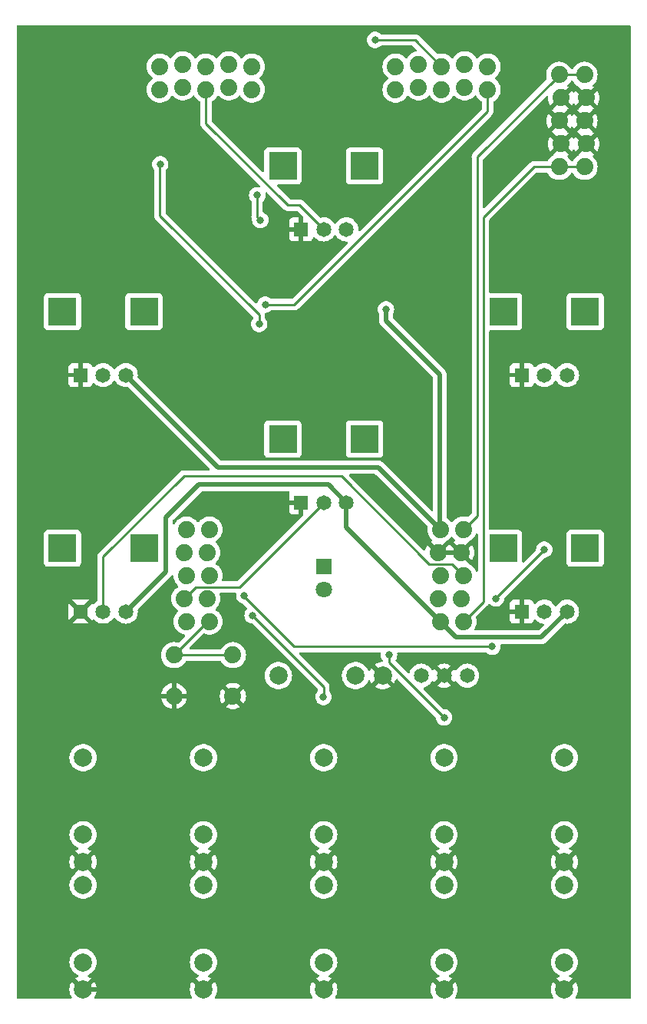
<source format=gbl>
%TF.GenerationSoftware,KiCad,Pcbnew,7.0.8*%
%TF.CreationDate,2024-02-25T22:02:07-05:00*%
%TF.ProjectId,lichen-dev-module,6c696368-656e-42d6-9465-762d6d6f6475,1.0*%
%TF.SameCoordinates,Original*%
%TF.FileFunction,Copper,L2,Bot*%
%TF.FilePolarity,Positive*%
%FSLAX46Y46*%
G04 Gerber Fmt 4.6, Leading zero omitted, Abs format (unit mm)*
G04 Created by KiCad (PCBNEW 7.0.8) date 2024-02-25 22:02:07*
%MOMM*%
%LPD*%
G01*
G04 APERTURE LIST*
%TA.AperFunction,ComponentPad*%
%ADD10C,2.000000*%
%TD*%
%TA.AperFunction,ComponentPad*%
%ADD11R,1.650000X1.650000*%
%TD*%
%TA.AperFunction,ComponentPad*%
%ADD12C,1.650000*%
%TD*%
%TA.AperFunction,ComponentPad*%
%ADD13R,3.116000X3.116000*%
%TD*%
%TA.AperFunction,ComponentPad*%
%ADD14C,1.879600*%
%TD*%
%TA.AperFunction,ComponentPad*%
%ADD15R,1.800000X1.800000*%
%TD*%
%TA.AperFunction,ComponentPad*%
%ADD16C,1.800000*%
%TD*%
%TA.AperFunction,ComponentPad*%
%ADD17C,1.651000*%
%TD*%
%TA.AperFunction,ViaPad*%
%ADD18C,0.800000*%
%TD*%
%TA.AperFunction,Conductor*%
%ADD19C,0.250000*%
%TD*%
%TA.AperFunction,Conductor*%
%ADD20C,0.500000*%
%TD*%
G04 APERTURE END LIST*
D10*
%TO.P,J10,S,Sleeve*%
%TO.N,GND*%
X161950000Y-216930000D03*
%TO.P,J10,T,Tip*%
%TO.N,AUDIO_OUT_R*%
X161950000Y-205430000D03*
%TO.P,J10,TN,Tip_normalize*%
%TO.N,unconnected-(J10-Tip_normalize-PadTN)*%
X161950000Y-213930000D03*
%TD*%
%TO.P,J11,S,Sleeve*%
%TO.N,GND*%
X141900000Y-182321000D03*
%TO.P,J11,T,Tip*%
%TO.N,GATEIN*%
X130400000Y-182321000D03*
%TO.P,J11,TN,Tip_normalize*%
%TO.N,unconnected-(J11-Tip_normalize-PadTN)*%
X138900000Y-182321000D03*
%TD*%
D11*
%TO.P,RV4,1,1*%
%TO.N,GND*%
X108563000Y-175265000D03*
D12*
%TO.P,RV4,2,2*%
%TO.N,POT_CV_4*%
X111063000Y-175265000D03*
%TO.P,RV4,3,3*%
%TO.N,+3.3V*%
X113563000Y-175265000D03*
D13*
%TO.P,RV4,CHASSIS1*%
%TO.N,N/C*%
X106563000Y-168265000D03*
%TO.P,RV4,CHASSIS2*%
X115563000Y-168265000D03*
%TD*%
D10*
%TO.P,J4,S,Sleeve*%
%TO.N,GND*%
X122125000Y-216930000D03*
%TO.P,J4,T,Tip*%
%TO.N,CV_IN_6*%
X122125000Y-205430000D03*
%TO.P,J4,TN,Tip_normalize*%
%TO.N,unconnected-(J4-Tip_normalize-PadTN)*%
X122125000Y-213930000D03*
%TD*%
%TO.P,J8,S,Sleeve*%
%TO.N,GND*%
X108850000Y-216930000D03*
%TO.P,J8,T,Tip*%
%TO.N,AUDIO_IN_R*%
X108850000Y-205430000D03*
%TO.P,J8,TN,Tip_normalize*%
%TO.N,AUDIO_IN_L*%
X108850000Y-213930000D03*
%TD*%
D11*
%TO.P,RV2,1,1*%
%TO.N,GND*%
X108563000Y-149163000D03*
D12*
%TO.P,RV2,2,2*%
%TO.N,POT_CV_2*%
X111063000Y-149163000D03*
%TO.P,RV2,3,3*%
%TO.N,+5V*%
X113563000Y-149163000D03*
D13*
%TO.P,RV2,CHASSIS1*%
%TO.N,N/C*%
X106563000Y-142163000D03*
%TO.P,RV2,CHASSIS2*%
X115563000Y-142163000D03*
%TD*%
D11*
%TO.P,RV6,1,1*%
%TO.N,GND*%
X157237000Y-175265000D03*
D12*
%TO.P,RV6,2,2*%
%TO.N,POT_CV_6*%
X159737000Y-175265000D03*
%TO.P,RV6,3,3*%
%TO.N,+3.3V*%
X162237000Y-175265000D03*
D13*
%TO.P,RV6,CHASSIS1*%
%TO.N,N/C*%
X155237000Y-168265000D03*
%TO.P,RV6,CHASSIS2*%
X164237000Y-168265000D03*
%TD*%
D10*
%TO.P,J5,S,Sleeve*%
%TO.N,GND*%
X135400000Y-216930000D03*
%TO.P,J5,T,Tip*%
%TO.N,CV_IN_5*%
X135400000Y-205430000D03*
%TO.P,J5,TN,Tip_normalize*%
%TO.N,unconnected-(J5-Tip_normalize-PadTN)*%
X135400000Y-213930000D03*
%TD*%
%TO.P,J6,S,Sleeve*%
%TO.N,GND*%
X148675000Y-216930000D03*
%TO.P,J6,T,Tip*%
%TO.N,CV_IN_4*%
X148675000Y-205430000D03*
%TO.P,J6,TN,Tip_normalize*%
%TO.N,unconnected-(J6-Tip_normalize-PadTN)*%
X148675000Y-213930000D03*
%TD*%
%TO.P,J9,S,Sleeve*%
%TO.N,GND*%
X161950000Y-202875000D03*
%TO.P,J9,T,Tip*%
%TO.N,AUDIO_OUT_L*%
X161950000Y-191375000D03*
%TO.P,J9,TN,Tip_normalize*%
%TO.N,unconnected-(J9-Tip_normalize-PadTN)*%
X161950000Y-199875000D03*
%TD*%
%TO.P,J2,S,Sleeve*%
%TO.N,GND*%
X135400000Y-202875000D03*
%TO.P,J2,T,Tip*%
%TO.N,CV_IN_2*%
X135400000Y-191375000D03*
%TO.P,J2,TN,Tip_normalize*%
%TO.N,unconnected-(J2-Tip_normalize-PadTN)*%
X135400000Y-199875000D03*
%TD*%
D14*
%TO.P,B1,1,1*%
%TO.N,BUTTON*%
X118873800Y-180060400D03*
%TO.P,B1,2,2*%
X125376200Y-180060400D03*
%TO.P,B1,3,3*%
%TO.N,GND*%
X118873800Y-184581600D03*
%TO.P,B1,4,4*%
X125376200Y-184581600D03*
%TD*%
D15*
%TO.P,LED1,1*%
%TO.N,N/C*%
X135400000Y-170274000D03*
D16*
%TO.P,LED1,2*%
%TO.N,CV_OUT_LED*%
X135400000Y-172814000D03*
%TD*%
D11*
%TO.P,RV5,1,1*%
%TO.N,GND*%
X132900000Y-163219000D03*
D12*
%TO.P,RV5,2,2*%
%TO.N,POT_CV_5*%
X135400000Y-163219000D03*
%TO.P,RV5,3,3*%
%TO.N,+3.3V*%
X137900000Y-163219000D03*
D13*
%TO.P,RV5,CHASSIS1*%
%TO.N,N/C*%
X130900000Y-156219000D03*
%TO.P,RV5,CHASSIS2*%
X139900000Y-156219000D03*
%TD*%
D10*
%TO.P,J3,S,Sleeve*%
%TO.N,GND*%
X148675000Y-202875000D03*
%TO.P,J3,T,Tip*%
%TO.N,CV_IN_3*%
X148675000Y-191375000D03*
%TO.P,J3,TN,Tip_normalize*%
%TO.N,unconnected-(J3-Tip_normalize-PadTN)*%
X148675000Y-199875000D03*
%TD*%
%TO.P,J1,S,Sleeve*%
%TO.N,GND*%
X122125000Y-202875000D03*
%TO.P,J1,T,Tip*%
%TO.N,CV_IN_1*%
X122125000Y-191375000D03*
%TO.P,J1,TN,Tip_normalize*%
%TO.N,unconnected-(J1-Tip_normalize-PadTN)*%
X122125000Y-199875000D03*
%TD*%
D11*
%TO.P,RV1,1,1*%
%TO.N,GND*%
X132900000Y-133102000D03*
D12*
%TO.P,RV1,2,2*%
%TO.N,POT_CV_1*%
X135400000Y-133102000D03*
%TO.P,RV1,3,3*%
%TO.N,+5V*%
X137900000Y-133102000D03*
D13*
%TO.P,RV1,CHASSIS1*%
%TO.N,N/C*%
X130900000Y-126102000D03*
%TO.P,RV1,CHASSIS2*%
X139900000Y-126102000D03*
%TD*%
D10*
%TO.P,J7,S,Sleeve*%
%TO.N,GND*%
X108850000Y-202875000D03*
%TO.P,J7,T,Tip*%
%TO.N,AUDIO_IN_L*%
X108850000Y-191375000D03*
%TO.P,J7,TN,Tip_normalize*%
%TO.N,unconnected-(J7-Tip_normalize-PadTN)*%
X108850000Y-199875000D03*
%TD*%
D17*
%TO.P,SW1,1,1*%
%TO.N,SWITCH_ON_LEFT*%
X146135000Y-182321000D03*
%TO.P,SW1,2,2*%
%TO.N,GND*%
X148675000Y-182321000D03*
%TO.P,SW1,3,3*%
%TO.N,SWITCH_ON_RIGHT*%
X151215000Y-182321000D03*
%TD*%
D11*
%TO.P,RV3,1,1*%
%TO.N,GND*%
X157237000Y-149163000D03*
D12*
%TO.P,RV3,2,2*%
%TO.N,POT_CV_3*%
X159737000Y-149163000D03*
%TO.P,RV3,3,3*%
%TO.N,+3.3V*%
X162237000Y-149163000D03*
D13*
%TO.P,RV3,CHASSIS1*%
%TO.N,N/C*%
X155237000Y-142163000D03*
%TO.P,RV3,CHASSIS2*%
X164237000Y-142163000D03*
%TD*%
D14*
%TO.P,MCU1,A1,-12V*%
%TO.N,-12V*%
X150797000Y-176363000D03*
%TO.P,MCU1,A2,UART_RX*%
%TO.N,POT_CV_3*%
X150543000Y-173823000D03*
%TO.P,MCU1,A3,UART_TX*%
%TO.N,POT_CV_4*%
X150797000Y-171283000D03*
%TO.P,MCU1,A4,GND*%
%TO.N,GND*%
X150543000Y-168743000D03*
%TO.P,MCU1,A5,+12V*%
%TO.N,+12V*%
X150797000Y-166203000D03*
%TO.P,MCU1,A6,+5V*%
%TO.N,+5V*%
X148257000Y-166203000D03*
%TO.P,MCU1,A7,GND*%
%TO.N,GND*%
X148003000Y-168743000D03*
%TO.P,MCU1,A8,USB_DM*%
%TO.N,unconnected-(MCU1-USB_DM-PadA8)*%
X148257000Y-171283000D03*
%TO.P,MCU1,A9,USB_DP*%
%TO.N,unconnected-(MCU1-USB_DP-PadA9)*%
X148003000Y-173823000D03*
%TO.P,MCU1,A10,+3V3*%
%TO.N,+3.3V*%
X148257000Y-176363000D03*
%TO.P,MCU1,B1,AUDIO_OUT_R*%
%TO.N,AUDIO_OUT_R*%
X153480000Y-115140000D03*
%TO.P,MCU1,B2,AUDIO_OUT_L*%
%TO.N,AUDIO_OUT_L*%
X150940000Y-114886000D03*
%TO.P,MCU1,B3,AUDIO_IN_R*%
%TO.N,AUDIO_IN_R*%
X148400000Y-115140000D03*
%TO.P,MCU1,B4,AUDIO_IN_L*%
%TO.N,AUDIO_IN_L*%
X145860000Y-114886000D03*
%TO.P,MCU1,B5,GATE_OUT_1*%
%TO.N,unconnected-(MCU1-GATE_OUT_1-PadB5)*%
X143320000Y-115140000D03*
%TO.P,MCU1,B6,GATE_OUT_2*%
%TO.N,unconnected-(MCU1-GATE_OUT_2-PadB6)*%
X143320000Y-117680000D03*
%TO.P,MCU1,B7,I2C1_SCL*%
%TO.N,SWITCH_ON_LEFT*%
X145860000Y-117426000D03*
%TO.P,MCU1,B8,I2C1_SDA*%
%TO.N,SWITCH_ON_RIGHT*%
X148400000Y-117680000D03*
%TO.P,MCU1,B9,GATE_IN_2*%
%TO.N,unconnected-(MCU1-GATE_IN_2-PadB9)*%
X150940000Y-117426000D03*
%TO.P,MCU1,B10,GATE_IN_1*%
%TO.N,GATEIN*%
X153480000Y-117680000D03*
%TO.P,MCU1,C1,CV_OUT_2*%
%TO.N,unconnected-(MCU1-CV_OUT_2-PadC1)*%
X127480000Y-115140000D03*
%TO.P,MCU1,C2,CV4*%
%TO.N,CV_IN_4*%
X124940000Y-114886000D03*
%TO.P,MCU1,C3,CV3*%
%TO.N,CV_IN_3*%
X122400000Y-115140000D03*
%TO.P,MCU1,C4,CV2*%
%TO.N,CV_IN_2*%
X119860000Y-114886000D03*
%TO.P,MCU1,C5,CV1*%
%TO.N,CV_IN_1*%
X117320000Y-115140000D03*
%TO.P,MCU1,C6,CV5*%
%TO.N,CV_IN_5*%
X117320000Y-117680000D03*
%TO.P,MCU1,C7,CV6*%
%TO.N,CV_IN_6*%
X119860000Y-117426000D03*
%TO.P,MCU1,C8,CV7*%
%TO.N,POT_CV_1*%
X122400000Y-117680000D03*
%TO.P,MCU1,C9,CV8*%
%TO.N,POT_CV_2*%
X124940000Y-117426000D03*
%TO.P,MCU1,C10,CV_OUT_1*%
%TO.N,CV_OUT_LED*%
X127480000Y-117680000D03*
%TO.P,MCU1,D1,SPI_NSS*%
%TO.N,BUTTON*%
X122797000Y-176363000D03*
%TO.P,MCU1,D2,SDMMC_D3*%
%TO.N,unconnected-(MCU1-SDMMC_D3-PadD2)*%
X122543000Y-173823000D03*
%TO.P,MCU1,D3,SDMMC_D2*%
%TO.N,unconnected-(MCU1-SDMMC_D2-PadD3)*%
X122797000Y-171283000D03*
%TO.P,MCU1,D4,SDMMC_D1*%
%TO.N,unconnected-(MCU1-SDMMC_D1-PadD4)*%
X122543000Y-168743000D03*
%TO.P,MCU1,D5,SDMMC_D0*%
%TO.N,unconnected-(MCU1-SDMMC_D0-PadD5)*%
X122797000Y-166203000D03*
%TO.P,MCU1,D6,SDMMC_CK*%
%TO.N,unconnected-(MCU1-SDMMC_CK-PadD6)*%
X120257000Y-166203000D03*
%TO.P,MCU1,D7,SDMMC_CMD*%
%TO.N,unconnected-(MCU1-SDMMC_CMD-PadD7)*%
X120003000Y-168743000D03*
%TO.P,MCU1,D8,SPI_MISO*%
%TO.N,POT_CV_6*%
X120257000Y-171283000D03*
%TO.P,MCU1,D9,SPI_MOSI*%
%TO.N,POT_CV_5*%
X120003000Y-173823000D03*
%TO.P,MCU1,D10,SPI_SCK*%
%TO.N,unconnected-(MCU1-SPI_SCK-PadD10)*%
X120257000Y-176363000D03*
%TD*%
%TO.P,PWR1,1,-12V*%
%TO.N,-12V*%
X161376000Y-126210000D03*
%TO.P,PWR1,2,-12V*%
X164170000Y-126210000D03*
%TO.P,PWR1,3,GND*%
%TO.N,GND*%
X161579200Y-123670000D03*
%TO.P,PWR1,4,GND*%
X164373200Y-123670000D03*
%TO.P,PWR1,5,GND*%
X161376000Y-121130000D03*
%TO.P,PWR1,6,GND*%
X164170000Y-121130000D03*
%TO.P,PWR1,7,GND*%
X161579200Y-118590000D03*
%TO.P,PWR1,8,GND*%
X164373200Y-118590000D03*
%TO.P,PWR1,9,+12V*%
%TO.N,+12V*%
X161376000Y-116050000D03*
%TO.P,PWR1,10,+12V*%
X164170000Y-116050000D03*
%TD*%
D18*
%TO.N,GND*%
X140990000Y-161730000D03*
X115240000Y-216190000D03*
%TO.N,CV_IN_2*%
X135360000Y-184680000D03*
X127550000Y-175680000D03*
%TO.N,CV_IN_3*%
X148670000Y-186930000D03*
X142600000Y-180050000D03*
%TO.N,CV_IN_5*%
X128280000Y-143530000D03*
X117360000Y-125920000D03*
%TO.N,AUDIO_IN_R*%
X141060000Y-112200000D03*
%TO.N,POT_CV_6*%
X153990000Y-179120000D03*
X126630000Y-173480000D03*
%TO.N,CV_OUT_LED*%
X128060000Y-129340000D03*
X128390000Y-132070000D03*
%TO.N,POT_CV_3*%
X154400000Y-173800000D03*
X159720000Y-168420000D03*
%TO.N,+5V*%
X142260000Y-141910000D03*
%TO.N,GATEIN*%
X128940000Y-141400000D03*
%TD*%
D19*
%TO.N,BUTTON*%
X118873800Y-180060400D02*
X125376200Y-180060400D01*
X122571200Y-176363000D02*
X122797000Y-176363000D01*
X118873800Y-180060400D02*
X122571200Y-176363000D01*
D20*
%TO.N,GND*%
X140990000Y-161730000D02*
X148003000Y-168743000D01*
X148003000Y-168743000D02*
X150543000Y-168743000D01*
X114500000Y-216930000D02*
X115240000Y-216190000D01*
X108850000Y-216930000D02*
X114500000Y-216930000D01*
D19*
%TO.N,CV_IN_2*%
X135400000Y-183540000D02*
X127660000Y-175800000D01*
X135400000Y-184610000D02*
X135400000Y-183540000D01*
%TO.N,CV_IN_3*%
X142640000Y-180900000D02*
X142640000Y-180190000D01*
X148670000Y-186930000D02*
X142640000Y-180900000D01*
%TO.N,CV_IN_5*%
X117360000Y-125920000D02*
X117320000Y-125880000D01*
X128280000Y-143530000D02*
X128280000Y-142540000D01*
X117320000Y-129550000D02*
X117320000Y-125960000D01*
X117320000Y-125960000D02*
X117360000Y-125920000D01*
X117320000Y-131580000D02*
X117320000Y-129420000D01*
X128280000Y-142540000D02*
X117320000Y-131580000D01*
X128280000Y-143380000D02*
X128280000Y-143530000D01*
%TO.N,AUDIO_IN_R*%
X141060000Y-112200000D02*
X145460000Y-112200000D01*
X145460000Y-112200000D02*
X148400000Y-115140000D01*
%TO.N,POT_CV_6*%
X126630000Y-173480000D02*
X126490000Y-173480000D01*
X132130000Y-179120000D02*
X126630000Y-173620000D01*
X153990000Y-179120000D02*
X132130000Y-179120000D01*
X126630000Y-173620000D02*
X126630000Y-173480000D01*
X126490000Y-173480000D02*
X126540000Y-173530000D01*
%TO.N,POT_CV_5*%
X121276000Y-172550000D02*
X120003000Y-173823000D01*
X126069000Y-172550000D02*
X121276000Y-172550000D01*
X135400000Y-163219000D02*
X126069000Y-172550000D01*
%TO.N,POT_CV_1*%
X135354000Y-133054000D02*
X132730000Y-130430000D01*
X132730000Y-130430000D02*
X131440000Y-130430000D01*
X131440000Y-130430000D02*
X122400000Y-121390000D01*
X135354000Y-133102000D02*
X135354000Y-133054000D01*
X122400000Y-121390000D02*
X122400000Y-117680000D01*
%TO.N,CV_OUT_LED*%
X128040000Y-118240000D02*
X127480000Y-117680000D01*
X128060000Y-129340000D02*
X128040000Y-129320000D01*
X128040000Y-129360000D02*
X128060000Y-129340000D01*
X128040000Y-131720000D02*
X128040000Y-129360000D01*
X128390000Y-132070000D02*
X128040000Y-131720000D01*
%TO.N,-12V*%
X153020000Y-131770000D02*
X153020000Y-174140000D01*
X153020000Y-174140000D02*
X150797000Y-176363000D01*
X161376000Y-126210000D02*
X164170000Y-126210000D01*
X161376000Y-126210000D02*
X158580000Y-126210000D01*
X158580000Y-126210000D02*
X153020000Y-131770000D01*
D20*
%TO.N,+3.3V*%
X149994000Y-178100000D02*
X148257000Y-176363000D01*
X162237000Y-175265000D02*
X159402000Y-178100000D01*
X117990000Y-164850000D02*
X121590000Y-161250000D01*
X137900000Y-163219000D02*
X137900000Y-166006000D01*
X137900000Y-166006000D02*
X148257000Y-176363000D01*
X113563000Y-175265000D02*
X117990000Y-170838000D01*
X159402000Y-178100000D02*
X149994000Y-178100000D01*
X117990000Y-170838000D02*
X117990000Y-164850000D01*
X121590000Y-161250000D02*
X135931000Y-161250000D01*
X135931000Y-161250000D02*
X137900000Y-163219000D01*
D19*
%TO.N,POT_CV_3*%
X159737000Y-168453000D02*
X154400000Y-173790000D01*
%TO.N,POT_CV_4*%
X149524000Y-170010000D02*
X150797000Y-171283000D01*
X111063000Y-169189380D02*
X119962380Y-160290000D01*
X137320000Y-160290000D02*
X147040000Y-170010000D01*
X111063000Y-175265000D02*
X111063000Y-169189380D01*
X119962380Y-160290000D02*
X137320000Y-160290000D01*
X147040000Y-170010000D02*
X149524000Y-170010000D01*
%TO.N,+12V*%
X152340000Y-164660000D02*
X150797000Y-166203000D01*
X161376000Y-116050000D02*
X164170000Y-116050000D01*
X161376000Y-116050000D02*
X161376000Y-116064000D01*
X152340000Y-125100000D02*
X152340000Y-164660000D01*
X161376000Y-116064000D02*
X152340000Y-125100000D01*
D20*
%TO.N,+5V*%
X141384000Y-159330000D02*
X148257000Y-166203000D01*
X113563000Y-149163000D02*
X123730000Y-159330000D01*
X142260000Y-143150000D02*
X148200000Y-149090000D01*
X142260000Y-141910000D02*
X142260000Y-143150000D01*
X148200000Y-166146000D02*
X148257000Y-166203000D01*
X148200000Y-149090000D02*
X148200000Y-166146000D01*
X123730000Y-159330000D02*
X141384000Y-159330000D01*
D19*
%TO.N,GATEIN*%
X128940000Y-141400000D02*
X132150000Y-141400000D01*
X153480000Y-120070000D02*
X153480000Y-117680000D01*
X132150000Y-141400000D02*
X153480000Y-120070000D01*
%TD*%
%TA.AperFunction,Conductor*%
%TO.N,GND*%
G36*
X131576565Y-162020185D02*
G01*
X131622320Y-162072989D01*
X131632264Y-162142147D01*
X131625708Y-162167833D01*
X131581403Y-162286620D01*
X131581401Y-162286627D01*
X131575000Y-162346155D01*
X131575000Y-162969000D01*
X132405148Y-162969000D01*
X132356441Y-163106047D01*
X132346123Y-163256886D01*
X132376884Y-163404915D01*
X132410090Y-163469000D01*
X131575000Y-163469000D01*
X131575000Y-164091844D01*
X131581401Y-164151372D01*
X131581403Y-164151379D01*
X131631645Y-164286086D01*
X131631649Y-164286093D01*
X131717809Y-164401187D01*
X131717812Y-164401190D01*
X131832906Y-164487350D01*
X131832913Y-164487354D01*
X131967620Y-164537596D01*
X131967627Y-164537598D01*
X132027155Y-164543999D01*
X132027172Y-164544000D01*
X132650000Y-164544000D01*
X132650000Y-163710683D01*
X132678819Y-163728209D01*
X132824404Y-163769000D01*
X132937622Y-163769000D01*
X133049783Y-163753584D01*
X133150000Y-163710053D01*
X133150000Y-164533047D01*
X133130315Y-164600086D01*
X133113681Y-164620728D01*
X125846228Y-171888181D01*
X125784905Y-171921666D01*
X125758547Y-171924500D01*
X124278176Y-171924500D01*
X124211137Y-171904815D01*
X124165382Y-171852011D01*
X124155438Y-171782853D01*
X124162742Y-171757273D01*
X124162266Y-171757110D01*
X124163925Y-171752274D01*
X124163929Y-171752267D01*
X124222525Y-171520878D01*
X124231188Y-171416331D01*
X124242236Y-171283005D01*
X124242236Y-171282994D01*
X124222526Y-171045130D01*
X124222524Y-171045118D01*
X124163929Y-170813732D01*
X124071758Y-170603604D01*
X124068047Y-170595144D01*
X123937494Y-170395318D01*
X123775832Y-170219705D01*
X123587469Y-170073097D01*
X123587462Y-170073092D01*
X123513473Y-170033051D01*
X123463882Y-169983832D01*
X123448775Y-169915615D01*
X123472946Y-169850059D01*
X123496327Y-169826145D01*
X123521832Y-169806295D01*
X123683494Y-169630682D01*
X123814047Y-169430856D01*
X123909929Y-169212267D01*
X123968525Y-168980878D01*
X123968532Y-168980796D01*
X123988236Y-168743005D01*
X123988236Y-168742994D01*
X123968526Y-168505130D01*
X123968524Y-168505118D01*
X123909929Y-168273732D01*
X123814151Y-168055382D01*
X123814047Y-168055144D01*
X123683494Y-167855318D01*
X123521832Y-167679705D01*
X123496327Y-167659854D01*
X123455515Y-167603144D01*
X123451842Y-167533371D01*
X123486473Y-167472688D01*
X123513472Y-167452948D01*
X123587469Y-167412903D01*
X123775832Y-167266295D01*
X123937494Y-167090682D01*
X124068047Y-166890856D01*
X124163929Y-166672267D01*
X124222525Y-166440878D01*
X124225143Y-166409283D01*
X124242236Y-166203005D01*
X124242236Y-166202994D01*
X124222526Y-165965130D01*
X124222524Y-165965118D01*
X124163929Y-165733732D01*
X124075944Y-165533147D01*
X124068047Y-165515144D01*
X123937494Y-165315318D01*
X123775832Y-165139705D01*
X123587469Y-164993097D01*
X123464528Y-164926564D01*
X123377546Y-164879491D01*
X123377541Y-164879489D01*
X123151786Y-164801988D01*
X122980012Y-164773324D01*
X122916347Y-164762700D01*
X122677653Y-164762700D01*
X122637221Y-164769447D01*
X122442213Y-164801988D01*
X122216458Y-164879489D01*
X122216453Y-164879491D01*
X122006529Y-164993098D01*
X121818169Y-165139704D01*
X121656508Y-165315315D01*
X121630808Y-165354652D01*
X121577661Y-165400008D01*
X121508430Y-165409431D01*
X121445094Y-165379928D01*
X121423192Y-165354652D01*
X121397494Y-165315318D01*
X121235832Y-165139705D01*
X121047469Y-164993097D01*
X120924528Y-164926564D01*
X120837546Y-164879491D01*
X120837541Y-164879489D01*
X120611786Y-164801988D01*
X120440012Y-164773324D01*
X120376347Y-164762700D01*
X120137653Y-164762700D01*
X120097221Y-164769447D01*
X119902213Y-164801988D01*
X119676458Y-164879489D01*
X119676453Y-164879491D01*
X119466529Y-164993098D01*
X119278169Y-165139704D01*
X119116506Y-165315317D01*
X118985949Y-165515150D01*
X118978055Y-165533147D01*
X118933099Y-165586633D01*
X118866362Y-165607322D01*
X118799035Y-165588647D01*
X118752492Y-165536536D01*
X118740500Y-165483336D01*
X118740500Y-165212230D01*
X118760185Y-165145191D01*
X118776819Y-165124549D01*
X121864549Y-162036819D01*
X121925872Y-162003334D01*
X121952230Y-162000500D01*
X131509526Y-162000500D01*
X131576565Y-162020185D01*
G37*
%TD.AperFunction*%
%TA.AperFunction,Conductor*%
G36*
X152335964Y-166632690D02*
G01*
X152382507Y-166684800D01*
X152394500Y-166738001D01*
X152394500Y-170747998D01*
X152374815Y-170815037D01*
X152322011Y-170860792D01*
X152252853Y-170870736D01*
X152189297Y-170841711D01*
X152156944Y-170797808D01*
X152071758Y-170603604D01*
X152068047Y-170595144D01*
X151937494Y-170395318D01*
X151775832Y-170219705D01*
X151587469Y-170073097D01*
X151437899Y-169992153D01*
X151388310Y-169942934D01*
X151388000Y-169941553D01*
X150682599Y-169236152D01*
X150687592Y-169235435D01*
X150820470Y-169174752D01*
X150930869Y-169079090D01*
X151009845Y-168956201D01*
X151032521Y-168878969D01*
X151722941Y-169569389D01*
X151813604Y-169430621D01*
X151813609Y-169430613D01*
X151909454Y-169212104D01*
X151968030Y-168980796D01*
X151968032Y-168980788D01*
X151987735Y-168743006D01*
X151987735Y-168742993D01*
X151968032Y-168505211D01*
X151968030Y-168505203D01*
X151909454Y-168273895D01*
X151813606Y-168055380D01*
X151722941Y-167916609D01*
X151032521Y-168607029D01*
X151009845Y-168529799D01*
X150930869Y-168406910D01*
X150820470Y-168311248D01*
X150687592Y-168250565D01*
X150682600Y-168249847D01*
X151388253Y-167544192D01*
X151388649Y-167542452D01*
X151437899Y-167493846D01*
X151587469Y-167412903D01*
X151775832Y-167266295D01*
X151937494Y-167090682D01*
X152068047Y-166890856D01*
X152156944Y-166688190D01*
X152201900Y-166634705D01*
X152268636Y-166614015D01*
X152335964Y-166632690D01*
G37*
%TD.AperFunction*%
%TA.AperFunction,Conductor*%
G36*
X141088809Y-160100185D02*
G01*
X141109451Y-160116819D01*
X146807170Y-165814538D01*
X146840655Y-165875861D01*
X146839695Y-165932657D01*
X146831474Y-165965120D01*
X146831474Y-165965123D01*
X146811764Y-166202994D01*
X146811764Y-166203005D01*
X146831473Y-166440869D01*
X146831475Y-166440881D01*
X146890070Y-166672267D01*
X146978056Y-166872853D01*
X146985953Y-166890856D01*
X147116506Y-167090682D01*
X147278168Y-167266295D01*
X147304100Y-167286479D01*
X147344913Y-167343188D01*
X147348588Y-167412961D01*
X147313957Y-167473644D01*
X147286956Y-167493386D01*
X147212811Y-167533511D01*
X147212802Y-167533517D01*
X147175840Y-167562286D01*
X147175840Y-167562287D01*
X147863400Y-168249847D01*
X147858408Y-168250565D01*
X147725530Y-168311248D01*
X147615131Y-168406910D01*
X147536155Y-168529799D01*
X147513477Y-168607030D01*
X146823057Y-167916609D01*
X146732392Y-168055382D01*
X146636544Y-168273897D01*
X146636541Y-168273905D01*
X146599579Y-168419863D01*
X146564040Y-168480019D01*
X146501619Y-168511410D01*
X146432136Y-168504072D01*
X146391693Y-168477103D01*
X142602155Y-164687565D01*
X138206772Y-160292181D01*
X138173287Y-160230858D01*
X138178271Y-160161166D01*
X138220143Y-160105233D01*
X138285607Y-160080816D01*
X138294453Y-160080500D01*
X141021770Y-160080500D01*
X141088809Y-160100185D01*
G37*
%TD.AperFunction*%
%TA.AperFunction,Conductor*%
G36*
X149608904Y-167026071D02*
G01*
X149630809Y-167051350D01*
X149656506Y-167090682D01*
X149818168Y-167266295D01*
X149844100Y-167286479D01*
X149884913Y-167343188D01*
X149888588Y-167412961D01*
X149853957Y-167473644D01*
X149826956Y-167493386D01*
X149752811Y-167533511D01*
X149752802Y-167533517D01*
X149715840Y-167562286D01*
X149715840Y-167562287D01*
X150403400Y-168249847D01*
X150398408Y-168250565D01*
X150265530Y-168311248D01*
X150155131Y-168406910D01*
X150076155Y-168529799D01*
X150053477Y-168607030D01*
X149363057Y-167916609D01*
X149350634Y-167917897D01*
X149323659Y-167940919D01*
X149254428Y-167950341D01*
X149191093Y-167920839D01*
X149187871Y-167917120D01*
X149182941Y-167916609D01*
X148492521Y-168607029D01*
X148469845Y-168529799D01*
X148390869Y-168406910D01*
X148280470Y-168311248D01*
X148147592Y-168250565D01*
X148142600Y-168249847D01*
X148848253Y-167544192D01*
X148848649Y-167542452D01*
X148897899Y-167493846D01*
X149047469Y-167412903D01*
X149235832Y-167266295D01*
X149397494Y-167090682D01*
X149423191Y-167051350D01*
X149476337Y-167005993D01*
X149545568Y-166996569D01*
X149608904Y-167026071D01*
G37*
%TD.AperFunction*%
%TA.AperFunction,Conductor*%
G36*
X160062416Y-118364685D02*
G01*
X160118349Y-118406557D01*
X160142766Y-118472021D01*
X160142659Y-118491106D01*
X160134465Y-118590004D01*
X160134465Y-118590006D01*
X160154167Y-118827788D01*
X160154169Y-118827796D01*
X160212745Y-119059104D01*
X160308591Y-119277614D01*
X160399257Y-119416389D01*
X161089677Y-118725968D01*
X161112355Y-118803201D01*
X161191331Y-118926090D01*
X161301730Y-119021752D01*
X161434608Y-119082435D01*
X161439599Y-119083152D01*
X160744116Y-119778634D01*
X160735233Y-119817697D01*
X160685982Y-119866303D01*
X160585807Y-119920514D01*
X160585802Y-119920517D01*
X160548840Y-119949286D01*
X160548840Y-119949287D01*
X161236400Y-120636847D01*
X161231408Y-120637565D01*
X161098530Y-120698248D01*
X160988131Y-120793910D01*
X160909155Y-120916799D01*
X160886478Y-120994030D01*
X160196057Y-120303609D01*
X160105392Y-120442382D01*
X160009545Y-120660895D01*
X159950969Y-120892203D01*
X159950967Y-120892211D01*
X159931265Y-121129993D01*
X159931265Y-121130006D01*
X159950967Y-121367788D01*
X159950969Y-121367796D01*
X160009545Y-121599104D01*
X160105391Y-121817614D01*
X160196057Y-121956389D01*
X160886477Y-121265969D01*
X160909155Y-121343201D01*
X160988131Y-121466090D01*
X161098530Y-121561752D01*
X161231408Y-121622435D01*
X161236399Y-121623152D01*
X160548839Y-122310711D01*
X160548840Y-122310712D01*
X160585802Y-122339481D01*
X160585808Y-122339486D01*
X160685982Y-122393697D01*
X160735573Y-122442916D01*
X160744227Y-122481474D01*
X161439600Y-123176847D01*
X161434608Y-123177565D01*
X161301730Y-123238248D01*
X161191331Y-123333910D01*
X161112355Y-123456799D01*
X161089678Y-123534030D01*
X160399257Y-122843609D01*
X160308592Y-122982382D01*
X160212745Y-123200895D01*
X160154169Y-123432203D01*
X160154167Y-123432211D01*
X160134465Y-123669993D01*
X160134465Y-123670006D01*
X160154167Y-123907788D01*
X160154169Y-123907796D01*
X160212745Y-124139104D01*
X160308591Y-124357614D01*
X160399257Y-124496389D01*
X161089677Y-123805969D01*
X161112355Y-123883201D01*
X161191331Y-124006090D01*
X161301730Y-124101752D01*
X161434608Y-124162435D01*
X161439599Y-124163152D01*
X160743910Y-124858840D01*
X160735199Y-124897146D01*
X160685949Y-124945752D01*
X160585537Y-125000092D01*
X160585530Y-125000097D01*
X160397169Y-125146704D01*
X160235506Y-125322317D01*
X160102148Y-125526438D01*
X160100548Y-125525393D01*
X160057135Y-125569119D01*
X159997319Y-125584500D01*
X158662737Y-125584500D01*
X158647120Y-125582776D01*
X158647093Y-125583062D01*
X158639331Y-125582327D01*
X158570203Y-125584500D01*
X158540650Y-125584500D01*
X158539929Y-125584590D01*
X158533757Y-125585369D01*
X158527945Y-125585826D01*
X158481372Y-125587290D01*
X158481369Y-125587291D01*
X158462126Y-125592881D01*
X158443083Y-125596825D01*
X158423204Y-125599336D01*
X158423203Y-125599337D01*
X158379878Y-125616490D01*
X158374352Y-125618382D01*
X158329608Y-125631383D01*
X158329604Y-125631385D01*
X158312365Y-125641580D01*
X158294898Y-125650137D01*
X158276269Y-125657512D01*
X158276267Y-125657513D01*
X158238564Y-125684906D01*
X158233682Y-125688112D01*
X158193580Y-125711828D01*
X158179408Y-125726000D01*
X158164623Y-125738628D01*
X158148412Y-125750407D01*
X158118709Y-125786310D01*
X158114777Y-125790631D01*
X153177181Y-130728227D01*
X153115858Y-130761712D01*
X153046166Y-130756728D01*
X152990233Y-130714856D01*
X152965816Y-130649392D01*
X152965500Y-130640546D01*
X152965500Y-125410451D01*
X152985185Y-125343412D01*
X153001814Y-125322775D01*
X159931405Y-118393183D01*
X159992724Y-118359701D01*
X160062416Y-118364685D01*
G37*
%TD.AperFunction*%
%TA.AperFunction,Conductor*%
G36*
X163906355Y-123883201D02*
G01*
X163985331Y-124006090D01*
X164095730Y-124101752D01*
X164228608Y-124162435D01*
X164233599Y-124163152D01*
X163537910Y-124858840D01*
X163529199Y-124897146D01*
X163479949Y-124945752D01*
X163379537Y-125000092D01*
X163379530Y-125000097D01*
X163191169Y-125146704D01*
X163029506Y-125322317D01*
X162896148Y-125526438D01*
X162894548Y-125525393D01*
X162851135Y-125569119D01*
X162791319Y-125584500D01*
X162754681Y-125584500D01*
X162687642Y-125564815D01*
X162651213Y-125525548D01*
X162649852Y-125526438D01*
X162559265Y-125387785D01*
X162516494Y-125322318D01*
X162354832Y-125146705D01*
X162328979Y-125126583D01*
X162308063Y-125110303D01*
X162267250Y-125053593D01*
X162263577Y-124983820D01*
X162298208Y-124923137D01*
X162325210Y-124903394D01*
X162369397Y-124879481D01*
X162369400Y-124879480D01*
X162406358Y-124850712D01*
X162406358Y-124850711D01*
X161718799Y-124163152D01*
X161723792Y-124162435D01*
X161856670Y-124101752D01*
X161967069Y-124006090D01*
X162046045Y-123883201D01*
X162068721Y-123805969D01*
X162759141Y-124496389D01*
X162849804Y-124357621D01*
X162849806Y-124357619D01*
X162862643Y-124328353D01*
X162907599Y-124274867D01*
X162974334Y-124254176D01*
X163041662Y-124272850D01*
X163088207Y-124324959D01*
X163089757Y-124328353D01*
X163102593Y-124357617D01*
X163193257Y-124496389D01*
X163883677Y-123805969D01*
X163906355Y-123883201D01*
G37*
%TD.AperFunction*%
%TA.AperFunction,Conductor*%
G36*
X163703155Y-121343201D02*
G01*
X163782131Y-121466090D01*
X163892530Y-121561752D01*
X164025408Y-121622435D01*
X164030399Y-121623152D01*
X163342839Y-122310711D01*
X163342840Y-122310712D01*
X163379802Y-122339481D01*
X163379808Y-122339486D01*
X163479982Y-122393697D01*
X163529573Y-122442916D01*
X163538227Y-122481474D01*
X164233600Y-123176847D01*
X164228608Y-123177565D01*
X164095730Y-123238248D01*
X163985331Y-123333910D01*
X163906355Y-123456799D01*
X163883678Y-123534030D01*
X163193257Y-122843609D01*
X163102592Y-122982382D01*
X163089756Y-123011647D01*
X163044800Y-123065133D01*
X162978064Y-123085823D01*
X162910736Y-123067149D01*
X162864193Y-123015038D01*
X162862644Y-123011647D01*
X162849806Y-122982380D01*
X162759141Y-122843609D01*
X162068721Y-123534029D01*
X162046045Y-123456799D01*
X161967069Y-123333910D01*
X161856670Y-123238248D01*
X161723792Y-123177565D01*
X161718800Y-123176847D01*
X162406359Y-122489288D01*
X162406358Y-122489286D01*
X162369397Y-122460518D01*
X162369391Y-122460514D01*
X162269216Y-122406302D01*
X162219625Y-122357083D01*
X162210970Y-122318523D01*
X161515599Y-121623152D01*
X161520592Y-121622435D01*
X161653470Y-121561752D01*
X161763869Y-121466090D01*
X161842845Y-121343201D01*
X161865522Y-121265969D01*
X162555941Y-121956389D01*
X162646604Y-121817621D01*
X162646606Y-121817619D01*
X162659443Y-121788353D01*
X162704399Y-121734867D01*
X162771134Y-121714176D01*
X162838462Y-121732850D01*
X162885007Y-121784959D01*
X162886557Y-121788353D01*
X162899393Y-121817617D01*
X162990057Y-121956389D01*
X163680477Y-121265969D01*
X163703155Y-121343201D01*
G37*
%TD.AperFunction*%
%TA.AperFunction,Conductor*%
G36*
X163906355Y-118803201D02*
G01*
X163985331Y-118926090D01*
X164095730Y-119021752D01*
X164228608Y-119082435D01*
X164233599Y-119083152D01*
X163538116Y-119778634D01*
X163529233Y-119817697D01*
X163479982Y-119866303D01*
X163379807Y-119920514D01*
X163379802Y-119920517D01*
X163342840Y-119949286D01*
X163342840Y-119949287D01*
X164030400Y-120636847D01*
X164025408Y-120637565D01*
X163892530Y-120698248D01*
X163782131Y-120793910D01*
X163703155Y-120916799D01*
X163680478Y-120994030D01*
X162990057Y-120303609D01*
X162899392Y-120442382D01*
X162886556Y-120471647D01*
X162841600Y-120525133D01*
X162774864Y-120545823D01*
X162707536Y-120527149D01*
X162660993Y-120475038D01*
X162659444Y-120471647D01*
X162646606Y-120442380D01*
X162555941Y-120303609D01*
X161865521Y-120994029D01*
X161842845Y-120916799D01*
X161763869Y-120793910D01*
X161653470Y-120698248D01*
X161520592Y-120637565D01*
X161515600Y-120636847D01*
X162211081Y-119941365D01*
X162219963Y-119902307D01*
X162269216Y-119853697D01*
X162369392Y-119799484D01*
X162369400Y-119799480D01*
X162406358Y-119770712D01*
X162406358Y-119770711D01*
X161718799Y-119083152D01*
X161723792Y-119082435D01*
X161856670Y-119021752D01*
X161967069Y-118926090D01*
X162046045Y-118803201D01*
X162068721Y-118725969D01*
X162759141Y-119416389D01*
X162849804Y-119277621D01*
X162849806Y-119277619D01*
X162862643Y-119248353D01*
X162907599Y-119194867D01*
X162974334Y-119174176D01*
X163041662Y-119192850D01*
X163088207Y-119244959D01*
X163089757Y-119248353D01*
X163102593Y-119277617D01*
X163193257Y-119416389D01*
X163883677Y-118725969D01*
X163906355Y-118803201D01*
G37*
%TD.AperFunction*%
%TA.AperFunction,Conductor*%
G36*
X162858358Y-116695185D02*
G01*
X162894786Y-116734451D01*
X162896148Y-116733562D01*
X162898951Y-116737852D01*
X162898953Y-116737856D01*
X163029506Y-116937682D01*
X163191168Y-117113295D01*
X163379531Y-117259903D01*
X163479948Y-117314246D01*
X163529539Y-117363465D01*
X163538024Y-117401271D01*
X164233600Y-118096847D01*
X164228608Y-118097565D01*
X164095730Y-118158248D01*
X163985331Y-118253910D01*
X163906355Y-118376799D01*
X163883678Y-118454030D01*
X163193257Y-117763609D01*
X163102592Y-117902382D01*
X163089756Y-117931647D01*
X163044800Y-117985133D01*
X162978064Y-118005823D01*
X162910736Y-117987149D01*
X162864193Y-117935038D01*
X162862644Y-117931647D01*
X162849806Y-117902380D01*
X162759141Y-117763609D01*
X162068721Y-118454029D01*
X162046045Y-118376799D01*
X161967069Y-118253910D01*
X161856670Y-118158248D01*
X161723792Y-118097565D01*
X161718798Y-118096847D01*
X162406359Y-117409287D01*
X162406358Y-117409286D01*
X162369397Y-117380518D01*
X162369391Y-117380514D01*
X162325209Y-117356604D01*
X162275618Y-117307385D01*
X162260510Y-117239169D01*
X162284680Y-117173613D01*
X162308060Y-117149698D01*
X162354832Y-117113295D01*
X162516494Y-116937682D01*
X162647047Y-116737856D01*
X162647049Y-116737852D01*
X162649852Y-116733562D01*
X162651451Y-116734606D01*
X162694865Y-116690881D01*
X162754681Y-116675500D01*
X162791319Y-116675500D01*
X162858358Y-116695185D01*
G37*
%TD.AperFunction*%
%TA.AperFunction,Conductor*%
G36*
X169232539Y-110590185D02*
G01*
X169278294Y-110642989D01*
X169289500Y-110694500D01*
X169289500Y-217805500D01*
X169269815Y-217872539D01*
X169217011Y-217918294D01*
X169165500Y-217929500D01*
X163317885Y-217929500D01*
X163250846Y-217909815D01*
X163205091Y-217857011D01*
X163195147Y-217787853D01*
X163214076Y-217737679D01*
X163273732Y-217646367D01*
X163373587Y-217418717D01*
X163434612Y-217177738D01*
X163434614Y-217177729D01*
X163455141Y-216930005D01*
X163455141Y-216929994D01*
X163434614Y-216682270D01*
X163434612Y-216682261D01*
X163373587Y-216441282D01*
X163273731Y-216213630D01*
X163173434Y-216060116D01*
X162475928Y-216757621D01*
X162473116Y-216744085D01*
X162403558Y-216609844D01*
X162300362Y-216499348D01*
X162171181Y-216420791D01*
X162119997Y-216406450D01*
X162820057Y-215706390D01*
X162820056Y-215706389D01*
X162773229Y-215669943D01*
X162554614Y-215551635D01*
X162554605Y-215551631D01*
X162542701Y-215547544D01*
X162485687Y-215507156D01*
X162459559Y-215442356D01*
X162472612Y-215373716D01*
X162520703Y-215323030D01*
X162542705Y-215312983D01*
X162554810Y-215308828D01*
X162773509Y-215190474D01*
X162969744Y-215037738D01*
X163138164Y-214854785D01*
X163274173Y-214646607D01*
X163374063Y-214418881D01*
X163435108Y-214177821D01*
X163455643Y-213930000D01*
X163435108Y-213682179D01*
X163374063Y-213441119D01*
X163274173Y-213213393D01*
X163138166Y-213005217D01*
X163116557Y-212981744D01*
X162969744Y-212822262D01*
X162773509Y-212669526D01*
X162773507Y-212669525D01*
X162773506Y-212669524D01*
X162554811Y-212551172D01*
X162554802Y-212551169D01*
X162319616Y-212470429D01*
X162074335Y-212429500D01*
X161825665Y-212429500D01*
X161580383Y-212470429D01*
X161345197Y-212551169D01*
X161345188Y-212551172D01*
X161126493Y-212669524D01*
X160930257Y-212822261D01*
X160761833Y-213005217D01*
X160625826Y-213213393D01*
X160525936Y-213441118D01*
X160464892Y-213682175D01*
X160464890Y-213682187D01*
X160444357Y-213929994D01*
X160444357Y-213930005D01*
X160464890Y-214177812D01*
X160464892Y-214177824D01*
X160525936Y-214418881D01*
X160625826Y-214646606D01*
X160761833Y-214854782D01*
X160761836Y-214854785D01*
X160930256Y-215037738D01*
X161126491Y-215190474D01*
X161345190Y-215308828D01*
X161357292Y-215312982D01*
X161414307Y-215353365D01*
X161440439Y-215418164D01*
X161427391Y-215486804D01*
X161379304Y-215537493D01*
X161357300Y-215547543D01*
X161345398Y-215551629D01*
X161345390Y-215551632D01*
X161126761Y-215669949D01*
X161079942Y-215706388D01*
X161079942Y-215706390D01*
X161778431Y-216404878D01*
X161661542Y-216455651D01*
X161544261Y-216551066D01*
X161457072Y-216674585D01*
X161426645Y-216760197D01*
X160726564Y-216060116D01*
X160626267Y-216213632D01*
X160526412Y-216441282D01*
X160465387Y-216682261D01*
X160465385Y-216682270D01*
X160444859Y-216929994D01*
X160444859Y-216930005D01*
X160465385Y-217177729D01*
X160465387Y-217177738D01*
X160526412Y-217418717D01*
X160626267Y-217646367D01*
X160685924Y-217737679D01*
X160706111Y-217804568D01*
X160686931Y-217871754D01*
X160634473Y-217917904D01*
X160582115Y-217929500D01*
X150042885Y-217929500D01*
X149975846Y-217909815D01*
X149930091Y-217857011D01*
X149920147Y-217787853D01*
X149939076Y-217737679D01*
X149998732Y-217646367D01*
X150098587Y-217418717D01*
X150159612Y-217177738D01*
X150159614Y-217177729D01*
X150180141Y-216930005D01*
X150180141Y-216929994D01*
X150159614Y-216682270D01*
X150159612Y-216682261D01*
X150098587Y-216441282D01*
X149998731Y-216213630D01*
X149898434Y-216060116D01*
X149200928Y-216757621D01*
X149198116Y-216744085D01*
X149128558Y-216609844D01*
X149025362Y-216499348D01*
X148896181Y-216420791D01*
X148844997Y-216406450D01*
X149545057Y-215706390D01*
X149545056Y-215706389D01*
X149498229Y-215669943D01*
X149279614Y-215551635D01*
X149279605Y-215551631D01*
X149267701Y-215547544D01*
X149210687Y-215507156D01*
X149184559Y-215442356D01*
X149197612Y-215373716D01*
X149245703Y-215323030D01*
X149267705Y-215312983D01*
X149279810Y-215308828D01*
X149498509Y-215190474D01*
X149694744Y-215037738D01*
X149863164Y-214854785D01*
X149999173Y-214646607D01*
X150099063Y-214418881D01*
X150160108Y-214177821D01*
X150180643Y-213930000D01*
X150160108Y-213682179D01*
X150099063Y-213441119D01*
X149999173Y-213213393D01*
X149863166Y-213005217D01*
X149841557Y-212981744D01*
X149694744Y-212822262D01*
X149498509Y-212669526D01*
X149498507Y-212669525D01*
X149498506Y-212669524D01*
X149279811Y-212551172D01*
X149279802Y-212551169D01*
X149044616Y-212470429D01*
X148799335Y-212429500D01*
X148550665Y-212429500D01*
X148305383Y-212470429D01*
X148070197Y-212551169D01*
X148070188Y-212551172D01*
X147851493Y-212669524D01*
X147655257Y-212822261D01*
X147486833Y-213005217D01*
X147350826Y-213213393D01*
X147250936Y-213441118D01*
X147189892Y-213682175D01*
X147189890Y-213682187D01*
X147169357Y-213929994D01*
X147169357Y-213930005D01*
X147189890Y-214177812D01*
X147189892Y-214177824D01*
X147250936Y-214418881D01*
X147350826Y-214646606D01*
X147486833Y-214854782D01*
X147486836Y-214854785D01*
X147655256Y-215037738D01*
X147851491Y-215190474D01*
X148070190Y-215308828D01*
X148082292Y-215312982D01*
X148139307Y-215353365D01*
X148165439Y-215418164D01*
X148152391Y-215486804D01*
X148104304Y-215537493D01*
X148082300Y-215547543D01*
X148070398Y-215551629D01*
X148070390Y-215551632D01*
X147851761Y-215669949D01*
X147804942Y-215706388D01*
X147804942Y-215706390D01*
X148503431Y-216404878D01*
X148386542Y-216455651D01*
X148269261Y-216551066D01*
X148182072Y-216674585D01*
X148151645Y-216760197D01*
X147451564Y-216060116D01*
X147351267Y-216213632D01*
X147251412Y-216441282D01*
X147190387Y-216682261D01*
X147190385Y-216682270D01*
X147169859Y-216929994D01*
X147169859Y-216930005D01*
X147190385Y-217177729D01*
X147190387Y-217177738D01*
X147251412Y-217418717D01*
X147351267Y-217646367D01*
X147410924Y-217737679D01*
X147431111Y-217804568D01*
X147411931Y-217871754D01*
X147359473Y-217917904D01*
X147307115Y-217929500D01*
X136767885Y-217929500D01*
X136700846Y-217909815D01*
X136655091Y-217857011D01*
X136645147Y-217787853D01*
X136664076Y-217737679D01*
X136723732Y-217646367D01*
X136823587Y-217418717D01*
X136884612Y-217177738D01*
X136884614Y-217177729D01*
X136905141Y-216930005D01*
X136905141Y-216929994D01*
X136884614Y-216682270D01*
X136884612Y-216682261D01*
X136823587Y-216441282D01*
X136723731Y-216213630D01*
X136623434Y-216060116D01*
X135925928Y-216757621D01*
X135923116Y-216744085D01*
X135853558Y-216609844D01*
X135750362Y-216499348D01*
X135621181Y-216420791D01*
X135569997Y-216406450D01*
X136270057Y-215706390D01*
X136270056Y-215706389D01*
X136223229Y-215669943D01*
X136004614Y-215551635D01*
X136004605Y-215551631D01*
X135992701Y-215547544D01*
X135935687Y-215507156D01*
X135909559Y-215442356D01*
X135922612Y-215373716D01*
X135970703Y-215323030D01*
X135992705Y-215312983D01*
X136004810Y-215308828D01*
X136223509Y-215190474D01*
X136419744Y-215037738D01*
X136588164Y-214854785D01*
X136724173Y-214646607D01*
X136824063Y-214418881D01*
X136885108Y-214177821D01*
X136905643Y-213930000D01*
X136885108Y-213682179D01*
X136824063Y-213441119D01*
X136724173Y-213213393D01*
X136588166Y-213005217D01*
X136566557Y-212981744D01*
X136419744Y-212822262D01*
X136223509Y-212669526D01*
X136223507Y-212669525D01*
X136223506Y-212669524D01*
X136004811Y-212551172D01*
X136004802Y-212551169D01*
X135769616Y-212470429D01*
X135524335Y-212429500D01*
X135275665Y-212429500D01*
X135030383Y-212470429D01*
X134795197Y-212551169D01*
X134795188Y-212551172D01*
X134576493Y-212669524D01*
X134380257Y-212822261D01*
X134211833Y-213005217D01*
X134075826Y-213213393D01*
X133975936Y-213441118D01*
X133914892Y-213682175D01*
X133914890Y-213682187D01*
X133894357Y-213929994D01*
X133894357Y-213930005D01*
X133914890Y-214177812D01*
X133914892Y-214177824D01*
X133975936Y-214418881D01*
X134075826Y-214646606D01*
X134211833Y-214854782D01*
X134211836Y-214854785D01*
X134380256Y-215037738D01*
X134576491Y-215190474D01*
X134795190Y-215308828D01*
X134807292Y-215312982D01*
X134864307Y-215353365D01*
X134890439Y-215418164D01*
X134877391Y-215486804D01*
X134829304Y-215537493D01*
X134807300Y-215547543D01*
X134795398Y-215551629D01*
X134795390Y-215551632D01*
X134576761Y-215669949D01*
X134529942Y-215706388D01*
X134529942Y-215706390D01*
X135228431Y-216404878D01*
X135111542Y-216455651D01*
X134994261Y-216551066D01*
X134907072Y-216674585D01*
X134876645Y-216760197D01*
X134176564Y-216060116D01*
X134076267Y-216213632D01*
X133976412Y-216441282D01*
X133915387Y-216682261D01*
X133915385Y-216682270D01*
X133894859Y-216929994D01*
X133894859Y-216930005D01*
X133915385Y-217177729D01*
X133915387Y-217177738D01*
X133976412Y-217418717D01*
X134076267Y-217646367D01*
X134135924Y-217737679D01*
X134156111Y-217804568D01*
X134136931Y-217871754D01*
X134084473Y-217917904D01*
X134032115Y-217929500D01*
X123492885Y-217929500D01*
X123425846Y-217909815D01*
X123380091Y-217857011D01*
X123370147Y-217787853D01*
X123389076Y-217737679D01*
X123448732Y-217646367D01*
X123548587Y-217418717D01*
X123609612Y-217177738D01*
X123609614Y-217177729D01*
X123630141Y-216930005D01*
X123630141Y-216929994D01*
X123609614Y-216682270D01*
X123609612Y-216682261D01*
X123548587Y-216441282D01*
X123448731Y-216213630D01*
X123348434Y-216060116D01*
X122650928Y-216757621D01*
X122648116Y-216744085D01*
X122578558Y-216609844D01*
X122475362Y-216499348D01*
X122346181Y-216420791D01*
X122294997Y-216406450D01*
X122995057Y-215706390D01*
X122995056Y-215706389D01*
X122948229Y-215669943D01*
X122729614Y-215551635D01*
X122729605Y-215551631D01*
X122717701Y-215547544D01*
X122660687Y-215507156D01*
X122634559Y-215442356D01*
X122647612Y-215373716D01*
X122695703Y-215323030D01*
X122717705Y-215312983D01*
X122729810Y-215308828D01*
X122948509Y-215190474D01*
X123144744Y-215037738D01*
X123313164Y-214854785D01*
X123449173Y-214646607D01*
X123549063Y-214418881D01*
X123610108Y-214177821D01*
X123630643Y-213930000D01*
X123610108Y-213682179D01*
X123549063Y-213441119D01*
X123449173Y-213213393D01*
X123313166Y-213005217D01*
X123291557Y-212981744D01*
X123144744Y-212822262D01*
X122948509Y-212669526D01*
X122948507Y-212669525D01*
X122948506Y-212669524D01*
X122729811Y-212551172D01*
X122729802Y-212551169D01*
X122494616Y-212470429D01*
X122249335Y-212429500D01*
X122000665Y-212429500D01*
X121755383Y-212470429D01*
X121520197Y-212551169D01*
X121520188Y-212551172D01*
X121301493Y-212669524D01*
X121105257Y-212822261D01*
X120936833Y-213005217D01*
X120800826Y-213213393D01*
X120700936Y-213441118D01*
X120639892Y-213682175D01*
X120639890Y-213682187D01*
X120619357Y-213929994D01*
X120619357Y-213930005D01*
X120639890Y-214177812D01*
X120639892Y-214177824D01*
X120700936Y-214418881D01*
X120800826Y-214646606D01*
X120936833Y-214854782D01*
X120936836Y-214854785D01*
X121105256Y-215037738D01*
X121301491Y-215190474D01*
X121520190Y-215308828D01*
X121532292Y-215312982D01*
X121589307Y-215353365D01*
X121615439Y-215418164D01*
X121602391Y-215486804D01*
X121554304Y-215537493D01*
X121532300Y-215547543D01*
X121520398Y-215551629D01*
X121520390Y-215551632D01*
X121301761Y-215669949D01*
X121254942Y-215706388D01*
X121254942Y-215706390D01*
X121953431Y-216404878D01*
X121836542Y-216455651D01*
X121719261Y-216551066D01*
X121632072Y-216674585D01*
X121601645Y-216760197D01*
X120901564Y-216060116D01*
X120801267Y-216213632D01*
X120701412Y-216441282D01*
X120640387Y-216682261D01*
X120640385Y-216682270D01*
X120619859Y-216929994D01*
X120619859Y-216930005D01*
X120640385Y-217177729D01*
X120640387Y-217177738D01*
X120701412Y-217418717D01*
X120801267Y-217646367D01*
X120860924Y-217737679D01*
X120881111Y-217804568D01*
X120861931Y-217871754D01*
X120809473Y-217917904D01*
X120757115Y-217929500D01*
X110217885Y-217929500D01*
X110150846Y-217909815D01*
X110105091Y-217857011D01*
X110095147Y-217787853D01*
X110114076Y-217737679D01*
X110173732Y-217646367D01*
X110273587Y-217418717D01*
X110334612Y-217177738D01*
X110334614Y-217177729D01*
X110355141Y-216930005D01*
X110355141Y-216929994D01*
X110334614Y-216682270D01*
X110334612Y-216682261D01*
X110273587Y-216441282D01*
X110173731Y-216213630D01*
X110073434Y-216060116D01*
X109375928Y-216757621D01*
X109373116Y-216744085D01*
X109303558Y-216609844D01*
X109200362Y-216499348D01*
X109071181Y-216420791D01*
X109019997Y-216406450D01*
X109720057Y-215706390D01*
X109720056Y-215706389D01*
X109673229Y-215669943D01*
X109454614Y-215551635D01*
X109454605Y-215551631D01*
X109442701Y-215547544D01*
X109385687Y-215507156D01*
X109359559Y-215442356D01*
X109372612Y-215373716D01*
X109420703Y-215323030D01*
X109442705Y-215312983D01*
X109454810Y-215308828D01*
X109673509Y-215190474D01*
X109869744Y-215037738D01*
X110038164Y-214854785D01*
X110174173Y-214646607D01*
X110274063Y-214418881D01*
X110335108Y-214177821D01*
X110355643Y-213930000D01*
X110335108Y-213682179D01*
X110274063Y-213441119D01*
X110174173Y-213213393D01*
X110038166Y-213005217D01*
X110016557Y-212981744D01*
X109869744Y-212822262D01*
X109673509Y-212669526D01*
X109673507Y-212669525D01*
X109673506Y-212669524D01*
X109454811Y-212551172D01*
X109454802Y-212551169D01*
X109219616Y-212470429D01*
X108974335Y-212429500D01*
X108725665Y-212429500D01*
X108480383Y-212470429D01*
X108245197Y-212551169D01*
X108245188Y-212551172D01*
X108026493Y-212669524D01*
X107830257Y-212822261D01*
X107661833Y-213005217D01*
X107525826Y-213213393D01*
X107425936Y-213441118D01*
X107364892Y-213682175D01*
X107364890Y-213682187D01*
X107344357Y-213929994D01*
X107344357Y-213930005D01*
X107364890Y-214177812D01*
X107364892Y-214177824D01*
X107425936Y-214418881D01*
X107525826Y-214646606D01*
X107661833Y-214854782D01*
X107661836Y-214854785D01*
X107830256Y-215037738D01*
X108026491Y-215190474D01*
X108245190Y-215308828D01*
X108257292Y-215312982D01*
X108314307Y-215353365D01*
X108340439Y-215418164D01*
X108327391Y-215486804D01*
X108279304Y-215537493D01*
X108257300Y-215547543D01*
X108245398Y-215551629D01*
X108245390Y-215551632D01*
X108026761Y-215669949D01*
X107979942Y-215706388D01*
X107979942Y-215706390D01*
X108678431Y-216404878D01*
X108561542Y-216455651D01*
X108444261Y-216551066D01*
X108357072Y-216674585D01*
X108326645Y-216760197D01*
X107626564Y-216060116D01*
X107526267Y-216213632D01*
X107426412Y-216441282D01*
X107365387Y-216682261D01*
X107365385Y-216682270D01*
X107344859Y-216929994D01*
X107344859Y-216930005D01*
X107365385Y-217177729D01*
X107365387Y-217177738D01*
X107426412Y-217418717D01*
X107526267Y-217646367D01*
X107585924Y-217737679D01*
X107606111Y-217804568D01*
X107586931Y-217871754D01*
X107534473Y-217917904D01*
X107482115Y-217929500D01*
X101634500Y-217929500D01*
X101567461Y-217909815D01*
X101521706Y-217857011D01*
X101510500Y-217805500D01*
X101510500Y-205430005D01*
X107344357Y-205430005D01*
X107364890Y-205677812D01*
X107364892Y-205677824D01*
X107425936Y-205918881D01*
X107525826Y-206146606D01*
X107661833Y-206354782D01*
X107661836Y-206354785D01*
X107830256Y-206537738D01*
X108026491Y-206690474D01*
X108245190Y-206808828D01*
X108480386Y-206889571D01*
X108725665Y-206930500D01*
X108974335Y-206930500D01*
X109219614Y-206889571D01*
X109454810Y-206808828D01*
X109673509Y-206690474D01*
X109869744Y-206537738D01*
X110038164Y-206354785D01*
X110174173Y-206146607D01*
X110274063Y-205918881D01*
X110335108Y-205677821D01*
X110355643Y-205430005D01*
X120619357Y-205430005D01*
X120639890Y-205677812D01*
X120639892Y-205677824D01*
X120700936Y-205918881D01*
X120800826Y-206146606D01*
X120936833Y-206354782D01*
X120936836Y-206354785D01*
X121105256Y-206537738D01*
X121301491Y-206690474D01*
X121520190Y-206808828D01*
X121755386Y-206889571D01*
X122000665Y-206930500D01*
X122249335Y-206930500D01*
X122494614Y-206889571D01*
X122729810Y-206808828D01*
X122948509Y-206690474D01*
X123144744Y-206537738D01*
X123313164Y-206354785D01*
X123449173Y-206146607D01*
X123549063Y-205918881D01*
X123610108Y-205677821D01*
X123630643Y-205430005D01*
X133894357Y-205430005D01*
X133914890Y-205677812D01*
X133914892Y-205677824D01*
X133975936Y-205918881D01*
X134075826Y-206146606D01*
X134211833Y-206354782D01*
X134211836Y-206354785D01*
X134380256Y-206537738D01*
X134576491Y-206690474D01*
X134795190Y-206808828D01*
X135030386Y-206889571D01*
X135275665Y-206930500D01*
X135524335Y-206930500D01*
X135769614Y-206889571D01*
X136004810Y-206808828D01*
X136223509Y-206690474D01*
X136419744Y-206537738D01*
X136588164Y-206354785D01*
X136724173Y-206146607D01*
X136824063Y-205918881D01*
X136885108Y-205677821D01*
X136905643Y-205430005D01*
X147169357Y-205430005D01*
X147189890Y-205677812D01*
X147189892Y-205677824D01*
X147250936Y-205918881D01*
X147350826Y-206146606D01*
X147486833Y-206354782D01*
X147486836Y-206354785D01*
X147655256Y-206537738D01*
X147851491Y-206690474D01*
X148070190Y-206808828D01*
X148305386Y-206889571D01*
X148550665Y-206930500D01*
X148799335Y-206930500D01*
X149044614Y-206889571D01*
X149279810Y-206808828D01*
X149498509Y-206690474D01*
X149694744Y-206537738D01*
X149863164Y-206354785D01*
X149999173Y-206146607D01*
X150099063Y-205918881D01*
X150160108Y-205677821D01*
X150180643Y-205430005D01*
X160444357Y-205430005D01*
X160464890Y-205677812D01*
X160464892Y-205677824D01*
X160525936Y-205918881D01*
X160625826Y-206146606D01*
X160761833Y-206354782D01*
X160761836Y-206354785D01*
X160930256Y-206537738D01*
X161126491Y-206690474D01*
X161345190Y-206808828D01*
X161580386Y-206889571D01*
X161825665Y-206930500D01*
X162074335Y-206930500D01*
X162319614Y-206889571D01*
X162554810Y-206808828D01*
X162773509Y-206690474D01*
X162969744Y-206537738D01*
X163138164Y-206354785D01*
X163274173Y-206146607D01*
X163374063Y-205918881D01*
X163435108Y-205677821D01*
X163455643Y-205430000D01*
X163435108Y-205182179D01*
X163374063Y-204941119D01*
X163274173Y-204713393D01*
X163138166Y-204505217D01*
X163117860Y-204483159D01*
X162969744Y-204322262D01*
X162865366Y-204241021D01*
X162824553Y-204184311D01*
X162817767Y-204135484D01*
X162820056Y-204098609D01*
X162121568Y-203400121D01*
X162238458Y-203349349D01*
X162355739Y-203253934D01*
X162442928Y-203130415D01*
X162473354Y-203044802D01*
X163173434Y-203744882D01*
X163273731Y-203591369D01*
X163373587Y-203363717D01*
X163434612Y-203122738D01*
X163434614Y-203122729D01*
X163455141Y-202875005D01*
X163455141Y-202874994D01*
X163434614Y-202627270D01*
X163434612Y-202627261D01*
X163373587Y-202386282D01*
X163273731Y-202158630D01*
X163173434Y-202005116D01*
X162475929Y-202702622D01*
X162473116Y-202689085D01*
X162403558Y-202554844D01*
X162300362Y-202444348D01*
X162171181Y-202365791D01*
X162119997Y-202351450D01*
X162820057Y-201651390D01*
X162820056Y-201651389D01*
X162773229Y-201614943D01*
X162554614Y-201496635D01*
X162554605Y-201496631D01*
X162542701Y-201492544D01*
X162485687Y-201452156D01*
X162459559Y-201387356D01*
X162472612Y-201318716D01*
X162520703Y-201268030D01*
X162542705Y-201257983D01*
X162554810Y-201253828D01*
X162773509Y-201135474D01*
X162969744Y-200982738D01*
X163138164Y-200799785D01*
X163274173Y-200591607D01*
X163374063Y-200363881D01*
X163435108Y-200122821D01*
X163455643Y-199875000D01*
X163435108Y-199627179D01*
X163374063Y-199386119D01*
X163274173Y-199158393D01*
X163138166Y-198950217D01*
X163116557Y-198926744D01*
X162969744Y-198767262D01*
X162773509Y-198614526D01*
X162773507Y-198614525D01*
X162773506Y-198614524D01*
X162554811Y-198496172D01*
X162554802Y-198496169D01*
X162319616Y-198415429D01*
X162074335Y-198374500D01*
X161825665Y-198374500D01*
X161580383Y-198415429D01*
X161345197Y-198496169D01*
X161345188Y-198496172D01*
X161126493Y-198614524D01*
X160930257Y-198767261D01*
X160761833Y-198950217D01*
X160625826Y-199158393D01*
X160525936Y-199386118D01*
X160464892Y-199627175D01*
X160464890Y-199627187D01*
X160444357Y-199874994D01*
X160444357Y-199875005D01*
X160464890Y-200122812D01*
X160464892Y-200122824D01*
X160525936Y-200363881D01*
X160625826Y-200591606D01*
X160761833Y-200799782D01*
X160761836Y-200799785D01*
X160930256Y-200982738D01*
X161126491Y-201135474D01*
X161345190Y-201253828D01*
X161357292Y-201257982D01*
X161414307Y-201298365D01*
X161440439Y-201363164D01*
X161427391Y-201431804D01*
X161379304Y-201482493D01*
X161357300Y-201492543D01*
X161345398Y-201496629D01*
X161345390Y-201496632D01*
X161126761Y-201614949D01*
X161079942Y-201651388D01*
X161079942Y-201651390D01*
X161778431Y-202349878D01*
X161661542Y-202400651D01*
X161544261Y-202496066D01*
X161457072Y-202619585D01*
X161426645Y-202705197D01*
X160726564Y-202005116D01*
X160626267Y-202158632D01*
X160526412Y-202386282D01*
X160465387Y-202627261D01*
X160465385Y-202627270D01*
X160444859Y-202874994D01*
X160444859Y-202875005D01*
X160465385Y-203122729D01*
X160465387Y-203122738D01*
X160526412Y-203363717D01*
X160626266Y-203591364D01*
X160726564Y-203744882D01*
X161424070Y-203047376D01*
X161426884Y-203060915D01*
X161496442Y-203195156D01*
X161599638Y-203305652D01*
X161728819Y-203384209D01*
X161780002Y-203398549D01*
X161079941Y-204098610D01*
X161082231Y-204135486D01*
X161066738Y-204203617D01*
X161034632Y-204241022D01*
X160930258Y-204322260D01*
X160761833Y-204505217D01*
X160625826Y-204713393D01*
X160525936Y-204941118D01*
X160464892Y-205182175D01*
X160464890Y-205182187D01*
X160444357Y-205429994D01*
X160444357Y-205430005D01*
X150180643Y-205430005D01*
X150180643Y-205430000D01*
X150160108Y-205182179D01*
X150099063Y-204941119D01*
X149999173Y-204713393D01*
X149863166Y-204505217D01*
X149842860Y-204483159D01*
X149694744Y-204322262D01*
X149590366Y-204241021D01*
X149549553Y-204184311D01*
X149542767Y-204135484D01*
X149545056Y-204098609D01*
X148846568Y-203400121D01*
X148963458Y-203349349D01*
X149080739Y-203253934D01*
X149167928Y-203130415D01*
X149198354Y-203044802D01*
X149898434Y-203744882D01*
X149998731Y-203591369D01*
X150098587Y-203363717D01*
X150159612Y-203122738D01*
X150159614Y-203122729D01*
X150180141Y-202875005D01*
X150180141Y-202874994D01*
X150159614Y-202627270D01*
X150159612Y-202627261D01*
X150098587Y-202386282D01*
X149998731Y-202158630D01*
X149898434Y-202005116D01*
X149200929Y-202702622D01*
X149198116Y-202689085D01*
X149128558Y-202554844D01*
X149025362Y-202444348D01*
X148896181Y-202365791D01*
X148844997Y-202351450D01*
X149545057Y-201651390D01*
X149545056Y-201651389D01*
X149498229Y-201614943D01*
X149279614Y-201496635D01*
X149279605Y-201496631D01*
X149267701Y-201492544D01*
X149210687Y-201452156D01*
X149184559Y-201387356D01*
X149197612Y-201318716D01*
X149245703Y-201268030D01*
X149267705Y-201257983D01*
X149279810Y-201253828D01*
X149498509Y-201135474D01*
X149694744Y-200982738D01*
X149863164Y-200799785D01*
X149999173Y-200591607D01*
X150099063Y-200363881D01*
X150160108Y-200122821D01*
X150180643Y-199875000D01*
X150160108Y-199627179D01*
X150099063Y-199386119D01*
X149999173Y-199158393D01*
X149863166Y-198950217D01*
X149841557Y-198926744D01*
X149694744Y-198767262D01*
X149498509Y-198614526D01*
X149498507Y-198614525D01*
X149498506Y-198614524D01*
X149279811Y-198496172D01*
X149279802Y-198496169D01*
X149044616Y-198415429D01*
X148799335Y-198374500D01*
X148550665Y-198374500D01*
X148305383Y-198415429D01*
X148070197Y-198496169D01*
X148070188Y-198496172D01*
X147851493Y-198614524D01*
X147655257Y-198767261D01*
X147486833Y-198950217D01*
X147350826Y-199158393D01*
X147250936Y-199386118D01*
X147189892Y-199627175D01*
X147189890Y-199627187D01*
X147169357Y-199874994D01*
X147169357Y-199875005D01*
X147189890Y-200122812D01*
X147189892Y-200122824D01*
X147250936Y-200363881D01*
X147350826Y-200591606D01*
X147486833Y-200799782D01*
X147486836Y-200799785D01*
X147655256Y-200982738D01*
X147851491Y-201135474D01*
X148070190Y-201253828D01*
X148082292Y-201257982D01*
X148139307Y-201298365D01*
X148165439Y-201363164D01*
X148152391Y-201431804D01*
X148104304Y-201482493D01*
X148082300Y-201492543D01*
X148070398Y-201496629D01*
X148070390Y-201496632D01*
X147851761Y-201614949D01*
X147804942Y-201651388D01*
X147804942Y-201651390D01*
X148503431Y-202349878D01*
X148386542Y-202400651D01*
X148269261Y-202496066D01*
X148182072Y-202619585D01*
X148151645Y-202705197D01*
X147451564Y-202005116D01*
X147351267Y-202158632D01*
X147251412Y-202386282D01*
X147190387Y-202627261D01*
X147190385Y-202627270D01*
X147169859Y-202874994D01*
X147169859Y-202875005D01*
X147190385Y-203122729D01*
X147190387Y-203122738D01*
X147251412Y-203363717D01*
X147351266Y-203591364D01*
X147451564Y-203744882D01*
X148149070Y-203047376D01*
X148151884Y-203060915D01*
X148221442Y-203195156D01*
X148324638Y-203305652D01*
X148453819Y-203384209D01*
X148505002Y-203398549D01*
X147804941Y-204098610D01*
X147807231Y-204135486D01*
X147791738Y-204203617D01*
X147759632Y-204241022D01*
X147655258Y-204322260D01*
X147486833Y-204505217D01*
X147350826Y-204713393D01*
X147250936Y-204941118D01*
X147189892Y-205182175D01*
X147189890Y-205182187D01*
X147169357Y-205429994D01*
X147169357Y-205430005D01*
X136905643Y-205430005D01*
X136905643Y-205430000D01*
X136885108Y-205182179D01*
X136824063Y-204941119D01*
X136724173Y-204713393D01*
X136588166Y-204505217D01*
X136567860Y-204483159D01*
X136419744Y-204322262D01*
X136315366Y-204241021D01*
X136274553Y-204184311D01*
X136267767Y-204135484D01*
X136270056Y-204098609D01*
X135571568Y-203400121D01*
X135688458Y-203349349D01*
X135805739Y-203253934D01*
X135892928Y-203130415D01*
X135923354Y-203044802D01*
X136623434Y-203744882D01*
X136723731Y-203591369D01*
X136823587Y-203363717D01*
X136884612Y-203122738D01*
X136884614Y-203122729D01*
X136905141Y-202875005D01*
X136905141Y-202874994D01*
X136884614Y-202627270D01*
X136884612Y-202627261D01*
X136823587Y-202386282D01*
X136723731Y-202158630D01*
X136623434Y-202005116D01*
X135925929Y-202702622D01*
X135923116Y-202689085D01*
X135853558Y-202554844D01*
X135750362Y-202444348D01*
X135621181Y-202365791D01*
X135569997Y-202351450D01*
X136270057Y-201651390D01*
X136270056Y-201651389D01*
X136223229Y-201614943D01*
X136004614Y-201496635D01*
X136004605Y-201496631D01*
X135992701Y-201492544D01*
X135935687Y-201452156D01*
X135909559Y-201387356D01*
X135922612Y-201318716D01*
X135970703Y-201268030D01*
X135992705Y-201257983D01*
X136004810Y-201253828D01*
X136223509Y-201135474D01*
X136419744Y-200982738D01*
X136588164Y-200799785D01*
X136724173Y-200591607D01*
X136824063Y-200363881D01*
X136885108Y-200122821D01*
X136905643Y-199875000D01*
X136885108Y-199627179D01*
X136824063Y-199386119D01*
X136724173Y-199158393D01*
X136588166Y-198950217D01*
X136566557Y-198926744D01*
X136419744Y-198767262D01*
X136223509Y-198614526D01*
X136223507Y-198614525D01*
X136223506Y-198614524D01*
X136004811Y-198496172D01*
X136004802Y-198496169D01*
X135769616Y-198415429D01*
X135524335Y-198374500D01*
X135275665Y-198374500D01*
X135030383Y-198415429D01*
X134795197Y-198496169D01*
X134795188Y-198496172D01*
X134576493Y-198614524D01*
X134380257Y-198767261D01*
X134211833Y-198950217D01*
X134075826Y-199158393D01*
X133975936Y-199386118D01*
X133914892Y-199627175D01*
X133914890Y-199627187D01*
X133894357Y-199874994D01*
X133894357Y-199875005D01*
X133914890Y-200122812D01*
X133914892Y-200122824D01*
X133975936Y-200363881D01*
X134075826Y-200591606D01*
X134211833Y-200799782D01*
X134211836Y-200799785D01*
X134380256Y-200982738D01*
X134576491Y-201135474D01*
X134795190Y-201253828D01*
X134807292Y-201257982D01*
X134864307Y-201298365D01*
X134890439Y-201363164D01*
X134877391Y-201431804D01*
X134829304Y-201482493D01*
X134807300Y-201492543D01*
X134795398Y-201496629D01*
X134795390Y-201496632D01*
X134576761Y-201614949D01*
X134529942Y-201651388D01*
X134529942Y-201651390D01*
X135228431Y-202349878D01*
X135111542Y-202400651D01*
X134994261Y-202496066D01*
X134907072Y-202619585D01*
X134876645Y-202705197D01*
X134176564Y-202005116D01*
X134076267Y-202158632D01*
X133976412Y-202386282D01*
X133915387Y-202627261D01*
X133915385Y-202627270D01*
X133894859Y-202874994D01*
X133894859Y-202875005D01*
X133915385Y-203122729D01*
X133915387Y-203122738D01*
X133976412Y-203363717D01*
X134076266Y-203591364D01*
X134176564Y-203744882D01*
X134874070Y-203047376D01*
X134876884Y-203060915D01*
X134946442Y-203195156D01*
X135049638Y-203305652D01*
X135178819Y-203384209D01*
X135230002Y-203398549D01*
X134529941Y-204098610D01*
X134532231Y-204135486D01*
X134516738Y-204203617D01*
X134484632Y-204241022D01*
X134380258Y-204322260D01*
X134211833Y-204505217D01*
X134075826Y-204713393D01*
X133975936Y-204941118D01*
X133914892Y-205182175D01*
X133914890Y-205182187D01*
X133894357Y-205429994D01*
X133894357Y-205430005D01*
X123630643Y-205430005D01*
X123630643Y-205430000D01*
X123610108Y-205182179D01*
X123549063Y-204941119D01*
X123449173Y-204713393D01*
X123313166Y-204505217D01*
X123292860Y-204483159D01*
X123144744Y-204322262D01*
X123040366Y-204241021D01*
X122999553Y-204184311D01*
X122992767Y-204135484D01*
X122995056Y-204098609D01*
X122296568Y-203400121D01*
X122413458Y-203349349D01*
X122530739Y-203253934D01*
X122617928Y-203130415D01*
X122648354Y-203044802D01*
X123348434Y-203744882D01*
X123448731Y-203591369D01*
X123548587Y-203363717D01*
X123609612Y-203122738D01*
X123609614Y-203122729D01*
X123630141Y-202875005D01*
X123630141Y-202874994D01*
X123609614Y-202627270D01*
X123609612Y-202627261D01*
X123548587Y-202386282D01*
X123448731Y-202158630D01*
X123348434Y-202005116D01*
X122650929Y-202702622D01*
X122648116Y-202689085D01*
X122578558Y-202554844D01*
X122475362Y-202444348D01*
X122346181Y-202365791D01*
X122294997Y-202351450D01*
X122995057Y-201651390D01*
X122995056Y-201651389D01*
X122948229Y-201614943D01*
X122729614Y-201496635D01*
X122729605Y-201496631D01*
X122717701Y-201492544D01*
X122660687Y-201452156D01*
X122634559Y-201387356D01*
X122647612Y-201318716D01*
X122695703Y-201268030D01*
X122717705Y-201257983D01*
X122729810Y-201253828D01*
X122948509Y-201135474D01*
X123144744Y-200982738D01*
X123313164Y-200799785D01*
X123449173Y-200591607D01*
X123549063Y-200363881D01*
X123610108Y-200122821D01*
X123630643Y-199875000D01*
X123610108Y-199627179D01*
X123549063Y-199386119D01*
X123449173Y-199158393D01*
X123313166Y-198950217D01*
X123291557Y-198926744D01*
X123144744Y-198767262D01*
X122948509Y-198614526D01*
X122948507Y-198614525D01*
X122948506Y-198614524D01*
X122729811Y-198496172D01*
X122729802Y-198496169D01*
X122494616Y-198415429D01*
X122249335Y-198374500D01*
X122000665Y-198374500D01*
X121755383Y-198415429D01*
X121520197Y-198496169D01*
X121520188Y-198496172D01*
X121301493Y-198614524D01*
X121105257Y-198767261D01*
X120936833Y-198950217D01*
X120800826Y-199158393D01*
X120700936Y-199386118D01*
X120639892Y-199627175D01*
X120639890Y-199627187D01*
X120619357Y-199874994D01*
X120619357Y-199875005D01*
X120639890Y-200122812D01*
X120639892Y-200122824D01*
X120700936Y-200363881D01*
X120800826Y-200591606D01*
X120936833Y-200799782D01*
X120936836Y-200799785D01*
X121105256Y-200982738D01*
X121301491Y-201135474D01*
X121520190Y-201253828D01*
X121532292Y-201257982D01*
X121589307Y-201298365D01*
X121615439Y-201363164D01*
X121602391Y-201431804D01*
X121554304Y-201482493D01*
X121532300Y-201492543D01*
X121520398Y-201496629D01*
X121520390Y-201496632D01*
X121301761Y-201614949D01*
X121254942Y-201651388D01*
X121254942Y-201651390D01*
X121953431Y-202349878D01*
X121836542Y-202400651D01*
X121719261Y-202496066D01*
X121632072Y-202619585D01*
X121601645Y-202705197D01*
X120901564Y-202005116D01*
X120801267Y-202158632D01*
X120701412Y-202386282D01*
X120640387Y-202627261D01*
X120640385Y-202627270D01*
X120619859Y-202874994D01*
X120619859Y-202875005D01*
X120640385Y-203122729D01*
X120640387Y-203122738D01*
X120701412Y-203363717D01*
X120801266Y-203591364D01*
X120901564Y-203744882D01*
X121599070Y-203047376D01*
X121601884Y-203060915D01*
X121671442Y-203195156D01*
X121774638Y-203305652D01*
X121903819Y-203384209D01*
X121955002Y-203398549D01*
X121254941Y-204098610D01*
X121257231Y-204135486D01*
X121241738Y-204203617D01*
X121209632Y-204241022D01*
X121105258Y-204322260D01*
X120936833Y-204505217D01*
X120800826Y-204713393D01*
X120700936Y-204941118D01*
X120639892Y-205182175D01*
X120639890Y-205182187D01*
X120619357Y-205429994D01*
X120619357Y-205430005D01*
X110355643Y-205430005D01*
X110355643Y-205430000D01*
X110335108Y-205182179D01*
X110274063Y-204941119D01*
X110174173Y-204713393D01*
X110038166Y-204505217D01*
X110017860Y-204483159D01*
X109869744Y-204322262D01*
X109765366Y-204241021D01*
X109724553Y-204184311D01*
X109717767Y-204135484D01*
X109720056Y-204098609D01*
X109021568Y-203400121D01*
X109138458Y-203349349D01*
X109255739Y-203253934D01*
X109342928Y-203130415D01*
X109373354Y-203044802D01*
X110073434Y-203744882D01*
X110173731Y-203591369D01*
X110273587Y-203363717D01*
X110334612Y-203122738D01*
X110334614Y-203122729D01*
X110355141Y-202875005D01*
X110355141Y-202874994D01*
X110334614Y-202627270D01*
X110334612Y-202627261D01*
X110273587Y-202386282D01*
X110173731Y-202158630D01*
X110073434Y-202005116D01*
X109375929Y-202702622D01*
X109373116Y-202689085D01*
X109303558Y-202554844D01*
X109200362Y-202444348D01*
X109071181Y-202365791D01*
X109019997Y-202351450D01*
X109720057Y-201651390D01*
X109720056Y-201651389D01*
X109673229Y-201614943D01*
X109454614Y-201496635D01*
X109454605Y-201496631D01*
X109442701Y-201492544D01*
X109385687Y-201452156D01*
X109359559Y-201387356D01*
X109372612Y-201318716D01*
X109420703Y-201268030D01*
X109442705Y-201257983D01*
X109454810Y-201253828D01*
X109673509Y-201135474D01*
X109869744Y-200982738D01*
X110038164Y-200799785D01*
X110174173Y-200591607D01*
X110274063Y-200363881D01*
X110335108Y-200122821D01*
X110355643Y-199875000D01*
X110335108Y-199627179D01*
X110274063Y-199386119D01*
X110174173Y-199158393D01*
X110038166Y-198950217D01*
X110016557Y-198926744D01*
X109869744Y-198767262D01*
X109673509Y-198614526D01*
X109673507Y-198614525D01*
X109673506Y-198614524D01*
X109454811Y-198496172D01*
X109454802Y-198496169D01*
X109219616Y-198415429D01*
X108974335Y-198374500D01*
X108725665Y-198374500D01*
X108480383Y-198415429D01*
X108245197Y-198496169D01*
X108245188Y-198496172D01*
X108026493Y-198614524D01*
X107830257Y-198767261D01*
X107661833Y-198950217D01*
X107525826Y-199158393D01*
X107425936Y-199386118D01*
X107364892Y-199627175D01*
X107364890Y-199627187D01*
X107344357Y-199874994D01*
X107344357Y-199875005D01*
X107364890Y-200122812D01*
X107364892Y-200122824D01*
X107425936Y-200363881D01*
X107525826Y-200591606D01*
X107661833Y-200799782D01*
X107661836Y-200799785D01*
X107830256Y-200982738D01*
X108026491Y-201135474D01*
X108245190Y-201253828D01*
X108257292Y-201257982D01*
X108314307Y-201298365D01*
X108340439Y-201363164D01*
X108327391Y-201431804D01*
X108279304Y-201482493D01*
X108257300Y-201492543D01*
X108245398Y-201496629D01*
X108245390Y-201496632D01*
X108026761Y-201614949D01*
X107979942Y-201651388D01*
X107979942Y-201651390D01*
X108678431Y-202349878D01*
X108561542Y-202400651D01*
X108444261Y-202496066D01*
X108357072Y-202619585D01*
X108326645Y-202705197D01*
X107626564Y-202005116D01*
X107526267Y-202158632D01*
X107426412Y-202386282D01*
X107365387Y-202627261D01*
X107365385Y-202627270D01*
X107344859Y-202874994D01*
X107344859Y-202875005D01*
X107365385Y-203122729D01*
X107365387Y-203122738D01*
X107426412Y-203363717D01*
X107526266Y-203591364D01*
X107626564Y-203744882D01*
X108324070Y-203047376D01*
X108326884Y-203060915D01*
X108396442Y-203195156D01*
X108499638Y-203305652D01*
X108628819Y-203384209D01*
X108680002Y-203398549D01*
X107979941Y-204098610D01*
X107982231Y-204135486D01*
X107966738Y-204203617D01*
X107934632Y-204241022D01*
X107830258Y-204322260D01*
X107661833Y-204505217D01*
X107525826Y-204713393D01*
X107425936Y-204941118D01*
X107364892Y-205182175D01*
X107364890Y-205182187D01*
X107344357Y-205429994D01*
X107344357Y-205430005D01*
X101510500Y-205430005D01*
X101510500Y-191375005D01*
X107344357Y-191375005D01*
X107364890Y-191622812D01*
X107364892Y-191622824D01*
X107425936Y-191863881D01*
X107525826Y-192091606D01*
X107661833Y-192299782D01*
X107661836Y-192299785D01*
X107830256Y-192482738D01*
X108026491Y-192635474D01*
X108245190Y-192753828D01*
X108480386Y-192834571D01*
X108725665Y-192875500D01*
X108974335Y-192875500D01*
X109219614Y-192834571D01*
X109454810Y-192753828D01*
X109673509Y-192635474D01*
X109869744Y-192482738D01*
X110038164Y-192299785D01*
X110174173Y-192091607D01*
X110274063Y-191863881D01*
X110335108Y-191622821D01*
X110355643Y-191375005D01*
X120619357Y-191375005D01*
X120639890Y-191622812D01*
X120639892Y-191622824D01*
X120700936Y-191863881D01*
X120800826Y-192091606D01*
X120936833Y-192299782D01*
X120936836Y-192299785D01*
X121105256Y-192482738D01*
X121301491Y-192635474D01*
X121520190Y-192753828D01*
X121755386Y-192834571D01*
X122000665Y-192875500D01*
X122249335Y-192875500D01*
X122494614Y-192834571D01*
X122729810Y-192753828D01*
X122948509Y-192635474D01*
X123144744Y-192482738D01*
X123313164Y-192299785D01*
X123449173Y-192091607D01*
X123549063Y-191863881D01*
X123610108Y-191622821D01*
X123630643Y-191375005D01*
X133894357Y-191375005D01*
X133914890Y-191622812D01*
X133914892Y-191622824D01*
X133975936Y-191863881D01*
X134075826Y-192091606D01*
X134211833Y-192299782D01*
X134211836Y-192299785D01*
X134380256Y-192482738D01*
X134576491Y-192635474D01*
X134795190Y-192753828D01*
X135030386Y-192834571D01*
X135275665Y-192875500D01*
X135524335Y-192875500D01*
X135769614Y-192834571D01*
X136004810Y-192753828D01*
X136223509Y-192635474D01*
X136419744Y-192482738D01*
X136588164Y-192299785D01*
X136724173Y-192091607D01*
X136824063Y-191863881D01*
X136885108Y-191622821D01*
X136905643Y-191375005D01*
X147169357Y-191375005D01*
X147189890Y-191622812D01*
X147189892Y-191622824D01*
X147250936Y-191863881D01*
X147350826Y-192091606D01*
X147486833Y-192299782D01*
X147486836Y-192299785D01*
X147655256Y-192482738D01*
X147851491Y-192635474D01*
X148070190Y-192753828D01*
X148305386Y-192834571D01*
X148550665Y-192875500D01*
X148799335Y-192875500D01*
X149044614Y-192834571D01*
X149279810Y-192753828D01*
X149498509Y-192635474D01*
X149694744Y-192482738D01*
X149863164Y-192299785D01*
X149999173Y-192091607D01*
X150099063Y-191863881D01*
X150160108Y-191622821D01*
X150180643Y-191375005D01*
X160444357Y-191375005D01*
X160464890Y-191622812D01*
X160464892Y-191622824D01*
X160525936Y-191863881D01*
X160625826Y-192091606D01*
X160761833Y-192299782D01*
X160761836Y-192299785D01*
X160930256Y-192482738D01*
X161126491Y-192635474D01*
X161345190Y-192753828D01*
X161580386Y-192834571D01*
X161825665Y-192875500D01*
X162074335Y-192875500D01*
X162319614Y-192834571D01*
X162554810Y-192753828D01*
X162773509Y-192635474D01*
X162969744Y-192482738D01*
X163138164Y-192299785D01*
X163274173Y-192091607D01*
X163374063Y-191863881D01*
X163435108Y-191622821D01*
X163455643Y-191375000D01*
X163435108Y-191127179D01*
X163374063Y-190886119D01*
X163274173Y-190658393D01*
X163138166Y-190450217D01*
X163116557Y-190426744D01*
X162969744Y-190267262D01*
X162773509Y-190114526D01*
X162773507Y-190114525D01*
X162773506Y-190114524D01*
X162554811Y-189996172D01*
X162554802Y-189996169D01*
X162319616Y-189915429D01*
X162074335Y-189874500D01*
X161825665Y-189874500D01*
X161580383Y-189915429D01*
X161345197Y-189996169D01*
X161345188Y-189996172D01*
X161126493Y-190114524D01*
X160930257Y-190267261D01*
X160761833Y-190450217D01*
X160625826Y-190658393D01*
X160525936Y-190886118D01*
X160464892Y-191127175D01*
X160464890Y-191127187D01*
X160444357Y-191374994D01*
X160444357Y-191375005D01*
X150180643Y-191375005D01*
X150180643Y-191375000D01*
X150160108Y-191127179D01*
X150099063Y-190886119D01*
X149999173Y-190658393D01*
X149863166Y-190450217D01*
X149841557Y-190426744D01*
X149694744Y-190267262D01*
X149498509Y-190114526D01*
X149498507Y-190114525D01*
X149498506Y-190114524D01*
X149279811Y-189996172D01*
X149279802Y-189996169D01*
X149044616Y-189915429D01*
X148799335Y-189874500D01*
X148550665Y-189874500D01*
X148305383Y-189915429D01*
X148070197Y-189996169D01*
X148070188Y-189996172D01*
X147851493Y-190114524D01*
X147655257Y-190267261D01*
X147486833Y-190450217D01*
X147350826Y-190658393D01*
X147250936Y-190886118D01*
X147189892Y-191127175D01*
X147189890Y-191127187D01*
X147169357Y-191374994D01*
X147169357Y-191375005D01*
X136905643Y-191375005D01*
X136905643Y-191375000D01*
X136885108Y-191127179D01*
X136824063Y-190886119D01*
X136724173Y-190658393D01*
X136588166Y-190450217D01*
X136566557Y-190426744D01*
X136419744Y-190267262D01*
X136223509Y-190114526D01*
X136223507Y-190114525D01*
X136223506Y-190114524D01*
X136004811Y-189996172D01*
X136004802Y-189996169D01*
X135769616Y-189915429D01*
X135524335Y-189874500D01*
X135275665Y-189874500D01*
X135030383Y-189915429D01*
X134795197Y-189996169D01*
X134795188Y-189996172D01*
X134576493Y-190114524D01*
X134380257Y-190267261D01*
X134211833Y-190450217D01*
X134075826Y-190658393D01*
X133975936Y-190886118D01*
X133914892Y-191127175D01*
X133914890Y-191127187D01*
X133894357Y-191374994D01*
X133894357Y-191375005D01*
X123630643Y-191375005D01*
X123630643Y-191375000D01*
X123610108Y-191127179D01*
X123549063Y-190886119D01*
X123449173Y-190658393D01*
X123313166Y-190450217D01*
X123291557Y-190426744D01*
X123144744Y-190267262D01*
X122948509Y-190114526D01*
X122948507Y-190114525D01*
X122948506Y-190114524D01*
X122729811Y-189996172D01*
X122729802Y-189996169D01*
X122494616Y-189915429D01*
X122249335Y-189874500D01*
X122000665Y-189874500D01*
X121755383Y-189915429D01*
X121520197Y-189996169D01*
X121520188Y-189996172D01*
X121301493Y-190114524D01*
X121105257Y-190267261D01*
X120936833Y-190450217D01*
X120800826Y-190658393D01*
X120700936Y-190886118D01*
X120639892Y-191127175D01*
X120639890Y-191127187D01*
X120619357Y-191374994D01*
X120619357Y-191375005D01*
X110355643Y-191375005D01*
X110355643Y-191375000D01*
X110335108Y-191127179D01*
X110274063Y-190886119D01*
X110174173Y-190658393D01*
X110038166Y-190450217D01*
X110016557Y-190426744D01*
X109869744Y-190267262D01*
X109673509Y-190114526D01*
X109673507Y-190114525D01*
X109673506Y-190114524D01*
X109454811Y-189996172D01*
X109454802Y-189996169D01*
X109219616Y-189915429D01*
X108974335Y-189874500D01*
X108725665Y-189874500D01*
X108480383Y-189915429D01*
X108245197Y-189996169D01*
X108245188Y-189996172D01*
X108026493Y-190114524D01*
X107830257Y-190267261D01*
X107661833Y-190450217D01*
X107525826Y-190658393D01*
X107425936Y-190886118D01*
X107364892Y-191127175D01*
X107364890Y-191127187D01*
X107344357Y-191374994D01*
X107344357Y-191375005D01*
X101510500Y-191375005D01*
X101510500Y-184831600D01*
X117451860Y-184831600D01*
X117507344Y-185050703D01*
X117603193Y-185269219D01*
X117733699Y-185468972D01*
X117733707Y-185468983D01*
X117895304Y-185644522D01*
X117895314Y-185644531D01*
X118083601Y-185791081D01*
X118083610Y-185791087D01*
X118293450Y-185904646D01*
X118293460Y-185904651D01*
X118519138Y-185982126D01*
X118623800Y-185999590D01*
X118623800Y-185025897D01*
X118729208Y-185074035D01*
X118837466Y-185089600D01*
X118910134Y-185089600D01*
X119018392Y-185074035D01*
X119123800Y-185025897D01*
X119123800Y-185999589D01*
X119228461Y-185982126D01*
X119454139Y-185904651D01*
X119454149Y-185904646D01*
X119663989Y-185791087D01*
X119663998Y-185791081D01*
X119852285Y-185644531D01*
X119852295Y-185644522D01*
X120013892Y-185468983D01*
X120013900Y-185468972D01*
X120144406Y-185269219D01*
X120240255Y-185050703D01*
X120295740Y-184831600D01*
X119316996Y-184831600D01*
X119340645Y-184794801D01*
X119381800Y-184654639D01*
X119381800Y-184581606D01*
X123931465Y-184581606D01*
X123951167Y-184819388D01*
X123951169Y-184819396D01*
X124009745Y-185050704D01*
X124105591Y-185269214D01*
X124196257Y-185407989D01*
X124886677Y-184717569D01*
X124909355Y-184794801D01*
X124988331Y-184917690D01*
X125098730Y-185013352D01*
X125231608Y-185074035D01*
X125236599Y-185074752D01*
X124549039Y-185762311D01*
X124549040Y-185762312D01*
X124586002Y-185791081D01*
X124586008Y-185791086D01*
X124795850Y-185904646D01*
X124795860Y-185904651D01*
X125021535Y-185982125D01*
X125256896Y-186021400D01*
X125495504Y-186021400D01*
X125730864Y-185982125D01*
X125956539Y-185904651D01*
X125956544Y-185904649D01*
X126166397Y-185791081D01*
X126166400Y-185791080D01*
X126203358Y-185762312D01*
X126203358Y-185762311D01*
X125515799Y-185074752D01*
X125520792Y-185074035D01*
X125653670Y-185013352D01*
X125764069Y-184917690D01*
X125843045Y-184794801D01*
X125865721Y-184717569D01*
X126556141Y-185407989D01*
X126646804Y-185269221D01*
X126646809Y-185269213D01*
X126742654Y-185050704D01*
X126801230Y-184819396D01*
X126801232Y-184819388D01*
X126820935Y-184581606D01*
X126820935Y-184581593D01*
X126801232Y-184343811D01*
X126801230Y-184343803D01*
X126742654Y-184112495D01*
X126646806Y-183893980D01*
X126556141Y-183755209D01*
X125865721Y-184445629D01*
X125843045Y-184368399D01*
X125764069Y-184245510D01*
X125653670Y-184149848D01*
X125520792Y-184089165D01*
X125515800Y-184088447D01*
X126203359Y-183400888D01*
X126203358Y-183400886D01*
X126166397Y-183372118D01*
X126166391Y-183372113D01*
X125956549Y-183258553D01*
X125956539Y-183258548D01*
X125730864Y-183181074D01*
X125495504Y-183141800D01*
X125256896Y-183141800D01*
X125021535Y-183181074D01*
X124795860Y-183258548D01*
X124795850Y-183258553D01*
X124586007Y-183372114D01*
X124586002Y-183372117D01*
X124549040Y-183400886D01*
X124549040Y-183400887D01*
X125236600Y-184088447D01*
X125231608Y-184089165D01*
X125098730Y-184149848D01*
X124988331Y-184245510D01*
X124909355Y-184368399D01*
X124886678Y-184445630D01*
X124196257Y-183755209D01*
X124105592Y-183893982D01*
X124009745Y-184112495D01*
X123951169Y-184343803D01*
X123951167Y-184343811D01*
X123931465Y-184581593D01*
X123931465Y-184581606D01*
X119381800Y-184581606D01*
X119381800Y-184508561D01*
X119340645Y-184368399D01*
X119316996Y-184331600D01*
X120295740Y-184331600D01*
X120240255Y-184112496D01*
X120144406Y-183893980D01*
X120013900Y-183694227D01*
X120013892Y-183694216D01*
X119852295Y-183518677D01*
X119852285Y-183518668D01*
X119663998Y-183372118D01*
X119663989Y-183372112D01*
X119454149Y-183258553D01*
X119454139Y-183258548D01*
X119228463Y-183181074D01*
X119123800Y-183163609D01*
X119123800Y-184137302D01*
X119018392Y-184089165D01*
X118910134Y-184073600D01*
X118837466Y-184073600D01*
X118729208Y-184089165D01*
X118623800Y-184137302D01*
X118623800Y-183163609D01*
X118623799Y-183163609D01*
X118519136Y-183181074D01*
X118293460Y-183258548D01*
X118293450Y-183258553D01*
X118083610Y-183372112D01*
X118083601Y-183372118D01*
X117895314Y-183518668D01*
X117895304Y-183518677D01*
X117733707Y-183694216D01*
X117733699Y-183694227D01*
X117603193Y-183893980D01*
X117507344Y-184112496D01*
X117451860Y-184331600D01*
X118430604Y-184331600D01*
X118406955Y-184368399D01*
X118365800Y-184508561D01*
X118365800Y-184654639D01*
X118406955Y-184794801D01*
X118430604Y-184831600D01*
X117451860Y-184831600D01*
X101510500Y-184831600D01*
X101510500Y-182321005D01*
X128894357Y-182321005D01*
X128914890Y-182568812D01*
X128914892Y-182568824D01*
X128975936Y-182809881D01*
X129075826Y-183037606D01*
X129211833Y-183245782D01*
X129211836Y-183245785D01*
X129380256Y-183428738D01*
X129576491Y-183581474D01*
X129576493Y-183581475D01*
X129794332Y-183699364D01*
X129795190Y-183699828D01*
X130014141Y-183774994D01*
X130028964Y-183780083D01*
X130030386Y-183780571D01*
X130275665Y-183821500D01*
X130524335Y-183821500D01*
X130769614Y-183780571D01*
X131004810Y-183699828D01*
X131223509Y-183581474D01*
X131419744Y-183428738D01*
X131588164Y-183245785D01*
X131724173Y-183037607D01*
X131824063Y-182809881D01*
X131885108Y-182568821D01*
X131886490Y-182552142D01*
X131905643Y-182321005D01*
X131905643Y-182320994D01*
X131885109Y-182073187D01*
X131885107Y-182073175D01*
X131824063Y-181832118D01*
X131724173Y-181604393D01*
X131588166Y-181396217D01*
X131557727Y-181363152D01*
X131419744Y-181213262D01*
X131223509Y-181060526D01*
X131223507Y-181060525D01*
X131223506Y-181060524D01*
X131004811Y-180942172D01*
X131004802Y-180942169D01*
X130769616Y-180861429D01*
X130524335Y-180820500D01*
X130275665Y-180820500D01*
X130030383Y-180861429D01*
X129795197Y-180942169D01*
X129795188Y-180942172D01*
X129576493Y-181060524D01*
X129380257Y-181213261D01*
X129211833Y-181396217D01*
X129075826Y-181604393D01*
X128975936Y-181832118D01*
X128914892Y-182073175D01*
X128914890Y-182073187D01*
X128894357Y-182320994D01*
X128894357Y-182321005D01*
X101510500Y-182321005D01*
X101510500Y-176137844D01*
X107238000Y-176137844D01*
X107244401Y-176197373D01*
X107253276Y-176221170D01*
X108037070Y-175437376D01*
X108039884Y-175450915D01*
X108109442Y-175585156D01*
X108212638Y-175695652D01*
X108341819Y-175774209D01*
X108393002Y-175788549D01*
X107606829Y-176574722D01*
X107630623Y-176583597D01*
X107630627Y-176583598D01*
X107690155Y-176589999D01*
X107690172Y-176590000D01*
X109435828Y-176590000D01*
X109435844Y-176589999D01*
X109495375Y-176583598D01*
X109519170Y-176574723D01*
X109519170Y-176574722D01*
X108734568Y-175790121D01*
X108851458Y-175739349D01*
X108968739Y-175643934D01*
X109055928Y-175520415D01*
X109086354Y-175434802D01*
X109872721Y-176221169D01*
X109879160Y-176203909D01*
X109921032Y-176147976D01*
X109986496Y-176123559D01*
X110054769Y-176138411D01*
X110083023Y-176159562D01*
X110207731Y-176284270D01*
X110397718Y-176417301D01*
X110607921Y-176515320D01*
X110831950Y-176575349D01*
X110996985Y-176589787D01*
X111062998Y-176595563D01*
X111063000Y-176595563D01*
X111063002Y-176595563D01*
X111126586Y-176590000D01*
X111294050Y-176575349D01*
X111518079Y-176515320D01*
X111728282Y-176417301D01*
X111918269Y-176284270D01*
X112082270Y-176120269D01*
X112211427Y-175935814D01*
X112266002Y-175892192D01*
X112335501Y-175884999D01*
X112397855Y-175916521D01*
X112414569Y-175935809D01*
X112543730Y-176120269D01*
X112707731Y-176284270D01*
X112897718Y-176417301D01*
X113107921Y-176515320D01*
X113331950Y-176575349D01*
X113496985Y-176589787D01*
X113562998Y-176595563D01*
X113563000Y-176595563D01*
X113563002Y-176595563D01*
X113626586Y-176590000D01*
X113794050Y-176575349D01*
X114018079Y-176515320D01*
X114228282Y-176417301D01*
X114418269Y-176284270D01*
X114582270Y-176120269D01*
X114715301Y-175930282D01*
X114813320Y-175720079D01*
X114873349Y-175496050D01*
X114893563Y-175265000D01*
X114876945Y-175075059D01*
X114890711Y-175006563D01*
X114912789Y-174976577D01*
X118475638Y-171413727D01*
X118489267Y-171401950D01*
X118508530Y-171387610D01*
X118508532Y-171387606D01*
X118508534Y-171387606D01*
X118526663Y-171365999D01*
X118542113Y-171347585D01*
X118545767Y-171343599D01*
X118551589Y-171337778D01*
X118571923Y-171312061D01*
X118582235Y-171299770D01*
X118598717Y-171280128D01*
X118656885Y-171241428D01*
X118726746Y-171240318D01*
X118786116Y-171277154D01*
X118816147Y-171340241D01*
X118817281Y-171349595D01*
X118831473Y-171520869D01*
X118831475Y-171520881D01*
X118890070Y-171752267D01*
X118964376Y-171921666D01*
X118985953Y-171970856D01*
X119116506Y-172170682D01*
X119278168Y-172346295D01*
X119278171Y-172346297D01*
X119278171Y-172346298D01*
X119303668Y-172366142D01*
X119344483Y-172422852D01*
X119348158Y-172492625D01*
X119313528Y-172553308D01*
X119286527Y-172573051D01*
X119212533Y-172613095D01*
X119212530Y-172613097D01*
X119024169Y-172759704D01*
X118862506Y-172935317D01*
X118731951Y-173135147D01*
X118636070Y-173353732D01*
X118577475Y-173585118D01*
X118577473Y-173585130D01*
X118557764Y-173822994D01*
X118557764Y-173823005D01*
X118577473Y-174060869D01*
X118577475Y-174060881D01*
X118636070Y-174292267D01*
X118731951Y-174510852D01*
X118731953Y-174510856D01*
X118862506Y-174710682D01*
X119024168Y-174886295D01*
X119212531Y-175032903D01*
X119286526Y-175072947D01*
X119336116Y-175122167D01*
X119351224Y-175190383D01*
X119327054Y-175255939D01*
X119303671Y-175279855D01*
X119278170Y-175299703D01*
X119116506Y-175475317D01*
X118985951Y-175675147D01*
X118890070Y-175893732D01*
X118831475Y-176125118D01*
X118831473Y-176125130D01*
X118811764Y-176362994D01*
X118811764Y-176363005D01*
X118831473Y-176600869D01*
X118831475Y-176600881D01*
X118890070Y-176832267D01*
X118985951Y-177050852D01*
X118985953Y-177050856D01*
X119116506Y-177250682D01*
X119278168Y-177426295D01*
X119466531Y-177572903D01*
X119676455Y-177686509D01*
X119902216Y-177764012D01*
X119978101Y-177776675D01*
X119993159Y-177779188D01*
X120056044Y-177809639D01*
X120092484Y-177869254D01*
X120090908Y-177939105D01*
X120060430Y-177989178D01*
X119403645Y-178645962D01*
X119342322Y-178679447D01*
X119275703Y-178675563D01*
X119228585Y-178659387D01*
X119022603Y-178625015D01*
X118993147Y-178620100D01*
X118754453Y-178620100D01*
X118695593Y-178629922D01*
X118519013Y-178659388D01*
X118293258Y-178736889D01*
X118293253Y-178736891D01*
X118083329Y-178850498D01*
X117894969Y-178997104D01*
X117733306Y-179172717D01*
X117602751Y-179372547D01*
X117506870Y-179591132D01*
X117448275Y-179822518D01*
X117448273Y-179822530D01*
X117428564Y-180060394D01*
X117428564Y-180060405D01*
X117448273Y-180298269D01*
X117448275Y-180298281D01*
X117506870Y-180529667D01*
X117602751Y-180748252D01*
X117602753Y-180748256D01*
X117733306Y-180948082D01*
X117894968Y-181123695D01*
X118083331Y-181270303D01*
X118293255Y-181383909D01*
X118519016Y-181461412D01*
X118754453Y-181500700D01*
X118754454Y-181500700D01*
X118993146Y-181500700D01*
X118993147Y-181500700D01*
X119228584Y-181461412D01*
X119454345Y-181383909D01*
X119664269Y-181270303D01*
X119852632Y-181123695D01*
X120014294Y-180948082D01*
X120144847Y-180748256D01*
X120144849Y-180748252D01*
X120147652Y-180743962D01*
X120149251Y-180745006D01*
X120192665Y-180701281D01*
X120252481Y-180685900D01*
X123997519Y-180685900D01*
X124064558Y-180705585D01*
X124100986Y-180744851D01*
X124102348Y-180743962D01*
X124105151Y-180748252D01*
X124105153Y-180748256D01*
X124235706Y-180948082D01*
X124397368Y-181123695D01*
X124585731Y-181270303D01*
X124795655Y-181383909D01*
X125021416Y-181461412D01*
X125256853Y-181500700D01*
X125256854Y-181500700D01*
X125495546Y-181500700D01*
X125495547Y-181500700D01*
X125730984Y-181461412D01*
X125956745Y-181383909D01*
X126166669Y-181270303D01*
X126355032Y-181123695D01*
X126516694Y-180948082D01*
X126647247Y-180748256D01*
X126743129Y-180529667D01*
X126801725Y-180298278D01*
X126801726Y-180298269D01*
X126821436Y-180060405D01*
X126821436Y-180060394D01*
X126801726Y-179822530D01*
X126801724Y-179822518D01*
X126743129Y-179591132D01*
X126665964Y-179415215D01*
X126647247Y-179372544D01*
X126516694Y-179172718D01*
X126355032Y-178997105D01*
X126166669Y-178850497D01*
X126070352Y-178798372D01*
X125956746Y-178736891D01*
X125956741Y-178736889D01*
X125730986Y-178659388D01*
X125574026Y-178633196D01*
X125495547Y-178620100D01*
X125256853Y-178620100D01*
X125197993Y-178629922D01*
X125021413Y-178659388D01*
X124795658Y-178736889D01*
X124795653Y-178736891D01*
X124585729Y-178850498D01*
X124397369Y-178997104D01*
X124235706Y-179172717D01*
X124156956Y-179293253D01*
X124111774Y-179362411D01*
X124102348Y-179376838D01*
X124100748Y-179375793D01*
X124057335Y-179419519D01*
X123997519Y-179434900D01*
X120683252Y-179434900D01*
X120616213Y-179415215D01*
X120570458Y-179362411D01*
X120560514Y-179293253D01*
X120589539Y-179229697D01*
X120595571Y-179223219D01*
X120968293Y-178850497D01*
X122099060Y-177719728D01*
X122160381Y-177686245D01*
X122227002Y-177690130D01*
X122442213Y-177764011D01*
X122442216Y-177764012D01*
X122677653Y-177803300D01*
X122677654Y-177803300D01*
X122916346Y-177803300D01*
X122916347Y-177803300D01*
X123151784Y-177764012D01*
X123377545Y-177686509D01*
X123587469Y-177572903D01*
X123775832Y-177426295D01*
X123937494Y-177250682D01*
X124068047Y-177050856D01*
X124163929Y-176832267D01*
X124222525Y-176600878D01*
X124222526Y-176600869D01*
X124242236Y-176363005D01*
X124242236Y-176362994D01*
X124222526Y-176125130D01*
X124222524Y-176125121D01*
X124163929Y-175893733D01*
X124158686Y-175881781D01*
X124087755Y-175720074D01*
X124068047Y-175675144D01*
X123937494Y-175475318D01*
X123775832Y-175299705D01*
X123587469Y-175153097D01*
X123587462Y-175153092D01*
X123513473Y-175113051D01*
X123463882Y-175063832D01*
X123448775Y-174995615D01*
X123472946Y-174930059D01*
X123496327Y-174906145D01*
X123521832Y-174886295D01*
X123683494Y-174710682D01*
X123814047Y-174510856D01*
X123909929Y-174292267D01*
X123968525Y-174060878D01*
X123972353Y-174014680D01*
X123988236Y-173823005D01*
X123988236Y-173822994D01*
X123968526Y-173585130D01*
X123968524Y-173585118D01*
X123963872Y-173566748D01*
X123909929Y-173353733D01*
X123907986Y-173349305D01*
X123899087Y-173280006D01*
X123929066Y-173216894D01*
X123988407Y-173180010D01*
X124021545Y-173175500D01*
X125618828Y-173175500D01*
X125685867Y-173195185D01*
X125731622Y-173247989D01*
X125742148Y-173312459D01*
X125724540Y-173480000D01*
X125744326Y-173668256D01*
X125744327Y-173668259D01*
X125802818Y-173848277D01*
X125802821Y-173848284D01*
X125897467Y-174012216D01*
X125997581Y-174123403D01*
X126024129Y-174152888D01*
X126177265Y-174264148D01*
X126177270Y-174264151D01*
X126350191Y-174341142D01*
X126350194Y-174341142D01*
X126350197Y-174341144D01*
X126462033Y-174364915D01*
X126523515Y-174398107D01*
X126523934Y-174398524D01*
X126950865Y-174825455D01*
X126984350Y-174886778D01*
X126979366Y-174956470D01*
X126948306Y-175002129D01*
X126948477Y-175002283D01*
X126947351Y-175003533D01*
X126946163Y-175005280D01*
X126944130Y-175007110D01*
X126817466Y-175147785D01*
X126722821Y-175311715D01*
X126722818Y-175311722D01*
X126677592Y-175450915D01*
X126664326Y-175491744D01*
X126644540Y-175680000D01*
X126664326Y-175868256D01*
X126664327Y-175868259D01*
X126722818Y-176048277D01*
X126722821Y-176048284D01*
X126817467Y-176212216D01*
X126882344Y-176284269D01*
X126944129Y-176352888D01*
X127097265Y-176464148D01*
X127097270Y-176464151D01*
X127270192Y-176541142D01*
X127270197Y-176541144D01*
X127455354Y-176580500D01*
X127504548Y-176580500D01*
X127571587Y-176600185D01*
X127592229Y-176616819D01*
X134738181Y-183762771D01*
X134771666Y-183824094D01*
X134774500Y-183850452D01*
X134774500Y-183936888D01*
X134754815Y-184003927D01*
X134742650Y-184019860D01*
X134627466Y-184147785D01*
X134532821Y-184311715D01*
X134532818Y-184311722D01*
X134514403Y-184368399D01*
X134474326Y-184491744D01*
X134454540Y-184680000D01*
X134474326Y-184868256D01*
X134474327Y-184868259D01*
X134532818Y-185048277D01*
X134532821Y-185048284D01*
X134627467Y-185212216D01*
X134678793Y-185269219D01*
X134754129Y-185352888D01*
X134907265Y-185464148D01*
X134907270Y-185464151D01*
X135080192Y-185541142D01*
X135080197Y-185541144D01*
X135265354Y-185580500D01*
X135265355Y-185580500D01*
X135454644Y-185580500D01*
X135454646Y-185580500D01*
X135639803Y-185541144D01*
X135812730Y-185464151D01*
X135965871Y-185352888D01*
X136092533Y-185212216D01*
X136187179Y-185048284D01*
X136245674Y-184868256D01*
X136265460Y-184680000D01*
X136245674Y-184491744D01*
X136187179Y-184311716D01*
X136092533Y-184147784D01*
X136057350Y-184108709D01*
X136027120Y-184045717D01*
X136025500Y-184025737D01*
X136025500Y-183622742D01*
X136027224Y-183607122D01*
X136026939Y-183607096D01*
X136027671Y-183599340D01*
X136027673Y-183599333D01*
X136025500Y-183530185D01*
X136025500Y-183500650D01*
X136024631Y-183493772D01*
X136024172Y-183487943D01*
X136022709Y-183441372D01*
X136017122Y-183422144D01*
X136013174Y-183403084D01*
X136012897Y-183400887D01*
X136010664Y-183383208D01*
X136010663Y-183383206D01*
X136010663Y-183383204D01*
X135993512Y-183339887D01*
X135991619Y-183334358D01*
X135978618Y-183289609D01*
X135978616Y-183289606D01*
X135968423Y-183272371D01*
X135959861Y-183254894D01*
X135952487Y-183236270D01*
X135952486Y-183236268D01*
X135925079Y-183198545D01*
X135921888Y-183193686D01*
X135911781Y-183176596D01*
X135898170Y-183153580D01*
X135898168Y-183153578D01*
X135898165Y-183153574D01*
X135884006Y-183139415D01*
X135871368Y-183124619D01*
X135859594Y-183108413D01*
X135823688Y-183078709D01*
X135819376Y-183074786D01*
X132701771Y-179957181D01*
X132668286Y-179895858D01*
X132673270Y-179826166D01*
X132715142Y-179770233D01*
X132780606Y-179745816D01*
X132789452Y-179745500D01*
X141588828Y-179745500D01*
X141655867Y-179765185D01*
X141701622Y-179817989D01*
X141712148Y-179882459D01*
X141694540Y-180050000D01*
X141714326Y-180238256D01*
X141714327Y-180238259D01*
X141772818Y-180418277D01*
X141772821Y-180418284D01*
X141867464Y-180582212D01*
X141867465Y-180582214D01*
X141867467Y-180582216D01*
X141896112Y-180614029D01*
X141926341Y-180677019D01*
X141917716Y-180746354D01*
X141872975Y-180800020D01*
X141806322Y-180820978D01*
X141803961Y-180821000D01*
X141775707Y-180821000D01*
X141530506Y-180861916D01*
X141295396Y-180942630D01*
X141295390Y-180942632D01*
X141076761Y-181060949D01*
X141029942Y-181097388D01*
X141029942Y-181097390D01*
X141728431Y-181795878D01*
X141611542Y-181846651D01*
X141494261Y-181942066D01*
X141407072Y-182065585D01*
X141376645Y-182151197D01*
X140676564Y-181451116D01*
X140576267Y-181604632D01*
X140513829Y-181746978D01*
X140468873Y-181800464D01*
X140402137Y-181821154D01*
X140334809Y-181802479D01*
X140288266Y-181750369D01*
X140286717Y-181746978D01*
X140224173Y-181604393D01*
X140088166Y-181396217D01*
X140057727Y-181363152D01*
X139919744Y-181213262D01*
X139723509Y-181060526D01*
X139723507Y-181060525D01*
X139723506Y-181060524D01*
X139504811Y-180942172D01*
X139504802Y-180942169D01*
X139269616Y-180861429D01*
X139024335Y-180820500D01*
X138775665Y-180820500D01*
X138530383Y-180861429D01*
X138295197Y-180942169D01*
X138295188Y-180942172D01*
X138076493Y-181060524D01*
X137880257Y-181213261D01*
X137711833Y-181396217D01*
X137575826Y-181604393D01*
X137475936Y-181832118D01*
X137414892Y-182073175D01*
X137414890Y-182073187D01*
X137394357Y-182320994D01*
X137394357Y-182321005D01*
X137414890Y-182568812D01*
X137414892Y-182568824D01*
X137475936Y-182809881D01*
X137575826Y-183037606D01*
X137711833Y-183245782D01*
X137711836Y-183245785D01*
X137880256Y-183428738D01*
X138076491Y-183581474D01*
X138076493Y-183581475D01*
X138294332Y-183699364D01*
X138295190Y-183699828D01*
X138514141Y-183774994D01*
X138528964Y-183780083D01*
X138530386Y-183780571D01*
X138775665Y-183821500D01*
X139024335Y-183821500D01*
X139269614Y-183780571D01*
X139504810Y-183699828D01*
X139723509Y-183581474D01*
X139919744Y-183428738D01*
X140088164Y-183245785D01*
X140224173Y-183037607D01*
X140286717Y-182895020D01*
X140331673Y-182841535D01*
X140398409Y-182820845D01*
X140465737Y-182839520D01*
X140512280Y-182891630D01*
X140513829Y-182895021D01*
X140576266Y-183037364D01*
X140676564Y-183190882D01*
X141374070Y-182493376D01*
X141376884Y-182506915D01*
X141446442Y-182641156D01*
X141549638Y-182751652D01*
X141678819Y-182830209D01*
X141730002Y-182844549D01*
X141029942Y-183544609D01*
X141076768Y-183581055D01*
X141076770Y-183581056D01*
X141295385Y-183699364D01*
X141295396Y-183699369D01*
X141530506Y-183780083D01*
X141775707Y-183821000D01*
X142024293Y-183821000D01*
X142269493Y-183780083D01*
X142504603Y-183699369D01*
X142504614Y-183699364D01*
X142723228Y-183581057D01*
X142723231Y-183581055D01*
X142770056Y-183544609D01*
X142071568Y-182846121D01*
X142188458Y-182795349D01*
X142305739Y-182699934D01*
X142392928Y-182576415D01*
X142423354Y-182490802D01*
X143123434Y-183190882D01*
X143223731Y-183037369D01*
X143323588Y-182809716D01*
X143339028Y-182748746D01*
X143374567Y-182688590D01*
X143436988Y-182657198D01*
X143506471Y-182664536D01*
X143546915Y-182691505D01*
X147731038Y-186875628D01*
X147764523Y-186936951D01*
X147766678Y-186950347D01*
X147774139Y-187021338D01*
X147784326Y-187118256D01*
X147784327Y-187118259D01*
X147842818Y-187298277D01*
X147842821Y-187298284D01*
X147937467Y-187462216D01*
X148064129Y-187602888D01*
X148217265Y-187714148D01*
X148217270Y-187714151D01*
X148390192Y-187791142D01*
X148390197Y-187791144D01*
X148575354Y-187830500D01*
X148575355Y-187830500D01*
X148764644Y-187830500D01*
X148764646Y-187830500D01*
X148949803Y-187791144D01*
X149122730Y-187714151D01*
X149275871Y-187602888D01*
X149402533Y-187462216D01*
X149497179Y-187298284D01*
X149555674Y-187118256D01*
X149575460Y-186930000D01*
X149555674Y-186741744D01*
X149497179Y-186561716D01*
X149402533Y-186397784D01*
X149275871Y-186257112D01*
X149275870Y-186257111D01*
X149122734Y-186145851D01*
X149122729Y-186145848D01*
X148949807Y-186068857D01*
X148949802Y-186068855D01*
X148804001Y-186037865D01*
X148764646Y-186029500D01*
X148764645Y-186029500D01*
X148705452Y-186029500D01*
X148638413Y-186009815D01*
X148617771Y-185993181D01*
X146431485Y-183806894D01*
X146398000Y-183745571D01*
X146402984Y-183675879D01*
X146444856Y-183619946D01*
X146487071Y-183599438D01*
X146590251Y-183571792D01*
X146800533Y-183473736D01*
X146990592Y-183340655D01*
X147154655Y-183176592D01*
X147287736Y-182986533D01*
X147292893Y-182975472D01*
X147339064Y-182923033D01*
X147406257Y-182903879D01*
X147473138Y-182924093D01*
X147517659Y-182975473D01*
X147522698Y-182986279D01*
X147522698Y-182986280D01*
X147577665Y-183064781D01*
X148235680Y-182406766D01*
X148236749Y-182421028D01*
X148285703Y-182545760D01*
X148369248Y-182650522D01*
X148479960Y-182726004D01*
X148589698Y-182759854D01*
X147931218Y-183418333D01*
X148009718Y-183473301D01*
X148219919Y-183571318D01*
X148219925Y-183571321D01*
X148443948Y-183631348D01*
X148443955Y-183631349D01*
X148674998Y-183651563D01*
X148675002Y-183651563D01*
X148906044Y-183631349D01*
X148906051Y-183631348D01*
X149130074Y-183571321D01*
X149130085Y-183571317D01*
X149340279Y-183473302D01*
X149340283Y-183473300D01*
X149418780Y-183418333D01*
X148758397Y-182757950D01*
X148807499Y-182750550D01*
X148928224Y-182692412D01*
X149026450Y-182601272D01*
X149093447Y-182485228D01*
X149111906Y-182404353D01*
X149772333Y-183064780D01*
X149827300Y-182986283D01*
X149827301Y-182986280D01*
X149832341Y-182975474D01*
X149878512Y-182923033D01*
X149945705Y-182903880D01*
X150012587Y-182924094D01*
X150057106Y-182975471D01*
X150062263Y-182986532D01*
X150062264Y-182986533D01*
X150195345Y-183176592D01*
X150359408Y-183340655D01*
X150549467Y-183473736D01*
X150759749Y-183571792D01*
X150759755Y-183571793D01*
X150759756Y-183571794D01*
X150813696Y-183586247D01*
X150983863Y-183631843D01*
X151168772Y-183648020D01*
X151214999Y-183652065D01*
X151215000Y-183652065D01*
X151215001Y-183652065D01*
X151253522Y-183648694D01*
X151446137Y-183631843D01*
X151670251Y-183571792D01*
X151880533Y-183473736D01*
X152070592Y-183340655D01*
X152234655Y-183176592D01*
X152367736Y-182986533D01*
X152465792Y-182776251D01*
X152525843Y-182552137D01*
X152546065Y-182321000D01*
X152546064Y-182320994D01*
X152536183Y-182208047D01*
X152525843Y-182089863D01*
X152465792Y-181865749D01*
X152367736Y-181655468D01*
X152367734Y-181655465D01*
X152367733Y-181655463D01*
X152234654Y-181465406D01*
X152070596Y-181301349D01*
X152070592Y-181301345D01*
X151891627Y-181176032D01*
X151880532Y-181168263D01*
X151728543Y-181097390D01*
X151670251Y-181070208D01*
X151670247Y-181070207D01*
X151670243Y-181070205D01*
X151446142Y-181010158D01*
X151446132Y-181010156D01*
X151215001Y-180989935D01*
X151214999Y-180989935D01*
X150983867Y-181010156D01*
X150983857Y-181010158D01*
X150759756Y-181070205D01*
X150759747Y-181070209D01*
X150549467Y-181168264D01*
X150549463Y-181168266D01*
X150359406Y-181301345D01*
X150195345Y-181465406D01*
X150062266Y-181655463D01*
X150062260Y-181655474D01*
X150057101Y-181666537D01*
X150010925Y-181718973D01*
X149943730Y-181738120D01*
X149876850Y-181717899D01*
X149832339Y-181666526D01*
X149827298Y-181655716D01*
X149772333Y-181577217D01*
X149114319Y-182235232D01*
X149113251Y-182220972D01*
X149064297Y-182096240D01*
X148980752Y-181991478D01*
X148870040Y-181915996D01*
X148760301Y-181882146D01*
X149418781Y-181223665D01*
X149340281Y-181168699D01*
X149130080Y-181070681D01*
X149130074Y-181070678D01*
X148906051Y-181010651D01*
X148906044Y-181010650D01*
X148675002Y-180990437D01*
X148674998Y-180990437D01*
X148443955Y-181010650D01*
X148443948Y-181010651D01*
X148219917Y-181070681D01*
X148009715Y-181168701D01*
X147931218Y-181223664D01*
X147931217Y-181223665D01*
X148591602Y-181884049D01*
X148542501Y-181891450D01*
X148421776Y-181949588D01*
X148323550Y-182040728D01*
X148256553Y-182156772D01*
X148238093Y-182237645D01*
X147577665Y-181577217D01*
X147577664Y-181577218D01*
X147522701Y-181655714D01*
X147517657Y-181666532D01*
X147471483Y-181718970D01*
X147404289Y-181738120D01*
X147337408Y-181717903D01*
X147292895Y-181666531D01*
X147291243Y-181662990D01*
X147287736Y-181655468D01*
X147287734Y-181655465D01*
X147287733Y-181655463D01*
X147154654Y-181465406D01*
X146990596Y-181301349D01*
X146990592Y-181301345D01*
X146811627Y-181176032D01*
X146800532Y-181168263D01*
X146648543Y-181097390D01*
X146590251Y-181070208D01*
X146590247Y-181070207D01*
X146590243Y-181070205D01*
X146366142Y-181010158D01*
X146366132Y-181010156D01*
X146135001Y-180989935D01*
X146134999Y-180989935D01*
X145903867Y-181010156D01*
X145903857Y-181010158D01*
X145679756Y-181070205D01*
X145679747Y-181070209D01*
X145469467Y-181168264D01*
X145469463Y-181168266D01*
X145279406Y-181301345D01*
X145115345Y-181465406D01*
X144982266Y-181655463D01*
X144982264Y-181655467D01*
X144884209Y-181865747D01*
X144884206Y-181865754D01*
X144856561Y-181968927D01*
X144820196Y-182028587D01*
X144757348Y-182059116D01*
X144687973Y-182050821D01*
X144649105Y-182024514D01*
X143353794Y-180729203D01*
X143320309Y-180667880D01*
X143325293Y-180598188D01*
X143334088Y-180579522D01*
X143362872Y-180529667D01*
X143427179Y-180418284D01*
X143485674Y-180238256D01*
X143505460Y-180050000D01*
X143487851Y-179882459D01*
X143500421Y-179813732D01*
X143548153Y-179762708D01*
X143611172Y-179745500D01*
X153286252Y-179745500D01*
X153353291Y-179765185D01*
X153378400Y-179786526D01*
X153384126Y-179792885D01*
X153384130Y-179792889D01*
X153537265Y-179904148D01*
X153537270Y-179904151D01*
X153710192Y-179981142D01*
X153710197Y-179981144D01*
X153895354Y-180020500D01*
X153895355Y-180020500D01*
X154084644Y-180020500D01*
X154084646Y-180020500D01*
X154269803Y-179981144D01*
X154442730Y-179904151D01*
X154595871Y-179792888D01*
X154722533Y-179652216D01*
X154817179Y-179488284D01*
X154875674Y-179308256D01*
X154895460Y-179120000D01*
X154881529Y-178987458D01*
X154894098Y-178918732D01*
X154941830Y-178867708D01*
X155004850Y-178850500D01*
X159338295Y-178850500D01*
X159356265Y-178851809D01*
X159380023Y-178855289D01*
X159432068Y-178850735D01*
X159437470Y-178850500D01*
X159445704Y-178850500D01*
X159445709Y-178850500D01*
X159457327Y-178849141D01*
X159478276Y-178846693D01*
X159491028Y-178845577D01*
X159554797Y-178839999D01*
X159554805Y-178839996D01*
X159561866Y-178838539D01*
X159561878Y-178838598D01*
X159569243Y-178836965D01*
X159569229Y-178836906D01*
X159576246Y-178835241D01*
X159576255Y-178835241D01*
X159648423Y-178808974D01*
X159721334Y-178784814D01*
X159721343Y-178784807D01*
X159727882Y-178781760D01*
X159727908Y-178781816D01*
X159734690Y-178778532D01*
X159734663Y-178778478D01*
X159741106Y-178775240D01*
X159741117Y-178775237D01*
X159805283Y-178733034D01*
X159870656Y-178692712D01*
X159870662Y-178692705D01*
X159876325Y-178688229D01*
X159876362Y-178688277D01*
X159882204Y-178683518D01*
X159882164Y-178683471D01*
X159887686Y-178678836D01*
X159887696Y-178678830D01*
X159918705Y-178645962D01*
X159940386Y-178622982D01*
X161512514Y-177050852D01*
X161948575Y-176614790D01*
X162009896Y-176581307D01*
X162047056Y-176578945D01*
X162218028Y-176593903D01*
X162236999Y-176595563D01*
X162237000Y-176595563D01*
X162237002Y-176595563D01*
X162300586Y-176590000D01*
X162468050Y-176575349D01*
X162692079Y-176515320D01*
X162902282Y-176417301D01*
X163092269Y-176284270D01*
X163256270Y-176120269D01*
X163389301Y-175930282D01*
X163487320Y-175720079D01*
X163547349Y-175496050D01*
X163567563Y-175265000D01*
X163564248Y-175227114D01*
X163561035Y-175190383D01*
X163547349Y-175033950D01*
X163487320Y-174809921D01*
X163389301Y-174599719D01*
X163389299Y-174599716D01*
X163389298Y-174599714D01*
X163256273Y-174409735D01*
X163256268Y-174409729D01*
X163092269Y-174245730D01*
X163047668Y-174214500D01*
X162902282Y-174112699D01*
X162692079Y-174014680D01*
X162692076Y-174014679D01*
X162692074Y-174014678D01*
X162468051Y-173954651D01*
X162468044Y-173954650D01*
X162237002Y-173934437D01*
X162236998Y-173934437D01*
X162005955Y-173954650D01*
X162005948Y-173954651D01*
X161781917Y-174014681D01*
X161571718Y-174112699D01*
X161571714Y-174112701D01*
X161381735Y-174245726D01*
X161381729Y-174245731D01*
X161217731Y-174409729D01*
X161217726Y-174409735D01*
X161088575Y-174594183D01*
X161033998Y-174637808D01*
X160964500Y-174645002D01*
X160902145Y-174613479D01*
X160885425Y-174594183D01*
X160756273Y-174409735D01*
X160756268Y-174409729D01*
X160592269Y-174245730D01*
X160547668Y-174214500D01*
X160402282Y-174112699D01*
X160192079Y-174014680D01*
X160192076Y-174014679D01*
X160192074Y-174014678D01*
X159968051Y-173954651D01*
X159968044Y-173954650D01*
X159737002Y-173934437D01*
X159736998Y-173934437D01*
X159505955Y-173954650D01*
X159505948Y-173954651D01*
X159281917Y-174014681D01*
X159071718Y-174112699D01*
X159071714Y-174112701D01*
X158881735Y-174245726D01*
X158757023Y-174370438D01*
X158695700Y-174403922D01*
X158626008Y-174398938D01*
X158570075Y-174357066D01*
X158553160Y-174326089D01*
X158505354Y-174197913D01*
X158505350Y-174197906D01*
X158419190Y-174082812D01*
X158419187Y-174082809D01*
X158304093Y-173996649D01*
X158304086Y-173996645D01*
X158169379Y-173946403D01*
X158169372Y-173946401D01*
X158109844Y-173940000D01*
X157487000Y-173940000D01*
X157487000Y-174773316D01*
X157458181Y-174755791D01*
X157312596Y-174715000D01*
X157199378Y-174715000D01*
X157087217Y-174730416D01*
X156987000Y-174773946D01*
X156987000Y-173940000D01*
X156364155Y-173940000D01*
X156304627Y-173946401D01*
X156304620Y-173946403D01*
X156169913Y-173996645D01*
X156169906Y-173996649D01*
X156054812Y-174082809D01*
X156054809Y-174082812D01*
X155968649Y-174197906D01*
X155968645Y-174197913D01*
X155918403Y-174332620D01*
X155918401Y-174332627D01*
X155912000Y-174392155D01*
X155912000Y-175015000D01*
X156742148Y-175015000D01*
X156693441Y-175152047D01*
X156683123Y-175302886D01*
X156713884Y-175450915D01*
X156747090Y-175515000D01*
X155912000Y-175515000D01*
X155912000Y-176137844D01*
X155918401Y-176197372D01*
X155918403Y-176197379D01*
X155968645Y-176332086D01*
X155968649Y-176332093D01*
X156054809Y-176447187D01*
X156054812Y-176447190D01*
X156169906Y-176533350D01*
X156169913Y-176533354D01*
X156304620Y-176583596D01*
X156304627Y-176583598D01*
X156364155Y-176589999D01*
X156364172Y-176590000D01*
X156987000Y-176590000D01*
X156987000Y-175756683D01*
X157015819Y-175774209D01*
X157161404Y-175815000D01*
X157274622Y-175815000D01*
X157386783Y-175799584D01*
X157487000Y-175756053D01*
X157487000Y-176590000D01*
X158109828Y-176590000D01*
X158109844Y-176589999D01*
X158169372Y-176583598D01*
X158169379Y-176583596D01*
X158304086Y-176533354D01*
X158304093Y-176533350D01*
X158419187Y-176447190D01*
X158419190Y-176447187D01*
X158505350Y-176332093D01*
X158505355Y-176332084D01*
X158553160Y-176203911D01*
X158595030Y-176147977D01*
X158660495Y-176123559D01*
X158728768Y-176138410D01*
X158757023Y-176159562D01*
X158881731Y-176284270D01*
X159071718Y-176417301D01*
X159281921Y-176515320D01*
X159505950Y-176575349D01*
X159571468Y-176581081D01*
X159636535Y-176606531D01*
X159677514Y-176663122D01*
X159681393Y-176732884D01*
X159648341Y-176792289D01*
X159127451Y-177313181D01*
X159066128Y-177346666D01*
X159039770Y-177349500D01*
X152102065Y-177349500D01*
X152035026Y-177329815D01*
X151989271Y-177277011D01*
X151979327Y-177207853D01*
X151998255Y-177157680D01*
X152068047Y-177050856D01*
X152163929Y-176832267D01*
X152222525Y-176600878D01*
X152222526Y-176600869D01*
X152242236Y-176363005D01*
X152242236Y-176362994D01*
X152222526Y-176125130D01*
X152222525Y-176125127D01*
X152222525Y-176125122D01*
X152178583Y-175951600D01*
X152181208Y-175881781D01*
X152211106Y-175833482D01*
X153403786Y-174640802D01*
X153416048Y-174630980D01*
X153415865Y-174630759D01*
X153421867Y-174625792D01*
X153421877Y-174625786D01*
X153469241Y-174575348D01*
X153490120Y-174554470D01*
X153494373Y-174548986D01*
X153498150Y-174544563D01*
X153530062Y-174510582D01*
X153539714Y-174493023D01*
X153550389Y-174476772D01*
X153562674Y-174460936D01*
X153562681Y-174460919D01*
X153564228Y-174458305D01*
X153565992Y-174456657D01*
X153567458Y-174454768D01*
X153567762Y-174455004D01*
X153615293Y-174410617D01*
X153684034Y-174398108D01*
X153748626Y-174424748D01*
X153763115Y-174438444D01*
X153794128Y-174472887D01*
X153794129Y-174472888D01*
X153947265Y-174584148D01*
X153947270Y-174584151D01*
X154120192Y-174661142D01*
X154120197Y-174661144D01*
X154305354Y-174700500D01*
X154305355Y-174700500D01*
X154494644Y-174700500D01*
X154494646Y-174700500D01*
X154679803Y-174661144D01*
X154852730Y-174584151D01*
X155005871Y-174472888D01*
X155132533Y-174332216D01*
X155227179Y-174168284D01*
X155285674Y-173988256D01*
X155304496Y-173809170D01*
X155331079Y-173744558D01*
X155340126Y-173734462D01*
X159203720Y-169870870D01*
X162178500Y-169870870D01*
X162178501Y-169870876D01*
X162184908Y-169930483D01*
X162235202Y-170065328D01*
X162235206Y-170065335D01*
X162321452Y-170180544D01*
X162321455Y-170180547D01*
X162436664Y-170266793D01*
X162436671Y-170266797D01*
X162571517Y-170317091D01*
X162571516Y-170317091D01*
X162578444Y-170317835D01*
X162631127Y-170323500D01*
X165842872Y-170323499D01*
X165902483Y-170317091D01*
X166037331Y-170266796D01*
X166152546Y-170180546D01*
X166238796Y-170065331D01*
X166289091Y-169930483D01*
X166295500Y-169870873D01*
X166295499Y-166659128D01*
X166289091Y-166599517D01*
X166248876Y-166491696D01*
X166238797Y-166464671D01*
X166238793Y-166464664D01*
X166152547Y-166349455D01*
X166152544Y-166349452D01*
X166037335Y-166263206D01*
X166037328Y-166263202D01*
X165902482Y-166212908D01*
X165902483Y-166212908D01*
X165842883Y-166206501D01*
X165842881Y-166206500D01*
X165842873Y-166206500D01*
X165842864Y-166206500D01*
X162631129Y-166206500D01*
X162631123Y-166206501D01*
X162571516Y-166212908D01*
X162436671Y-166263202D01*
X162436664Y-166263206D01*
X162321455Y-166349452D01*
X162321452Y-166349455D01*
X162235206Y-166464664D01*
X162235202Y-166464671D01*
X162184908Y-166599517D01*
X162178501Y-166659116D01*
X162178501Y-166659123D01*
X162178500Y-166659135D01*
X162178500Y-169870870D01*
X159203720Y-169870870D01*
X159717771Y-169356819D01*
X159779094Y-169323334D01*
X159805452Y-169320500D01*
X159814644Y-169320500D01*
X159814646Y-169320500D01*
X159999803Y-169281144D01*
X160172730Y-169204151D01*
X160325871Y-169092888D01*
X160452533Y-168952216D01*
X160547179Y-168788284D01*
X160605674Y-168608256D01*
X160625460Y-168420000D01*
X160605674Y-168231744D01*
X160547179Y-168051716D01*
X160452533Y-167887784D01*
X160325871Y-167747112D01*
X160325870Y-167747111D01*
X160172734Y-167635851D01*
X160172729Y-167635848D01*
X159999807Y-167558857D01*
X159999802Y-167558855D01*
X159847621Y-167526509D01*
X159814646Y-167519500D01*
X159625354Y-167519500D01*
X159592897Y-167526398D01*
X159440197Y-167558855D01*
X159440192Y-167558857D01*
X159267270Y-167635848D01*
X159267265Y-167635851D01*
X159114129Y-167747111D01*
X158987466Y-167887785D01*
X158892821Y-168051715D01*
X158892818Y-168051722D01*
X158834327Y-168231740D01*
X158834326Y-168231744D01*
X158833984Y-168235000D01*
X158814540Y-168420000D01*
X158815098Y-168425309D01*
X158802528Y-168494039D01*
X158779458Y-168525950D01*
X157507180Y-169798227D01*
X157445857Y-169831712D01*
X157376165Y-169826728D01*
X157320232Y-169784856D01*
X157295815Y-169719392D01*
X157295499Y-169710572D01*
X157295499Y-166659128D01*
X157289091Y-166599517D01*
X157248876Y-166491696D01*
X157238797Y-166464671D01*
X157238793Y-166464664D01*
X157152547Y-166349455D01*
X157152544Y-166349452D01*
X157037335Y-166263206D01*
X157037328Y-166263202D01*
X156902482Y-166212908D01*
X156902483Y-166212908D01*
X156842883Y-166206501D01*
X156842881Y-166206500D01*
X156842873Y-166206500D01*
X156842865Y-166206500D01*
X153769500Y-166206500D01*
X153702461Y-166186815D01*
X153656706Y-166134011D01*
X153645500Y-166082500D01*
X153645500Y-150035844D01*
X155912000Y-150035844D01*
X155918401Y-150095372D01*
X155918403Y-150095379D01*
X155968645Y-150230086D01*
X155968649Y-150230093D01*
X156054809Y-150345187D01*
X156054812Y-150345190D01*
X156169906Y-150431350D01*
X156169913Y-150431354D01*
X156304620Y-150481596D01*
X156304627Y-150481598D01*
X156364155Y-150487999D01*
X156364172Y-150488000D01*
X156987000Y-150488000D01*
X156987000Y-149654683D01*
X157015819Y-149672209D01*
X157161404Y-149713000D01*
X157274622Y-149713000D01*
X157386783Y-149697584D01*
X157487000Y-149654053D01*
X157487000Y-150488000D01*
X158109828Y-150488000D01*
X158109844Y-150487999D01*
X158169372Y-150481598D01*
X158169379Y-150481596D01*
X158304086Y-150431354D01*
X158304093Y-150431350D01*
X158419187Y-150345190D01*
X158419190Y-150345187D01*
X158505350Y-150230093D01*
X158505355Y-150230084D01*
X158553160Y-150101911D01*
X158595030Y-150045977D01*
X158660495Y-150021559D01*
X158728768Y-150036410D01*
X158757023Y-150057562D01*
X158881731Y-150182270D01*
X159071718Y-150315301D01*
X159281921Y-150413320D01*
X159505950Y-150473349D01*
X159670985Y-150487787D01*
X159736998Y-150493563D01*
X159737000Y-150493563D01*
X159737002Y-150493563D01*
X159800586Y-150488000D01*
X159968050Y-150473349D01*
X160192079Y-150413320D01*
X160402282Y-150315301D01*
X160592269Y-150182270D01*
X160756270Y-150018269D01*
X160885427Y-149833814D01*
X160940002Y-149790192D01*
X161009501Y-149782999D01*
X161071855Y-149814521D01*
X161088569Y-149833809D01*
X161217730Y-150018269D01*
X161381731Y-150182270D01*
X161571718Y-150315301D01*
X161781921Y-150413320D01*
X162005950Y-150473349D01*
X162170985Y-150487787D01*
X162236998Y-150493563D01*
X162237000Y-150493563D01*
X162237002Y-150493563D01*
X162300586Y-150488000D01*
X162468050Y-150473349D01*
X162692079Y-150413320D01*
X162902282Y-150315301D01*
X163092269Y-150182270D01*
X163256270Y-150018269D01*
X163389301Y-149828282D01*
X163487320Y-149618079D01*
X163547349Y-149394050D01*
X163567563Y-149163000D01*
X163565959Y-149144671D01*
X163554503Y-149013724D01*
X163547349Y-148931950D01*
X163487320Y-148707921D01*
X163389301Y-148497719D01*
X163389299Y-148497716D01*
X163389298Y-148497714D01*
X163256273Y-148307735D01*
X163256268Y-148307729D01*
X163092269Y-148143730D01*
X163092263Y-148143726D01*
X162902282Y-148010699D01*
X162692079Y-147912680D01*
X162692076Y-147912679D01*
X162692074Y-147912678D01*
X162468051Y-147852651D01*
X162468044Y-147852650D01*
X162237002Y-147832437D01*
X162236998Y-147832437D01*
X162005955Y-147852650D01*
X162005948Y-147852651D01*
X161781917Y-147912681D01*
X161571718Y-148010699D01*
X161571714Y-148010701D01*
X161381735Y-148143726D01*
X161381729Y-148143731D01*
X161217731Y-148307729D01*
X161217726Y-148307735D01*
X161088575Y-148492183D01*
X161033998Y-148535808D01*
X160964500Y-148543002D01*
X160902145Y-148511479D01*
X160885425Y-148492183D01*
X160756273Y-148307735D01*
X160756268Y-148307729D01*
X160592269Y-148143730D01*
X160592263Y-148143726D01*
X160402282Y-148010699D01*
X160192079Y-147912680D01*
X160192076Y-147912679D01*
X160192074Y-147912678D01*
X159968051Y-147852651D01*
X159968044Y-147852650D01*
X159737002Y-147832437D01*
X159736998Y-147832437D01*
X159505955Y-147852650D01*
X159505948Y-147852651D01*
X159281917Y-147912681D01*
X159071718Y-148010699D01*
X159071714Y-148010701D01*
X158881735Y-148143726D01*
X158757023Y-148268438D01*
X158695700Y-148301922D01*
X158626008Y-148296938D01*
X158570075Y-148255066D01*
X158553160Y-148224089D01*
X158505354Y-148095913D01*
X158505350Y-148095906D01*
X158419190Y-147980812D01*
X158419187Y-147980809D01*
X158304093Y-147894649D01*
X158304086Y-147894645D01*
X158169379Y-147844403D01*
X158169372Y-147844401D01*
X158109844Y-147838000D01*
X157487000Y-147838000D01*
X157487000Y-148671316D01*
X157458181Y-148653791D01*
X157312596Y-148613000D01*
X157199378Y-148613000D01*
X157087217Y-148628416D01*
X156987000Y-148671946D01*
X156987000Y-147838000D01*
X156364155Y-147838000D01*
X156304627Y-147844401D01*
X156304620Y-147844403D01*
X156169913Y-147894645D01*
X156169906Y-147894649D01*
X156054812Y-147980809D01*
X156054809Y-147980812D01*
X155968649Y-148095906D01*
X155968645Y-148095913D01*
X155918403Y-148230620D01*
X155918401Y-148230627D01*
X155912000Y-148290155D01*
X155912000Y-148913000D01*
X156742148Y-148913000D01*
X156693441Y-149050047D01*
X156683123Y-149200886D01*
X156713884Y-149348915D01*
X156747090Y-149413000D01*
X155912000Y-149413000D01*
X155912000Y-150035844D01*
X153645500Y-150035844D01*
X153645500Y-144345499D01*
X153665185Y-144278460D01*
X153717989Y-144232705D01*
X153769500Y-144221499D01*
X156842871Y-144221499D01*
X156842872Y-144221499D01*
X156902483Y-144215091D01*
X157037331Y-144164796D01*
X157152546Y-144078546D01*
X157238796Y-143963331D01*
X157289091Y-143828483D01*
X157295500Y-143768873D01*
X157295500Y-143768870D01*
X162178500Y-143768870D01*
X162178501Y-143768876D01*
X162184908Y-143828483D01*
X162235202Y-143963328D01*
X162235206Y-143963335D01*
X162321452Y-144078544D01*
X162321455Y-144078547D01*
X162436664Y-144164793D01*
X162436671Y-144164797D01*
X162571517Y-144215091D01*
X162571516Y-144215091D01*
X162578444Y-144215835D01*
X162631127Y-144221500D01*
X165842872Y-144221499D01*
X165902483Y-144215091D01*
X166037331Y-144164796D01*
X166152546Y-144078546D01*
X166238796Y-143963331D01*
X166289091Y-143828483D01*
X166295500Y-143768873D01*
X166295499Y-140557128D01*
X166289091Y-140497517D01*
X166238796Y-140362669D01*
X166238795Y-140362668D01*
X166238793Y-140362664D01*
X166152547Y-140247455D01*
X166152544Y-140247452D01*
X166037335Y-140161206D01*
X166037328Y-140161202D01*
X165902482Y-140110908D01*
X165902483Y-140110908D01*
X165842883Y-140104501D01*
X165842881Y-140104500D01*
X165842873Y-140104500D01*
X165842864Y-140104500D01*
X162631129Y-140104500D01*
X162631123Y-140104501D01*
X162571516Y-140110908D01*
X162436671Y-140161202D01*
X162436664Y-140161206D01*
X162321455Y-140247452D01*
X162321452Y-140247455D01*
X162235206Y-140362664D01*
X162235202Y-140362671D01*
X162184908Y-140497517D01*
X162180464Y-140538856D01*
X162178501Y-140557123D01*
X162178500Y-140557135D01*
X162178500Y-143768870D01*
X157295500Y-143768870D01*
X157295499Y-140557128D01*
X157289091Y-140497517D01*
X157238796Y-140362669D01*
X157238795Y-140362668D01*
X157238793Y-140362664D01*
X157152547Y-140247455D01*
X157152544Y-140247452D01*
X157037335Y-140161206D01*
X157037328Y-140161202D01*
X156902482Y-140110908D01*
X156902483Y-140110908D01*
X156842883Y-140104501D01*
X156842881Y-140104500D01*
X156842873Y-140104500D01*
X156842865Y-140104500D01*
X153769500Y-140104500D01*
X153702461Y-140084815D01*
X153656706Y-140032011D01*
X153645500Y-139980500D01*
X153645500Y-132080452D01*
X153665185Y-132013413D01*
X153681819Y-131992771D01*
X158802772Y-126871819D01*
X158864095Y-126838334D01*
X158890453Y-126835500D01*
X159997319Y-126835500D01*
X160064358Y-126855185D01*
X160100786Y-126894451D01*
X160102148Y-126893562D01*
X160104951Y-126897852D01*
X160104953Y-126897856D01*
X160235506Y-127097682D01*
X160397168Y-127273295D01*
X160585531Y-127419903D01*
X160795455Y-127533509D01*
X161021216Y-127611012D01*
X161256653Y-127650300D01*
X161256654Y-127650300D01*
X161495346Y-127650300D01*
X161495347Y-127650300D01*
X161730784Y-127611012D01*
X161956545Y-127533509D01*
X162166469Y-127419903D01*
X162354832Y-127273295D01*
X162516494Y-127097682D01*
X162647047Y-126897856D01*
X162647049Y-126897852D01*
X162649852Y-126893562D01*
X162651451Y-126894606D01*
X162694865Y-126850881D01*
X162754681Y-126835500D01*
X162791319Y-126835500D01*
X162858358Y-126855185D01*
X162894786Y-126894451D01*
X162896148Y-126893562D01*
X162898951Y-126897852D01*
X162898953Y-126897856D01*
X163029506Y-127097682D01*
X163191168Y-127273295D01*
X163379531Y-127419903D01*
X163589455Y-127533509D01*
X163815216Y-127611012D01*
X164050653Y-127650300D01*
X164050654Y-127650300D01*
X164289346Y-127650300D01*
X164289347Y-127650300D01*
X164524784Y-127611012D01*
X164750545Y-127533509D01*
X164960469Y-127419903D01*
X165148832Y-127273295D01*
X165310494Y-127097682D01*
X165441047Y-126897856D01*
X165536929Y-126679267D01*
X165595525Y-126447878D01*
X165595526Y-126447869D01*
X165615236Y-126210005D01*
X165615236Y-126209994D01*
X165595526Y-125972130D01*
X165595524Y-125972118D01*
X165536929Y-125740732D01*
X165474907Y-125599337D01*
X165441047Y-125522144D01*
X165310494Y-125322318D01*
X165148832Y-125146705D01*
X165122979Y-125126583D01*
X165102063Y-125110303D01*
X165061250Y-125053593D01*
X165057577Y-124983820D01*
X165092208Y-124923137D01*
X165119210Y-124903394D01*
X165163397Y-124879481D01*
X165163400Y-124879480D01*
X165200358Y-124850712D01*
X165200358Y-124850711D01*
X164512799Y-124163152D01*
X164517792Y-124162435D01*
X164650670Y-124101752D01*
X164761069Y-124006090D01*
X164840045Y-123883201D01*
X164862721Y-123805969D01*
X165553141Y-124496389D01*
X165643804Y-124357621D01*
X165643809Y-124357613D01*
X165739654Y-124139104D01*
X165798230Y-123907796D01*
X165798232Y-123907788D01*
X165817935Y-123670006D01*
X165817935Y-123669993D01*
X165798232Y-123432211D01*
X165798230Y-123432203D01*
X165739654Y-123200895D01*
X165643806Y-122982380D01*
X165553141Y-122843609D01*
X164862721Y-123534029D01*
X164840045Y-123456799D01*
X164761069Y-123333910D01*
X164650670Y-123238248D01*
X164517792Y-123177565D01*
X164512800Y-123176847D01*
X165200359Y-122489288D01*
X165200358Y-122489286D01*
X165163397Y-122460518D01*
X165163391Y-122460514D01*
X165063216Y-122406302D01*
X165013625Y-122357083D01*
X165004970Y-122318523D01*
X164309599Y-121623152D01*
X164314592Y-121622435D01*
X164447470Y-121561752D01*
X164557869Y-121466090D01*
X164636845Y-121343201D01*
X164659522Y-121265969D01*
X165349941Y-121956389D01*
X165440604Y-121817621D01*
X165440609Y-121817613D01*
X165536454Y-121599104D01*
X165595030Y-121367796D01*
X165595032Y-121367788D01*
X165614735Y-121130006D01*
X165614735Y-121129993D01*
X165595032Y-120892211D01*
X165595030Y-120892203D01*
X165536454Y-120660895D01*
X165440606Y-120442380D01*
X165349941Y-120303609D01*
X164659521Y-120994029D01*
X164636845Y-120916799D01*
X164557869Y-120793910D01*
X164447470Y-120698248D01*
X164314592Y-120637565D01*
X164309600Y-120636847D01*
X165005081Y-119941365D01*
X165013963Y-119902307D01*
X165063216Y-119853697D01*
X165163392Y-119799484D01*
X165163400Y-119799480D01*
X165200358Y-119770712D01*
X165200358Y-119770711D01*
X164512799Y-119083152D01*
X164517792Y-119082435D01*
X164650670Y-119021752D01*
X164761069Y-118926090D01*
X164840045Y-118803201D01*
X164862721Y-118725969D01*
X165553141Y-119416389D01*
X165643804Y-119277621D01*
X165643809Y-119277613D01*
X165739654Y-119059104D01*
X165798230Y-118827796D01*
X165798232Y-118827788D01*
X165817935Y-118590006D01*
X165817935Y-118589993D01*
X165798232Y-118352211D01*
X165798230Y-118352203D01*
X165739654Y-118120895D01*
X165643806Y-117902380D01*
X165553141Y-117763609D01*
X164862721Y-118454029D01*
X164840045Y-118376799D01*
X164761069Y-118253910D01*
X164650670Y-118158248D01*
X164517792Y-118097565D01*
X164512800Y-118096847D01*
X165200359Y-117409288D01*
X165200358Y-117409286D01*
X165163397Y-117380518D01*
X165163391Y-117380514D01*
X165119209Y-117356604D01*
X165069618Y-117307385D01*
X165054510Y-117239169D01*
X165078680Y-117173613D01*
X165102060Y-117149698D01*
X165148832Y-117113295D01*
X165310494Y-116937682D01*
X165441047Y-116737856D01*
X165536929Y-116519267D01*
X165595525Y-116287878D01*
X165595526Y-116287869D01*
X165615236Y-116050005D01*
X165615236Y-116049994D01*
X165595526Y-115812130D01*
X165595524Y-115812118D01*
X165536929Y-115580732D01*
X165447950Y-115377881D01*
X165441047Y-115362144D01*
X165310494Y-115162318D01*
X165148832Y-114986705D01*
X164960469Y-114840097D01*
X164864152Y-114787972D01*
X164750546Y-114726491D01*
X164750541Y-114726489D01*
X164524786Y-114648988D01*
X164367826Y-114622796D01*
X164289347Y-114609700D01*
X164050653Y-114609700D01*
X163991793Y-114619522D01*
X163815213Y-114648988D01*
X163589458Y-114726489D01*
X163589453Y-114726491D01*
X163379529Y-114840098D01*
X163191169Y-114986704D01*
X163029506Y-115162317D01*
X162896148Y-115366438D01*
X162894548Y-115365393D01*
X162851135Y-115409119D01*
X162791319Y-115424500D01*
X162754681Y-115424500D01*
X162687642Y-115404815D01*
X162651213Y-115365548D01*
X162649852Y-115366438D01*
X162516493Y-115162317D01*
X162354832Y-114986705D01*
X162166469Y-114840097D01*
X162070152Y-114787972D01*
X161956546Y-114726491D01*
X161956541Y-114726489D01*
X161730786Y-114648988D01*
X161573826Y-114622796D01*
X161495347Y-114609700D01*
X161256653Y-114609700D01*
X161197793Y-114619522D01*
X161021213Y-114648988D01*
X160795458Y-114726489D01*
X160795453Y-114726491D01*
X160585529Y-114840098D01*
X160397169Y-114986704D01*
X160235506Y-115162317D01*
X160104951Y-115362147D01*
X160009070Y-115580732D01*
X159950475Y-115812118D01*
X159950473Y-115812130D01*
X159930764Y-116049994D01*
X159930764Y-116050005D01*
X159950473Y-116287869D01*
X159950475Y-116287878D01*
X159996619Y-116470097D01*
X159997245Y-116472566D01*
X159994620Y-116542387D01*
X159964720Y-116590688D01*
X151956208Y-124599199D01*
X151943951Y-124609020D01*
X151944134Y-124609241D01*
X151938123Y-124614213D01*
X151890772Y-124664636D01*
X151869889Y-124685519D01*
X151869877Y-124685532D01*
X151865621Y-124691017D01*
X151861837Y-124695447D01*
X151829937Y-124729418D01*
X151829936Y-124729420D01*
X151820284Y-124746976D01*
X151809610Y-124763226D01*
X151797329Y-124779061D01*
X151797324Y-124779068D01*
X151778815Y-124821838D01*
X151776245Y-124827084D01*
X151753803Y-124867906D01*
X151748822Y-124887307D01*
X151742521Y-124905710D01*
X151734562Y-124924102D01*
X151734561Y-124924105D01*
X151727271Y-124970127D01*
X151726087Y-124975846D01*
X151714501Y-125020972D01*
X151714500Y-125020982D01*
X151714500Y-125041016D01*
X151712973Y-125060415D01*
X151709840Y-125080194D01*
X151709840Y-125080195D01*
X151714225Y-125126583D01*
X151714500Y-125132421D01*
X151714500Y-164349547D01*
X151694815Y-164416586D01*
X151678181Y-164437228D01*
X151326846Y-164788562D01*
X151265523Y-164822047D01*
X151198905Y-164818163D01*
X151151786Y-164801988D01*
X150980012Y-164773324D01*
X150916347Y-164762700D01*
X150677653Y-164762700D01*
X150637221Y-164769447D01*
X150442213Y-164801988D01*
X150216458Y-164879489D01*
X150216453Y-164879491D01*
X150006529Y-164993098D01*
X149818169Y-165139704D01*
X149656508Y-165315315D01*
X149630808Y-165354652D01*
X149577661Y-165400008D01*
X149508430Y-165409431D01*
X149445094Y-165379928D01*
X149423192Y-165354652D01*
X149397494Y-165315318D01*
X149235832Y-165139705D01*
X149101114Y-165034851D01*
X149047468Y-164993096D01*
X149015480Y-164975784D01*
X148965890Y-164926564D01*
X148950500Y-164866731D01*
X148950500Y-149153705D01*
X148951809Y-149135735D01*
X148952129Y-149133547D01*
X148955289Y-149111977D01*
X148950735Y-149059931D01*
X148950500Y-149054528D01*
X148950500Y-149046297D01*
X148950500Y-149046291D01*
X148946693Y-149013724D01*
X148939999Y-148937203D01*
X148939999Y-148937201D01*
X148938539Y-148930129D01*
X148938597Y-148930116D01*
X148936965Y-148922757D01*
X148936906Y-148922772D01*
X148935242Y-148915753D01*
X148935241Y-148915745D01*
X148908974Y-148843576D01*
X148884814Y-148770666D01*
X148884809Y-148770659D01*
X148881760Y-148764118D01*
X148881815Y-148764091D01*
X148878533Y-148757313D01*
X148878480Y-148757340D01*
X148875235Y-148750880D01*
X148833028Y-148686708D01*
X148792710Y-148621342D01*
X148788234Y-148615682D01*
X148788281Y-148615644D01*
X148783519Y-148609799D01*
X148783474Y-148609838D01*
X148778834Y-148604308D01*
X148722964Y-148551596D01*
X143046819Y-142875451D01*
X143013334Y-142814128D01*
X143010500Y-142787770D01*
X143010500Y-142444321D01*
X143027113Y-142382321D01*
X143031563Y-142374613D01*
X143087179Y-142278284D01*
X143145674Y-142098256D01*
X143165460Y-141910000D01*
X143145674Y-141721744D01*
X143087179Y-141541716D01*
X142992533Y-141377784D01*
X142865871Y-141237112D01*
X142792536Y-141183831D01*
X142712734Y-141125851D01*
X142712729Y-141125848D01*
X142539807Y-141048857D01*
X142539802Y-141048855D01*
X142394001Y-141017865D01*
X142354646Y-141009500D01*
X142165354Y-141009500D01*
X142132897Y-141016398D01*
X141980197Y-141048855D01*
X141980192Y-141048857D01*
X141807270Y-141125848D01*
X141807265Y-141125851D01*
X141654129Y-141237111D01*
X141527466Y-141377785D01*
X141432821Y-141541715D01*
X141432818Y-141541722D01*
X141374327Y-141721740D01*
X141374326Y-141721744D01*
X141354540Y-141910000D01*
X141374326Y-142098256D01*
X141374327Y-142098259D01*
X141432818Y-142278277D01*
X141432821Y-142278284D01*
X141492887Y-142382321D01*
X141509500Y-142444321D01*
X141509500Y-143086294D01*
X141508191Y-143104263D01*
X141504710Y-143128025D01*
X141509264Y-143180064D01*
X141509500Y-143185470D01*
X141509500Y-143193709D01*
X141513306Y-143226274D01*
X141520000Y-143302791D01*
X141521461Y-143309867D01*
X141521403Y-143309878D01*
X141523034Y-143317237D01*
X141523092Y-143317224D01*
X141524757Y-143324250D01*
X141551025Y-143396424D01*
X141575185Y-143469331D01*
X141578236Y-143475874D01*
X141578182Y-143475898D01*
X141581470Y-143482688D01*
X141581521Y-143482663D01*
X141584761Y-143489113D01*
X141584762Y-143489114D01*
X141584763Y-143489117D01*
X141611652Y-143530000D01*
X141626965Y-143553283D01*
X141667287Y-143618655D01*
X141671766Y-143624319D01*
X141671719Y-143624356D01*
X141676482Y-143630202D01*
X141676528Y-143630164D01*
X141681173Y-143635700D01*
X141737018Y-143688386D01*
X147413181Y-149364548D01*
X147446666Y-149425871D01*
X147449500Y-149452229D01*
X147449500Y-164034770D01*
X147429815Y-164101809D01*
X147377011Y-164147564D01*
X147307853Y-164157508D01*
X147244297Y-164128483D01*
X147237819Y-164122451D01*
X141959729Y-158844361D01*
X141947949Y-158830730D01*
X141940482Y-158820701D01*
X141933612Y-158811472D01*
X141933610Y-158811470D01*
X141893587Y-158777886D01*
X141889612Y-158774244D01*
X141886690Y-158771322D01*
X141883780Y-158768411D01*
X141858040Y-158748059D01*
X141799209Y-158698694D01*
X141793180Y-158694729D01*
X141793212Y-158694680D01*
X141786853Y-158690628D01*
X141786822Y-158690679D01*
X141780680Y-158686891D01*
X141780678Y-158686890D01*
X141780677Y-158686889D01*
X141741474Y-158668608D01*
X141711058Y-158654424D01*
X141676894Y-158637267D01*
X141642433Y-158619960D01*
X141642431Y-158619959D01*
X141642430Y-158619959D01*
X141635645Y-158617489D01*
X141635665Y-158617433D01*
X141628549Y-158614959D01*
X141628531Y-158615015D01*
X141621671Y-158612742D01*
X141593841Y-158606996D01*
X141546434Y-158597207D01*
X141497472Y-158585603D01*
X141471719Y-158579499D01*
X141464547Y-158578661D01*
X141464553Y-158578601D01*
X141457055Y-158577835D01*
X141457050Y-158577895D01*
X141449860Y-158577265D01*
X141373083Y-158579500D01*
X124092230Y-158579500D01*
X124025191Y-158559815D01*
X124004549Y-158543181D01*
X123286238Y-157824870D01*
X128841500Y-157824870D01*
X128841501Y-157824876D01*
X128847908Y-157884483D01*
X128898202Y-158019328D01*
X128898206Y-158019335D01*
X128984452Y-158134544D01*
X128984455Y-158134547D01*
X129099664Y-158220793D01*
X129099671Y-158220797D01*
X129234517Y-158271091D01*
X129234516Y-158271091D01*
X129241444Y-158271835D01*
X129294127Y-158277500D01*
X132505872Y-158277499D01*
X132565483Y-158271091D01*
X132700331Y-158220796D01*
X132815546Y-158134546D01*
X132901796Y-158019331D01*
X132952091Y-157884483D01*
X132958500Y-157824873D01*
X132958500Y-157824870D01*
X137841500Y-157824870D01*
X137841501Y-157824876D01*
X137847908Y-157884483D01*
X137898202Y-158019328D01*
X137898206Y-158019335D01*
X137984452Y-158134544D01*
X137984455Y-158134547D01*
X138099664Y-158220793D01*
X138099671Y-158220797D01*
X138234517Y-158271091D01*
X138234516Y-158271091D01*
X138241444Y-158271835D01*
X138294127Y-158277500D01*
X141505872Y-158277499D01*
X141565483Y-158271091D01*
X141700331Y-158220796D01*
X141815546Y-158134546D01*
X141901796Y-158019331D01*
X141952091Y-157884483D01*
X141958500Y-157824873D01*
X141958499Y-154613128D01*
X141952091Y-154553517D01*
X141901796Y-154418669D01*
X141901795Y-154418668D01*
X141901793Y-154418664D01*
X141815547Y-154303455D01*
X141815544Y-154303452D01*
X141700335Y-154217206D01*
X141700328Y-154217202D01*
X141565482Y-154166908D01*
X141565483Y-154166908D01*
X141505883Y-154160501D01*
X141505881Y-154160500D01*
X141505873Y-154160500D01*
X141505864Y-154160500D01*
X138294129Y-154160500D01*
X138294123Y-154160501D01*
X138234516Y-154166908D01*
X138099671Y-154217202D01*
X138099664Y-154217206D01*
X137984455Y-154303452D01*
X137984452Y-154303455D01*
X137898206Y-154418664D01*
X137898202Y-154418671D01*
X137847908Y-154553517D01*
X137841501Y-154613116D01*
X137841501Y-154613123D01*
X137841500Y-154613135D01*
X137841500Y-157824870D01*
X132958500Y-157824870D01*
X132958499Y-154613128D01*
X132952091Y-154553517D01*
X132901796Y-154418669D01*
X132901795Y-154418668D01*
X132901793Y-154418664D01*
X132815547Y-154303455D01*
X132815544Y-154303452D01*
X132700335Y-154217206D01*
X132700328Y-154217202D01*
X132565482Y-154166908D01*
X132565483Y-154166908D01*
X132505883Y-154160501D01*
X132505881Y-154160500D01*
X132505873Y-154160500D01*
X132505864Y-154160500D01*
X129294129Y-154160500D01*
X129294123Y-154160501D01*
X129234516Y-154166908D01*
X129099671Y-154217202D01*
X129099664Y-154217206D01*
X128984455Y-154303452D01*
X128984452Y-154303455D01*
X128898206Y-154418664D01*
X128898202Y-154418671D01*
X128847908Y-154553517D01*
X128841501Y-154613116D01*
X128841501Y-154613123D01*
X128841500Y-154613135D01*
X128841500Y-157824870D01*
X123286238Y-157824870D01*
X114912792Y-149451424D01*
X114879307Y-149390101D01*
X114876945Y-149352941D01*
X114893563Y-149163000D01*
X114891959Y-149144671D01*
X114880503Y-149013724D01*
X114873349Y-148931950D01*
X114813320Y-148707921D01*
X114715301Y-148497719D01*
X114715299Y-148497716D01*
X114715298Y-148497714D01*
X114582273Y-148307735D01*
X114582268Y-148307729D01*
X114418269Y-148143730D01*
X114418263Y-148143726D01*
X114228282Y-148010699D01*
X114018079Y-147912680D01*
X114018076Y-147912679D01*
X114018074Y-147912678D01*
X113794051Y-147852651D01*
X113794044Y-147852650D01*
X113563002Y-147832437D01*
X113562998Y-147832437D01*
X113331955Y-147852650D01*
X113331948Y-147852651D01*
X113107917Y-147912681D01*
X112897718Y-148010699D01*
X112897714Y-148010701D01*
X112707735Y-148143726D01*
X112707729Y-148143731D01*
X112543731Y-148307729D01*
X112543726Y-148307735D01*
X112414575Y-148492183D01*
X112359998Y-148535808D01*
X112290500Y-148543002D01*
X112228145Y-148511479D01*
X112211425Y-148492183D01*
X112082273Y-148307735D01*
X112082268Y-148307729D01*
X111918269Y-148143730D01*
X111918263Y-148143726D01*
X111728282Y-148010699D01*
X111518079Y-147912680D01*
X111518076Y-147912679D01*
X111518074Y-147912678D01*
X111294051Y-147852651D01*
X111294044Y-147852650D01*
X111063002Y-147832437D01*
X111062998Y-147832437D01*
X110831955Y-147852650D01*
X110831948Y-147852651D01*
X110607917Y-147912681D01*
X110397718Y-148010699D01*
X110397714Y-148010701D01*
X110207735Y-148143726D01*
X110083023Y-148268438D01*
X110021700Y-148301922D01*
X109952008Y-148296938D01*
X109896075Y-148255066D01*
X109879160Y-148224089D01*
X109831354Y-148095913D01*
X109831350Y-148095906D01*
X109745190Y-147980812D01*
X109745187Y-147980809D01*
X109630093Y-147894649D01*
X109630086Y-147894645D01*
X109495379Y-147844403D01*
X109495372Y-147844401D01*
X109435844Y-147838000D01*
X108813000Y-147838000D01*
X108813000Y-148671316D01*
X108784181Y-148653791D01*
X108638596Y-148613000D01*
X108525378Y-148613000D01*
X108413217Y-148628416D01*
X108313000Y-148671946D01*
X108313000Y-147838000D01*
X107690155Y-147838000D01*
X107630627Y-147844401D01*
X107630620Y-147844403D01*
X107495913Y-147894645D01*
X107495906Y-147894649D01*
X107380812Y-147980809D01*
X107380809Y-147980812D01*
X107294649Y-148095906D01*
X107294645Y-148095913D01*
X107244403Y-148230620D01*
X107244401Y-148230627D01*
X107238000Y-148290155D01*
X107238000Y-148913000D01*
X108068148Y-148913000D01*
X108019441Y-149050047D01*
X108009123Y-149200886D01*
X108039884Y-149348915D01*
X108073090Y-149413000D01*
X107238000Y-149413000D01*
X107238000Y-150035844D01*
X107244401Y-150095372D01*
X107244403Y-150095379D01*
X107294645Y-150230086D01*
X107294649Y-150230093D01*
X107380809Y-150345187D01*
X107380812Y-150345190D01*
X107495906Y-150431350D01*
X107495913Y-150431354D01*
X107630620Y-150481596D01*
X107630627Y-150481598D01*
X107690155Y-150487999D01*
X107690172Y-150488000D01*
X108313000Y-150488000D01*
X108313000Y-149654683D01*
X108341819Y-149672209D01*
X108487404Y-149713000D01*
X108600622Y-149713000D01*
X108712783Y-149697584D01*
X108813000Y-149654053D01*
X108813000Y-150488000D01*
X109435828Y-150488000D01*
X109435844Y-150487999D01*
X109495372Y-150481598D01*
X109495379Y-150481596D01*
X109630086Y-150431354D01*
X109630093Y-150431350D01*
X109745187Y-150345190D01*
X109745190Y-150345187D01*
X109831350Y-150230093D01*
X109831355Y-150230084D01*
X109879160Y-150101911D01*
X109921030Y-150045977D01*
X109986495Y-150021559D01*
X110054768Y-150036410D01*
X110083023Y-150057562D01*
X110207731Y-150182270D01*
X110397718Y-150315301D01*
X110607921Y-150413320D01*
X110831950Y-150473349D01*
X110996985Y-150487787D01*
X111062998Y-150493563D01*
X111063000Y-150493563D01*
X111063002Y-150493563D01*
X111126586Y-150488000D01*
X111294050Y-150473349D01*
X111518079Y-150413320D01*
X111728282Y-150315301D01*
X111918269Y-150182270D01*
X112082270Y-150018269D01*
X112211427Y-149833814D01*
X112266002Y-149790192D01*
X112335501Y-149782999D01*
X112397855Y-149814521D01*
X112414569Y-149833809D01*
X112543730Y-150018269D01*
X112707731Y-150182270D01*
X112897718Y-150315301D01*
X113107921Y-150413320D01*
X113331950Y-150473349D01*
X113496985Y-150487787D01*
X113562998Y-150493563D01*
X113563000Y-150493563D01*
X113563001Y-150493563D01*
X113577597Y-150492285D01*
X113752938Y-150476945D01*
X113821435Y-150490711D01*
X113851424Y-150512792D01*
X122791452Y-159452819D01*
X122824937Y-159514142D01*
X122819953Y-159583834D01*
X122778081Y-159639767D01*
X122712617Y-159664184D01*
X122703771Y-159664500D01*
X120045123Y-159664500D01*
X120029502Y-159662775D01*
X120029476Y-159663061D01*
X120021714Y-159662327D01*
X120021713Y-159662327D01*
X119952566Y-159664500D01*
X119923029Y-159664500D01*
X119916146Y-159665369D01*
X119910329Y-159665826D01*
X119863753Y-159667290D01*
X119844509Y-159672881D01*
X119825459Y-159676825D01*
X119805591Y-159679334D01*
X119762264Y-159696488D01*
X119756738Y-159698379D01*
X119711994Y-159711379D01*
X119711990Y-159711381D01*
X119694746Y-159721579D01*
X119677285Y-159730133D01*
X119658654Y-159737510D01*
X119658642Y-159737517D01*
X119620950Y-159764902D01*
X119616067Y-159768109D01*
X119575960Y-159791829D01*
X119561794Y-159805995D01*
X119547004Y-159818627D01*
X119530794Y-159830404D01*
X119530791Y-159830407D01*
X119501090Y-159866309D01*
X119497157Y-159870631D01*
X110679208Y-168688579D01*
X110666951Y-168698400D01*
X110667134Y-168698621D01*
X110661123Y-168703593D01*
X110613772Y-168754016D01*
X110592889Y-168774899D01*
X110592877Y-168774912D01*
X110588621Y-168780397D01*
X110584837Y-168784827D01*
X110552937Y-168818798D01*
X110552936Y-168818800D01*
X110543284Y-168836356D01*
X110532610Y-168852606D01*
X110520329Y-168868441D01*
X110520324Y-168868448D01*
X110501815Y-168911218D01*
X110499245Y-168916464D01*
X110476803Y-168957286D01*
X110471822Y-168976687D01*
X110465521Y-168995090D01*
X110457562Y-169013482D01*
X110457561Y-169013485D01*
X110450271Y-169059507D01*
X110449087Y-169065226D01*
X110437501Y-169110352D01*
X110437500Y-169110362D01*
X110437500Y-169130396D01*
X110435973Y-169149795D01*
X110432840Y-169169574D01*
X110432840Y-169169575D01*
X110437225Y-169215963D01*
X110437500Y-169221801D01*
X110437500Y-174020293D01*
X110417815Y-174087332D01*
X110384624Y-174121868D01*
X110207733Y-174245728D01*
X110083023Y-174370438D01*
X110021700Y-174403922D01*
X109952008Y-174398938D01*
X109896075Y-174357066D01*
X109879160Y-174326089D01*
X109872722Y-174308829D01*
X109088929Y-175092622D01*
X109086116Y-175079085D01*
X109016558Y-174944844D01*
X108913362Y-174834348D01*
X108784181Y-174755791D01*
X108732997Y-174741450D01*
X109519170Y-173955276D01*
X109495373Y-173946401D01*
X109435844Y-173940000D01*
X107690157Y-173940000D01*
X107630625Y-173946401D01*
X107630615Y-173946404D01*
X107606829Y-173955274D01*
X107606829Y-173955277D01*
X108391431Y-174739878D01*
X108274542Y-174790651D01*
X108157261Y-174886066D01*
X108070072Y-175009585D01*
X108039645Y-175095197D01*
X107253277Y-174308829D01*
X107253274Y-174308829D01*
X107244404Y-174332615D01*
X107244401Y-174332625D01*
X107238000Y-174392157D01*
X107238000Y-176137844D01*
X101510500Y-176137844D01*
X101510500Y-169870870D01*
X104504500Y-169870870D01*
X104504501Y-169870876D01*
X104510908Y-169930483D01*
X104561202Y-170065328D01*
X104561206Y-170065335D01*
X104647452Y-170180544D01*
X104647455Y-170180547D01*
X104762664Y-170266793D01*
X104762671Y-170266797D01*
X104897517Y-170317091D01*
X104897516Y-170317091D01*
X104904444Y-170317835D01*
X104957127Y-170323500D01*
X108168872Y-170323499D01*
X108228483Y-170317091D01*
X108363331Y-170266796D01*
X108478546Y-170180546D01*
X108564796Y-170065331D01*
X108615091Y-169930483D01*
X108621500Y-169870873D01*
X108621499Y-166659128D01*
X108615091Y-166599517D01*
X108574876Y-166491696D01*
X108564797Y-166464671D01*
X108564793Y-166464664D01*
X108478547Y-166349455D01*
X108478544Y-166349452D01*
X108363335Y-166263206D01*
X108363328Y-166263202D01*
X108228482Y-166212908D01*
X108228483Y-166212908D01*
X108168883Y-166206501D01*
X108168881Y-166206500D01*
X108168873Y-166206500D01*
X108168864Y-166206500D01*
X104957129Y-166206500D01*
X104957123Y-166206501D01*
X104897516Y-166212908D01*
X104762671Y-166263202D01*
X104762664Y-166263206D01*
X104647455Y-166349452D01*
X104647452Y-166349455D01*
X104561206Y-166464664D01*
X104561202Y-166464671D01*
X104510908Y-166599517D01*
X104504501Y-166659116D01*
X104504501Y-166659123D01*
X104504500Y-166659135D01*
X104504500Y-169870870D01*
X101510500Y-169870870D01*
X101510500Y-143768870D01*
X104504500Y-143768870D01*
X104504501Y-143768876D01*
X104510908Y-143828483D01*
X104561202Y-143963328D01*
X104561206Y-143963335D01*
X104647452Y-144078544D01*
X104647455Y-144078547D01*
X104762664Y-144164793D01*
X104762671Y-144164797D01*
X104897517Y-144215091D01*
X104897516Y-144215091D01*
X104904444Y-144215835D01*
X104957127Y-144221500D01*
X108168872Y-144221499D01*
X108228483Y-144215091D01*
X108363331Y-144164796D01*
X108478546Y-144078546D01*
X108564796Y-143963331D01*
X108615091Y-143828483D01*
X108621500Y-143768873D01*
X108621500Y-143768870D01*
X113504500Y-143768870D01*
X113504501Y-143768876D01*
X113510908Y-143828483D01*
X113561202Y-143963328D01*
X113561206Y-143963335D01*
X113647452Y-144078544D01*
X113647455Y-144078547D01*
X113762664Y-144164793D01*
X113762671Y-144164797D01*
X113897517Y-144215091D01*
X113897516Y-144215091D01*
X113904444Y-144215835D01*
X113957127Y-144221500D01*
X117168872Y-144221499D01*
X117228483Y-144215091D01*
X117363331Y-144164796D01*
X117478546Y-144078546D01*
X117564796Y-143963331D01*
X117615091Y-143828483D01*
X117621500Y-143768873D01*
X117621499Y-140557128D01*
X117615091Y-140497517D01*
X117564796Y-140362669D01*
X117564795Y-140362668D01*
X117564793Y-140362664D01*
X117478547Y-140247455D01*
X117478544Y-140247452D01*
X117363335Y-140161206D01*
X117363328Y-140161202D01*
X117228482Y-140110908D01*
X117228483Y-140110908D01*
X117168883Y-140104501D01*
X117168881Y-140104500D01*
X117168873Y-140104500D01*
X117168864Y-140104500D01*
X113957129Y-140104500D01*
X113957123Y-140104501D01*
X113897516Y-140110908D01*
X113762671Y-140161202D01*
X113762664Y-140161206D01*
X113647455Y-140247452D01*
X113647452Y-140247455D01*
X113561206Y-140362664D01*
X113561202Y-140362671D01*
X113510908Y-140497517D01*
X113506464Y-140538856D01*
X113504501Y-140557123D01*
X113504500Y-140557135D01*
X113504500Y-143768870D01*
X108621500Y-143768870D01*
X108621499Y-140557128D01*
X108615091Y-140497517D01*
X108564796Y-140362669D01*
X108564795Y-140362668D01*
X108564793Y-140362664D01*
X108478547Y-140247455D01*
X108478544Y-140247452D01*
X108363335Y-140161206D01*
X108363328Y-140161202D01*
X108228482Y-140110908D01*
X108228483Y-140110908D01*
X108168883Y-140104501D01*
X108168881Y-140104500D01*
X108168873Y-140104500D01*
X108168864Y-140104500D01*
X104957129Y-140104500D01*
X104957123Y-140104501D01*
X104897516Y-140110908D01*
X104762671Y-140161202D01*
X104762664Y-140161206D01*
X104647455Y-140247452D01*
X104647452Y-140247455D01*
X104561206Y-140362664D01*
X104561202Y-140362671D01*
X104510908Y-140497517D01*
X104506464Y-140538856D01*
X104504501Y-140557123D01*
X104504500Y-140557135D01*
X104504500Y-143768870D01*
X101510500Y-143768870D01*
X101510500Y-117680005D01*
X115874764Y-117680005D01*
X115894473Y-117917869D01*
X115894475Y-117917881D01*
X115953070Y-118149267D01*
X116047562Y-118364685D01*
X116048953Y-118367856D01*
X116179506Y-118567682D01*
X116341168Y-118743295D01*
X116529531Y-118889903D01*
X116739455Y-119003509D01*
X116965216Y-119081012D01*
X117200653Y-119120300D01*
X117200654Y-119120300D01*
X117439346Y-119120300D01*
X117439347Y-119120300D01*
X117674784Y-119081012D01*
X117900545Y-119003509D01*
X118110469Y-118889903D01*
X118298832Y-118743295D01*
X118460494Y-118567682D01*
X118577935Y-118387924D01*
X118631081Y-118342568D01*
X118700313Y-118333144D01*
X118763649Y-118362646D01*
X118772972Y-118371762D01*
X118881168Y-118489295D01*
X119069531Y-118635903D01*
X119279455Y-118749509D01*
X119505216Y-118827012D01*
X119740653Y-118866300D01*
X119740654Y-118866300D01*
X119979346Y-118866300D01*
X119979347Y-118866300D01*
X120214784Y-118827012D01*
X120440545Y-118749509D01*
X120650469Y-118635903D01*
X120838832Y-118489295D01*
X120947028Y-118371761D01*
X121006911Y-118335773D01*
X121076749Y-118337872D01*
X121134366Y-118377396D01*
X121142064Y-118387924D01*
X121208293Y-118489295D01*
X121259506Y-118567682D01*
X121421168Y-118743295D01*
X121609531Y-118889903D01*
X121709518Y-118944013D01*
X121759108Y-118993233D01*
X121774500Y-119053068D01*
X121774500Y-121307255D01*
X121772775Y-121322872D01*
X121773061Y-121322899D01*
X121772326Y-121330665D01*
X121774500Y-121399814D01*
X121774500Y-121429343D01*
X121774501Y-121429360D01*
X121775368Y-121436231D01*
X121775826Y-121442050D01*
X121777290Y-121488624D01*
X121777291Y-121488627D01*
X121782880Y-121507867D01*
X121786824Y-121526911D01*
X121789336Y-121546791D01*
X121806490Y-121590119D01*
X121808382Y-121595647D01*
X121821381Y-121640388D01*
X121831580Y-121657634D01*
X121840138Y-121675103D01*
X121847514Y-121693732D01*
X121874898Y-121731423D01*
X121878106Y-121736307D01*
X121901827Y-121776416D01*
X121901833Y-121776424D01*
X121915990Y-121790580D01*
X121928628Y-121805376D01*
X121940405Y-121821586D01*
X121940406Y-121821587D01*
X121976309Y-121851288D01*
X121980620Y-121855210D01*
X125184265Y-125058855D01*
X128379647Y-128254237D01*
X128413132Y-128315560D01*
X128408148Y-128385252D01*
X128366276Y-128441185D01*
X128300812Y-128465602D01*
X128266186Y-128463208D01*
X128154646Y-128439500D01*
X127965354Y-128439500D01*
X127957427Y-128441185D01*
X127780197Y-128478855D01*
X127780192Y-128478857D01*
X127607270Y-128555848D01*
X127607265Y-128555851D01*
X127454129Y-128667111D01*
X127327466Y-128807785D01*
X127232821Y-128971715D01*
X127232818Y-128971722D01*
X127176477Y-129145123D01*
X127174326Y-129151744D01*
X127154540Y-129340000D01*
X127174326Y-129528256D01*
X127174327Y-129528259D01*
X127232818Y-129708277D01*
X127232821Y-129708284D01*
X127311062Y-129843803D01*
X127327467Y-129872216D01*
X127370436Y-129919938D01*
X127382649Y-129933501D01*
X127412880Y-129996493D01*
X127414500Y-130016474D01*
X127414500Y-131637255D01*
X127412775Y-131652872D01*
X127413061Y-131652899D01*
X127412326Y-131660665D01*
X127414500Y-131729814D01*
X127414500Y-131759343D01*
X127414501Y-131759360D01*
X127415368Y-131766231D01*
X127415826Y-131772050D01*
X127417290Y-131818624D01*
X127417291Y-131818627D01*
X127422880Y-131837867D01*
X127426824Y-131856911D01*
X127429336Y-131876791D01*
X127446490Y-131920119D01*
X127448382Y-131925647D01*
X127461381Y-131970388D01*
X127469060Y-131983373D01*
X127486241Y-132051098D01*
X127485648Y-132059449D01*
X127484540Y-132069995D01*
X127484540Y-132069997D01*
X127484540Y-132070000D01*
X127504326Y-132258256D01*
X127504327Y-132258259D01*
X127562818Y-132438277D01*
X127562821Y-132438284D01*
X127657467Y-132602216D01*
X127697720Y-132646921D01*
X127784129Y-132742888D01*
X127937265Y-132854148D01*
X127937270Y-132854151D01*
X128110192Y-132931142D01*
X128110197Y-132931144D01*
X128295354Y-132970500D01*
X128295355Y-132970500D01*
X128484644Y-132970500D01*
X128484646Y-132970500D01*
X128669803Y-132931144D01*
X128842730Y-132854151D01*
X128995871Y-132742888D01*
X129122533Y-132602216D01*
X129217179Y-132438284D01*
X129275674Y-132258256D01*
X129295460Y-132070000D01*
X129275674Y-131881744D01*
X129217179Y-131701716D01*
X129122533Y-131537784D01*
X128995871Y-131397112D01*
X128995870Y-131397111D01*
X128842734Y-131285851D01*
X128842729Y-131285848D01*
X128739064Y-131239693D01*
X128685827Y-131194443D01*
X128665506Y-131127593D01*
X128665500Y-131126414D01*
X128665500Y-130060898D01*
X128685185Y-129993859D01*
X128697345Y-129977931D01*
X128792533Y-129872216D01*
X128887179Y-129708284D01*
X128945674Y-129528256D01*
X128965460Y-129340000D01*
X128945674Y-129151744D01*
X128945671Y-129151737D01*
X128944322Y-129145383D01*
X128945542Y-129145123D01*
X128943742Y-129082097D01*
X128979822Y-129022264D01*
X129042523Y-128991436D01*
X129111937Y-128999400D01*
X129151349Y-129025939D01*
X130939194Y-130813784D01*
X130949019Y-130826048D01*
X130949240Y-130825866D01*
X130954210Y-130831873D01*
X130954213Y-130831876D01*
X130954214Y-130831877D01*
X131004651Y-130879241D01*
X131025530Y-130900120D01*
X131031004Y-130904366D01*
X131035442Y-130908156D01*
X131069418Y-130940062D01*
X131069422Y-130940064D01*
X131086973Y-130949713D01*
X131103231Y-130960392D01*
X131119064Y-130972674D01*
X131141015Y-130982172D01*
X131161837Y-130991183D01*
X131167081Y-130993752D01*
X131207908Y-131016197D01*
X131227312Y-131021179D01*
X131245710Y-131027478D01*
X131264105Y-131035438D01*
X131310129Y-131042726D01*
X131315832Y-131043907D01*
X131360981Y-131055500D01*
X131381016Y-131055500D01*
X131400413Y-131057026D01*
X131420196Y-131060160D01*
X131466584Y-131055775D01*
X131472422Y-131055500D01*
X132419548Y-131055500D01*
X132486587Y-131075185D01*
X132507229Y-131091819D01*
X133113681Y-131698271D01*
X133147166Y-131759594D01*
X133150000Y-131785952D01*
X133150000Y-132610316D01*
X133121181Y-132592791D01*
X132975596Y-132552000D01*
X132862378Y-132552000D01*
X132750217Y-132567416D01*
X132650000Y-132610946D01*
X132650000Y-131777000D01*
X132027155Y-131777000D01*
X131967627Y-131783401D01*
X131967620Y-131783403D01*
X131832913Y-131833645D01*
X131832906Y-131833649D01*
X131717812Y-131919809D01*
X131717809Y-131919812D01*
X131631649Y-132034906D01*
X131631645Y-132034913D01*
X131581403Y-132169620D01*
X131581401Y-132169627D01*
X131575000Y-132229155D01*
X131575000Y-132852000D01*
X132405148Y-132852000D01*
X132356441Y-132989047D01*
X132346123Y-133139886D01*
X132376884Y-133287915D01*
X132410090Y-133352000D01*
X131575000Y-133352000D01*
X131575000Y-133974844D01*
X131581401Y-134034372D01*
X131581403Y-134034379D01*
X131631645Y-134169086D01*
X131631649Y-134169093D01*
X131717809Y-134284187D01*
X131717812Y-134284190D01*
X131832906Y-134370350D01*
X131832913Y-134370354D01*
X131967620Y-134420596D01*
X131967627Y-134420598D01*
X132027155Y-134426999D01*
X132027172Y-134427000D01*
X132650000Y-134427000D01*
X132650000Y-133593683D01*
X132678819Y-133611209D01*
X132824404Y-133652000D01*
X132937622Y-133652000D01*
X133049783Y-133636584D01*
X133150000Y-133593053D01*
X133150000Y-134427000D01*
X133772828Y-134427000D01*
X133772844Y-134426999D01*
X133832372Y-134420598D01*
X133832379Y-134420596D01*
X133967086Y-134370354D01*
X133967093Y-134370350D01*
X134082187Y-134284190D01*
X134082190Y-134284187D01*
X134168350Y-134169093D01*
X134168355Y-134169084D01*
X134216160Y-134040911D01*
X134258030Y-133984977D01*
X134323495Y-133960559D01*
X134391768Y-133975410D01*
X134420023Y-133996562D01*
X134544731Y-134121270D01*
X134734718Y-134254301D01*
X134944921Y-134352320D01*
X135168950Y-134412349D01*
X135333985Y-134426787D01*
X135399998Y-134432563D01*
X135400000Y-134432563D01*
X135400002Y-134432563D01*
X135463586Y-134427000D01*
X135631050Y-134412349D01*
X135855079Y-134352320D01*
X136065282Y-134254301D01*
X136255269Y-134121270D01*
X136419270Y-133957269D01*
X136548427Y-133772814D01*
X136603002Y-133729192D01*
X136672501Y-133721999D01*
X136734855Y-133753521D01*
X136751569Y-133772809D01*
X136880730Y-133957269D01*
X137044731Y-134121270D01*
X137234718Y-134254301D01*
X137444921Y-134352320D01*
X137668950Y-134412349D01*
X137900000Y-134432563D01*
X137925366Y-134430343D01*
X137993864Y-134444108D01*
X138044048Y-134492722D01*
X138059983Y-134560750D01*
X138036610Y-134626594D01*
X138023855Y-134641552D01*
X131927228Y-140738181D01*
X131865905Y-140771666D01*
X131839547Y-140774500D01*
X129643748Y-140774500D01*
X129576709Y-140754815D01*
X129551600Y-140733474D01*
X129545873Y-140727114D01*
X129545869Y-140727110D01*
X129392734Y-140615851D01*
X129392729Y-140615848D01*
X129219807Y-140538857D01*
X129219802Y-140538855D01*
X129074001Y-140507865D01*
X129034646Y-140499500D01*
X128845354Y-140499500D01*
X128812897Y-140506398D01*
X128660197Y-140538855D01*
X128660192Y-140538857D01*
X128487270Y-140615848D01*
X128487265Y-140615851D01*
X128334129Y-140727111D01*
X128207466Y-140867785D01*
X128112821Y-141031715D01*
X128112819Y-141031719D01*
X128063395Y-141183831D01*
X128023957Y-141241506D01*
X127959598Y-141268704D01*
X127890752Y-141256789D01*
X127857783Y-141233193D01*
X117981819Y-131357228D01*
X117948334Y-131295905D01*
X117945500Y-131269547D01*
X117945500Y-126663111D01*
X117965185Y-126596072D01*
X117977350Y-126580139D01*
X117982642Y-126574262D01*
X118092533Y-126452216D01*
X118187179Y-126288284D01*
X118245674Y-126108256D01*
X118265460Y-125920000D01*
X118245674Y-125731744D01*
X118187179Y-125551716D01*
X118092533Y-125387784D01*
X117965871Y-125247112D01*
X117965870Y-125247111D01*
X117812734Y-125135851D01*
X117812729Y-125135848D01*
X117639807Y-125058857D01*
X117639802Y-125058855D01*
X117494001Y-125027865D01*
X117454646Y-125019500D01*
X117265354Y-125019500D01*
X117258382Y-125020982D01*
X117080197Y-125058855D01*
X117080192Y-125058857D01*
X116907270Y-125135848D01*
X116907265Y-125135851D01*
X116754129Y-125247111D01*
X116627466Y-125387785D01*
X116532821Y-125551715D01*
X116532818Y-125551722D01*
X116488987Y-125686621D01*
X116474326Y-125731744D01*
X116454540Y-125920000D01*
X116474326Y-126108256D01*
X116474327Y-126108259D01*
X116532818Y-126288277D01*
X116532821Y-126288284D01*
X116627466Y-126452215D01*
X116662649Y-126491289D01*
X116692879Y-126554281D01*
X116694500Y-126574262D01*
X116694500Y-131497255D01*
X116692775Y-131512872D01*
X116693061Y-131512899D01*
X116692326Y-131520665D01*
X116694500Y-131589814D01*
X116694500Y-131619343D01*
X116694501Y-131619360D01*
X116695368Y-131626231D01*
X116695826Y-131632050D01*
X116697290Y-131678624D01*
X116697291Y-131678627D01*
X116702880Y-131697867D01*
X116706824Y-131716911D01*
X116709336Y-131736792D01*
X116722139Y-131769130D01*
X116726490Y-131780119D01*
X116728382Y-131785647D01*
X116737963Y-131818624D01*
X116741382Y-131830390D01*
X116745798Y-131837858D01*
X116751580Y-131847634D01*
X116760136Y-131865100D01*
X116767514Y-131883732D01*
X116793727Y-131919812D01*
X116794898Y-131921423D01*
X116798106Y-131926307D01*
X116821827Y-131966416D01*
X116821833Y-131966424D01*
X116835990Y-131980580D01*
X116848628Y-131995376D01*
X116860405Y-132011586D01*
X116860406Y-132011587D01*
X116896309Y-132041288D01*
X116900620Y-132045210D01*
X124835910Y-139980500D01*
X127609112Y-142753702D01*
X127642597Y-142815025D01*
X127637613Y-142884717D01*
X127613582Y-142924354D01*
X127547466Y-142997785D01*
X127452821Y-143161715D01*
X127452818Y-143161722D01*
X127394327Y-143341740D01*
X127394326Y-143341744D01*
X127374540Y-143530000D01*
X127394326Y-143718256D01*
X127394327Y-143718259D01*
X127452818Y-143898277D01*
X127452821Y-143898284D01*
X127547467Y-144062216D01*
X127562171Y-144078546D01*
X127674129Y-144202888D01*
X127827265Y-144314148D01*
X127827270Y-144314151D01*
X128000192Y-144391142D01*
X128000197Y-144391144D01*
X128185354Y-144430500D01*
X128185355Y-144430500D01*
X128374644Y-144430500D01*
X128374646Y-144430500D01*
X128559803Y-144391144D01*
X128732730Y-144314151D01*
X128885871Y-144202888D01*
X129012533Y-144062216D01*
X129107179Y-143898284D01*
X129165674Y-143718256D01*
X129185460Y-143530000D01*
X129165674Y-143341744D01*
X129107179Y-143161716D01*
X129012533Y-142997784D01*
X128937350Y-142914284D01*
X128907120Y-142851292D01*
X128905500Y-142831312D01*
X128905500Y-142622742D01*
X128907224Y-142607122D01*
X128906939Y-142607095D01*
X128907673Y-142599333D01*
X128905500Y-142530172D01*
X128905500Y-142500656D01*
X128905500Y-142500650D01*
X128904631Y-142493779D01*
X128904173Y-142487952D01*
X128902465Y-142433573D01*
X128904453Y-142433510D01*
X128912061Y-142374613D01*
X128957053Y-142321158D01*
X129023803Y-142300513D01*
X129025583Y-142300500D01*
X129034644Y-142300500D01*
X129034646Y-142300500D01*
X129219803Y-142261144D01*
X129392730Y-142184151D01*
X129545871Y-142072888D01*
X129548788Y-142069647D01*
X129551600Y-142066526D01*
X129611087Y-142029879D01*
X129643748Y-142025500D01*
X132067257Y-142025500D01*
X132082877Y-142027224D01*
X132082904Y-142026939D01*
X132090660Y-142027671D01*
X132090667Y-142027673D01*
X132159814Y-142025500D01*
X132189350Y-142025500D01*
X132196228Y-142024630D01*
X132202041Y-142024172D01*
X132248627Y-142022709D01*
X132267869Y-142017117D01*
X132286912Y-142013174D01*
X132306792Y-142010664D01*
X132350122Y-141993507D01*
X132355646Y-141991617D01*
X132359396Y-141990527D01*
X132400390Y-141978618D01*
X132417629Y-141968422D01*
X132435103Y-141959862D01*
X132453727Y-141952488D01*
X132453727Y-141952487D01*
X132453732Y-141952486D01*
X132491449Y-141925082D01*
X132496305Y-141921892D01*
X132536420Y-141898170D01*
X132550589Y-141883999D01*
X132565379Y-141871368D01*
X132581587Y-141859594D01*
X132611299Y-141823676D01*
X132615212Y-141819376D01*
X153863788Y-120570801D01*
X153876042Y-120560986D01*
X153875859Y-120560764D01*
X153881866Y-120555792D01*
X153881877Y-120555786D01*
X153912775Y-120522882D01*
X153929227Y-120505364D01*
X153939671Y-120494918D01*
X153950120Y-120484471D01*
X153954379Y-120478978D01*
X153958152Y-120474561D01*
X153990062Y-120440582D01*
X153999713Y-120423024D01*
X154010396Y-120406761D01*
X154022673Y-120390936D01*
X154041185Y-120348153D01*
X154043738Y-120342941D01*
X154066197Y-120302092D01*
X154071180Y-120282680D01*
X154077481Y-120264280D01*
X154085437Y-120245896D01*
X154092729Y-120199852D01*
X154093906Y-120194171D01*
X154105500Y-120149019D01*
X154105500Y-120128983D01*
X154107027Y-120109582D01*
X154110160Y-120089804D01*
X154105775Y-120043415D01*
X154105500Y-120037577D01*
X154105500Y-119053068D01*
X154125185Y-118986029D01*
X154170480Y-118944013D01*
X154270469Y-118889903D01*
X154458832Y-118743295D01*
X154620494Y-118567682D01*
X154751047Y-118367856D01*
X154846929Y-118149267D01*
X154905525Y-117917878D01*
X154925236Y-117680000D01*
X154905525Y-117442122D01*
X154859381Y-117259903D01*
X154846929Y-117210732D01*
X154751048Y-116992147D01*
X154751047Y-116992144D01*
X154620494Y-116792318D01*
X154458832Y-116616705D01*
X154318978Y-116507853D01*
X154278166Y-116451143D01*
X154274491Y-116381370D01*
X154309122Y-116320687D01*
X154318979Y-116312146D01*
X154350155Y-116287881D01*
X154458832Y-116203295D01*
X154620494Y-116027682D01*
X154751047Y-115827856D01*
X154846929Y-115609267D01*
X154905525Y-115377878D01*
X154906560Y-115365393D01*
X154925236Y-115140005D01*
X154925236Y-115139994D01*
X154905526Y-114902130D01*
X154905524Y-114902118D01*
X154846929Y-114670732D01*
X154751048Y-114452147D01*
X154751047Y-114452144D01*
X154620494Y-114252318D01*
X154458832Y-114076705D01*
X154270469Y-113930097D01*
X154174152Y-113877972D01*
X154060546Y-113816491D01*
X154060541Y-113816489D01*
X153834786Y-113738988D01*
X153677826Y-113712796D01*
X153599347Y-113699700D01*
X153360653Y-113699700D01*
X153301793Y-113709522D01*
X153125213Y-113738988D01*
X152899458Y-113816489D01*
X152899453Y-113816491D01*
X152689529Y-113930098D01*
X152501169Y-114076704D01*
X152392974Y-114194236D01*
X152333087Y-114230226D01*
X152263249Y-114228126D01*
X152205633Y-114188602D01*
X152197935Y-114178075D01*
X152080493Y-113998317D01*
X151918832Y-113822705D01*
X151730469Y-113676097D01*
X151634152Y-113623972D01*
X151520546Y-113562491D01*
X151520541Y-113562489D01*
X151294786Y-113484988D01*
X151089921Y-113450802D01*
X151059347Y-113445700D01*
X150820653Y-113445700D01*
X150790079Y-113450802D01*
X150585213Y-113484988D01*
X150359458Y-113562489D01*
X150359453Y-113562491D01*
X150149529Y-113676098D01*
X149961169Y-113822704D01*
X149799502Y-113998321D01*
X149682063Y-114178075D01*
X149628917Y-114223432D01*
X149559685Y-114232855D01*
X149496350Y-114203353D01*
X149487025Y-114194235D01*
X149378834Y-114076707D01*
X149378832Y-114076705D01*
X149278120Y-113998318D01*
X149190469Y-113930097D01*
X149094152Y-113877972D01*
X148980546Y-113816491D01*
X148980541Y-113816489D01*
X148754786Y-113738988D01*
X148597826Y-113712796D01*
X148519347Y-113699700D01*
X148280653Y-113699700D01*
X148246984Y-113705318D01*
X148045216Y-113738987D01*
X147998092Y-113755164D01*
X147928293Y-113758311D01*
X147870152Y-113725562D01*
X145960803Y-111816212D01*
X145950980Y-111803950D01*
X145950759Y-111804134D01*
X145945786Y-111798123D01*
X145895364Y-111750773D01*
X145884919Y-111740328D01*
X145874475Y-111729883D01*
X145868986Y-111725625D01*
X145864561Y-111721847D01*
X145830582Y-111689938D01*
X145830580Y-111689936D01*
X145830577Y-111689935D01*
X145813029Y-111680288D01*
X145796763Y-111669604D01*
X145780933Y-111657325D01*
X145738168Y-111638818D01*
X145732922Y-111636248D01*
X145692093Y-111613803D01*
X145692092Y-111613802D01*
X145672693Y-111608822D01*
X145654281Y-111602518D01*
X145635898Y-111594562D01*
X145635892Y-111594560D01*
X145589874Y-111587272D01*
X145584152Y-111586087D01*
X145539021Y-111574500D01*
X145539019Y-111574500D01*
X145518984Y-111574500D01*
X145499586Y-111572973D01*
X145492162Y-111571797D01*
X145479805Y-111569840D01*
X145479804Y-111569840D01*
X145433416Y-111574225D01*
X145427578Y-111574500D01*
X141763748Y-111574500D01*
X141696709Y-111554815D01*
X141671600Y-111533474D01*
X141665873Y-111527114D01*
X141665869Y-111527110D01*
X141512734Y-111415851D01*
X141512729Y-111415848D01*
X141339807Y-111338857D01*
X141339802Y-111338855D01*
X141194001Y-111307865D01*
X141154646Y-111299500D01*
X140965354Y-111299500D01*
X140932897Y-111306398D01*
X140780197Y-111338855D01*
X140780192Y-111338857D01*
X140607270Y-111415848D01*
X140607265Y-111415851D01*
X140454129Y-111527111D01*
X140327466Y-111667785D01*
X140232821Y-111831715D01*
X140232818Y-111831722D01*
X140174327Y-112011740D01*
X140174326Y-112011744D01*
X140154540Y-112200000D01*
X140174326Y-112388256D01*
X140174327Y-112388259D01*
X140232818Y-112568277D01*
X140232821Y-112568284D01*
X140327467Y-112732216D01*
X140429185Y-112845185D01*
X140454129Y-112872888D01*
X140607265Y-112984148D01*
X140607270Y-112984151D01*
X140780192Y-113061142D01*
X140780197Y-113061144D01*
X140965354Y-113100500D01*
X140965355Y-113100500D01*
X141154644Y-113100500D01*
X141154646Y-113100500D01*
X141339803Y-113061144D01*
X141512730Y-112984151D01*
X141665871Y-112872888D01*
X141668788Y-112869647D01*
X141671600Y-112866526D01*
X141731087Y-112829879D01*
X141763748Y-112825500D01*
X145149548Y-112825500D01*
X145216587Y-112845185D01*
X145237229Y-112861819D01*
X145639264Y-113263854D01*
X145672749Y-113325177D01*
X145667765Y-113394869D01*
X145625893Y-113450802D01*
X145571994Y-113473844D01*
X145505212Y-113484988D01*
X145279458Y-113562489D01*
X145279453Y-113562491D01*
X145069529Y-113676098D01*
X144881169Y-113822704D01*
X144719502Y-113998321D01*
X144602063Y-114178075D01*
X144548917Y-114223432D01*
X144479685Y-114232855D01*
X144416350Y-114203353D01*
X144407025Y-114194235D01*
X144298834Y-114076707D01*
X144298832Y-114076705D01*
X144198120Y-113998318D01*
X144110469Y-113930097D01*
X144014152Y-113877972D01*
X143900546Y-113816491D01*
X143900541Y-113816489D01*
X143674786Y-113738988D01*
X143517826Y-113712796D01*
X143439347Y-113699700D01*
X143200653Y-113699700D01*
X143141793Y-113709522D01*
X142965213Y-113738988D01*
X142739458Y-113816489D01*
X142739453Y-113816491D01*
X142529529Y-113930098D01*
X142341169Y-114076704D01*
X142179506Y-114252317D01*
X142048951Y-114452147D01*
X141953070Y-114670732D01*
X141894475Y-114902118D01*
X141894473Y-114902130D01*
X141874764Y-115139994D01*
X141874764Y-115140005D01*
X141894473Y-115377869D01*
X141894475Y-115377881D01*
X141953070Y-115609267D01*
X142048951Y-115827852D01*
X142048953Y-115827856D01*
X142179506Y-116027682D01*
X142341168Y-116203295D01*
X142341171Y-116203297D01*
X142341174Y-116203300D01*
X142481020Y-116312147D01*
X142521833Y-116368857D01*
X142525508Y-116438630D01*
X142490876Y-116499313D01*
X142481020Y-116507853D01*
X142341174Y-116616699D01*
X142341171Y-116616702D01*
X142179506Y-116792317D01*
X142048951Y-116992147D01*
X141953070Y-117210732D01*
X141894475Y-117442118D01*
X141894473Y-117442130D01*
X141874764Y-117679994D01*
X141874764Y-117680005D01*
X141894473Y-117917869D01*
X141894475Y-117917881D01*
X141953070Y-118149267D01*
X142047562Y-118364685D01*
X142048953Y-118367856D01*
X142179506Y-118567682D01*
X142341168Y-118743295D01*
X142529531Y-118889903D01*
X142739455Y-119003509D01*
X142965216Y-119081012D01*
X143200653Y-119120300D01*
X143200654Y-119120300D01*
X143439346Y-119120300D01*
X143439347Y-119120300D01*
X143674784Y-119081012D01*
X143900545Y-119003509D01*
X144110469Y-118889903D01*
X144298832Y-118743295D01*
X144460494Y-118567682D01*
X144577935Y-118387924D01*
X144631081Y-118342568D01*
X144700313Y-118333144D01*
X144763649Y-118362646D01*
X144772972Y-118371762D01*
X144881168Y-118489295D01*
X145069531Y-118635903D01*
X145279455Y-118749509D01*
X145505216Y-118827012D01*
X145740653Y-118866300D01*
X145740654Y-118866300D01*
X145979346Y-118866300D01*
X145979347Y-118866300D01*
X146214784Y-118827012D01*
X146440545Y-118749509D01*
X146650469Y-118635903D01*
X146838832Y-118489295D01*
X146947028Y-118371761D01*
X147006911Y-118335773D01*
X147076749Y-118337872D01*
X147134366Y-118377396D01*
X147142064Y-118387924D01*
X147208293Y-118489295D01*
X147259506Y-118567682D01*
X147421168Y-118743295D01*
X147609531Y-118889903D01*
X147819455Y-119003509D01*
X148045216Y-119081012D01*
X148280653Y-119120300D01*
X148280654Y-119120300D01*
X148519346Y-119120300D01*
X148519347Y-119120300D01*
X148754784Y-119081012D01*
X148980545Y-119003509D01*
X149190469Y-118889903D01*
X149378832Y-118743295D01*
X149540494Y-118567682D01*
X149657935Y-118387924D01*
X149711081Y-118342568D01*
X149780313Y-118333144D01*
X149843649Y-118362646D01*
X149852972Y-118371762D01*
X149961168Y-118489295D01*
X150149531Y-118635903D01*
X150359455Y-118749509D01*
X150585216Y-118827012D01*
X150820653Y-118866300D01*
X150820654Y-118866300D01*
X151059346Y-118866300D01*
X151059347Y-118866300D01*
X151294784Y-118827012D01*
X151520545Y-118749509D01*
X151730469Y-118635903D01*
X151918832Y-118489295D01*
X152027028Y-118371761D01*
X152086911Y-118335773D01*
X152156749Y-118337872D01*
X152214366Y-118377396D01*
X152222064Y-118387924D01*
X152288293Y-118489295D01*
X152339506Y-118567682D01*
X152501168Y-118743295D01*
X152689531Y-118889903D01*
X152789518Y-118944013D01*
X152839108Y-118993233D01*
X152854500Y-119053068D01*
X152854500Y-119759546D01*
X152834815Y-119826585D01*
X152818181Y-119847227D01*
X139439552Y-133225855D01*
X139378229Y-133259340D01*
X139308537Y-133254356D01*
X139252604Y-133212484D01*
X139228187Y-133147020D01*
X139228342Y-133127376D01*
X139230563Y-133102000D01*
X139210349Y-132870950D01*
X139150320Y-132646921D01*
X139052301Y-132436719D01*
X139052299Y-132436716D01*
X139052298Y-132436714D01*
X138919273Y-132246735D01*
X138919268Y-132246729D01*
X138755269Y-132082730D01*
X138696084Y-132041288D01*
X138565282Y-131949699D01*
X138355079Y-131851680D01*
X138355076Y-131851679D01*
X138355074Y-131851678D01*
X138131051Y-131791651D01*
X138131044Y-131791650D01*
X137900002Y-131771437D01*
X137899998Y-131771437D01*
X137668955Y-131791650D01*
X137668948Y-131791651D01*
X137444917Y-131851681D01*
X137234718Y-131949699D01*
X137234714Y-131949701D01*
X137044735Y-132082726D01*
X137044729Y-132082731D01*
X136880731Y-132246729D01*
X136880726Y-132246735D01*
X136751575Y-132431183D01*
X136696998Y-132474808D01*
X136627500Y-132482002D01*
X136565145Y-132450479D01*
X136548425Y-132431183D01*
X136419273Y-132246735D01*
X136419268Y-132246729D01*
X136255269Y-132082730D01*
X136196084Y-132041288D01*
X136065282Y-131949699D01*
X135855079Y-131851680D01*
X135855076Y-131851679D01*
X135855074Y-131851678D01*
X135631051Y-131791651D01*
X135631044Y-131791650D01*
X135400002Y-131771437D01*
X135399998Y-131771437D01*
X135168955Y-131791650D01*
X135168941Y-131791653D01*
X135086115Y-131813845D01*
X135016265Y-131812182D01*
X134966342Y-131781751D01*
X133230803Y-130046212D01*
X133220980Y-130033950D01*
X133220759Y-130034134D01*
X133215786Y-130028123D01*
X133199849Y-130013157D01*
X133165364Y-129980773D01*
X133153466Y-129968875D01*
X133144475Y-129959883D01*
X133138986Y-129955625D01*
X133134561Y-129951847D01*
X133100582Y-129919938D01*
X133100580Y-129919936D01*
X133100577Y-129919935D01*
X133083029Y-129910288D01*
X133066763Y-129899604D01*
X133050933Y-129887325D01*
X133008168Y-129868818D01*
X133002922Y-129866248D01*
X132962093Y-129843803D01*
X132962092Y-129843802D01*
X132942693Y-129838822D01*
X132924281Y-129832518D01*
X132905898Y-129824562D01*
X132905892Y-129824560D01*
X132859874Y-129817272D01*
X132854152Y-129816087D01*
X132809021Y-129804500D01*
X132809019Y-129804500D01*
X132788984Y-129804500D01*
X132769586Y-129802973D01*
X132762162Y-129801797D01*
X132749805Y-129799840D01*
X132749804Y-129799840D01*
X132703416Y-129804225D01*
X132697578Y-129804500D01*
X131750452Y-129804500D01*
X131683413Y-129784815D01*
X131662771Y-129768181D01*
X130266770Y-128372180D01*
X130233285Y-128310857D01*
X130238269Y-128241165D01*
X130280141Y-128185232D01*
X130345605Y-128160815D01*
X130354451Y-128160499D01*
X132505871Y-128160499D01*
X132505872Y-128160499D01*
X132565483Y-128154091D01*
X132700331Y-128103796D01*
X132815546Y-128017546D01*
X132901796Y-127902331D01*
X132952091Y-127767483D01*
X132958500Y-127707873D01*
X132958500Y-127707870D01*
X137841500Y-127707870D01*
X137841501Y-127707876D01*
X137847908Y-127767483D01*
X137898202Y-127902328D01*
X137898206Y-127902335D01*
X137984452Y-128017544D01*
X137984455Y-128017547D01*
X138099664Y-128103793D01*
X138099671Y-128103797D01*
X138234517Y-128154091D01*
X138234516Y-128154091D01*
X138241444Y-128154835D01*
X138294127Y-128160500D01*
X141505872Y-128160499D01*
X141565483Y-128154091D01*
X141700331Y-128103796D01*
X141815546Y-128017546D01*
X141901796Y-127902331D01*
X141952091Y-127767483D01*
X141958500Y-127707873D01*
X141958499Y-124496128D01*
X141952091Y-124436517D01*
X141922663Y-124357617D01*
X141901797Y-124301671D01*
X141901793Y-124301664D01*
X141815547Y-124186455D01*
X141815544Y-124186452D01*
X141700335Y-124100206D01*
X141700328Y-124100202D01*
X141565482Y-124049908D01*
X141565483Y-124049908D01*
X141505883Y-124043501D01*
X141505881Y-124043500D01*
X141505873Y-124043500D01*
X141505864Y-124043500D01*
X138294129Y-124043500D01*
X138294123Y-124043501D01*
X138234516Y-124049908D01*
X138099671Y-124100202D01*
X138099664Y-124100206D01*
X137984455Y-124186452D01*
X137984452Y-124186455D01*
X137898206Y-124301664D01*
X137898202Y-124301671D01*
X137847908Y-124436517D01*
X137841501Y-124496116D01*
X137841501Y-124496123D01*
X137841500Y-124496135D01*
X137841500Y-127707870D01*
X132958500Y-127707870D01*
X132958499Y-124496128D01*
X132952091Y-124436517D01*
X132922663Y-124357617D01*
X132901797Y-124301671D01*
X132901793Y-124301664D01*
X132815547Y-124186455D01*
X132815544Y-124186452D01*
X132700335Y-124100206D01*
X132700328Y-124100202D01*
X132565482Y-124049908D01*
X132565483Y-124049908D01*
X132505883Y-124043501D01*
X132505881Y-124043500D01*
X132505873Y-124043500D01*
X132505864Y-124043500D01*
X129294129Y-124043500D01*
X129294123Y-124043501D01*
X129234516Y-124049908D01*
X129099671Y-124100202D01*
X129099664Y-124100206D01*
X128984455Y-124186452D01*
X128984452Y-124186455D01*
X128898206Y-124301664D01*
X128898202Y-124301671D01*
X128847908Y-124436517D01*
X128841501Y-124496116D01*
X128841501Y-124496123D01*
X128841500Y-124496135D01*
X128841500Y-126647547D01*
X128821815Y-126714586D01*
X128769011Y-126760341D01*
X128699853Y-126770285D01*
X128636297Y-126741260D01*
X128629819Y-126735228D01*
X123061819Y-121167228D01*
X123028334Y-121105905D01*
X123025500Y-121079547D01*
X123025500Y-119053068D01*
X123045185Y-118986029D01*
X123090480Y-118944013D01*
X123190469Y-118889903D01*
X123378832Y-118743295D01*
X123540494Y-118567682D01*
X123657935Y-118387924D01*
X123711081Y-118342568D01*
X123780313Y-118333144D01*
X123843649Y-118362646D01*
X123852972Y-118371762D01*
X123961168Y-118489295D01*
X124149531Y-118635903D01*
X124359455Y-118749509D01*
X124585216Y-118827012D01*
X124820653Y-118866300D01*
X124820654Y-118866300D01*
X125059346Y-118866300D01*
X125059347Y-118866300D01*
X125294784Y-118827012D01*
X125520545Y-118749509D01*
X125730469Y-118635903D01*
X125918832Y-118489295D01*
X126027028Y-118371761D01*
X126086911Y-118335773D01*
X126156749Y-118337872D01*
X126214366Y-118377396D01*
X126222064Y-118387924D01*
X126288293Y-118489295D01*
X126339506Y-118567682D01*
X126501168Y-118743295D01*
X126689531Y-118889903D01*
X126899455Y-119003509D01*
X127125216Y-119081012D01*
X127360653Y-119120300D01*
X127360654Y-119120300D01*
X127599346Y-119120300D01*
X127599347Y-119120300D01*
X127834784Y-119081012D01*
X128060545Y-119003509D01*
X128270469Y-118889903D01*
X128458832Y-118743295D01*
X128620494Y-118567682D01*
X128751047Y-118367856D01*
X128846929Y-118149267D01*
X128905525Y-117917878D01*
X128925236Y-117680000D01*
X128905525Y-117442122D01*
X128859381Y-117259903D01*
X128846929Y-117210732D01*
X128751048Y-116992147D01*
X128751047Y-116992144D01*
X128620494Y-116792318D01*
X128458832Y-116616705D01*
X128318978Y-116507853D01*
X128278166Y-116451143D01*
X128274491Y-116381370D01*
X128309122Y-116320687D01*
X128318979Y-116312146D01*
X128350155Y-116287881D01*
X128458832Y-116203295D01*
X128620494Y-116027682D01*
X128751047Y-115827856D01*
X128846929Y-115609267D01*
X128905525Y-115377878D01*
X128906560Y-115365393D01*
X128925236Y-115140005D01*
X128925236Y-115139994D01*
X128905526Y-114902130D01*
X128905524Y-114902118D01*
X128846929Y-114670732D01*
X128751048Y-114452147D01*
X128751047Y-114452144D01*
X128620494Y-114252318D01*
X128458832Y-114076705D01*
X128270469Y-113930097D01*
X128174152Y-113877972D01*
X128060546Y-113816491D01*
X128060541Y-113816489D01*
X127834786Y-113738988D01*
X127677826Y-113712796D01*
X127599347Y-113699700D01*
X127360653Y-113699700D01*
X127301793Y-113709522D01*
X127125213Y-113738988D01*
X126899458Y-113816489D01*
X126899453Y-113816491D01*
X126689529Y-113930098D01*
X126501169Y-114076704D01*
X126392974Y-114194236D01*
X126333087Y-114230226D01*
X126263249Y-114228126D01*
X126205633Y-114188602D01*
X126197935Y-114178075D01*
X126080493Y-113998317D01*
X125918832Y-113822705D01*
X125730469Y-113676097D01*
X125634152Y-113623972D01*
X125520546Y-113562491D01*
X125520541Y-113562489D01*
X125294786Y-113484988D01*
X125089921Y-113450802D01*
X125059347Y-113445700D01*
X124820653Y-113445700D01*
X124790079Y-113450802D01*
X124585213Y-113484988D01*
X124359458Y-113562489D01*
X124359453Y-113562491D01*
X124149529Y-113676098D01*
X123961169Y-113822704D01*
X123799502Y-113998321D01*
X123682063Y-114178075D01*
X123628917Y-114223432D01*
X123559685Y-114232855D01*
X123496350Y-114203353D01*
X123487025Y-114194235D01*
X123378834Y-114076707D01*
X123378832Y-114076705D01*
X123278120Y-113998318D01*
X123190469Y-113930097D01*
X123094152Y-113877972D01*
X122980546Y-113816491D01*
X122980541Y-113816489D01*
X122754786Y-113738988D01*
X122597826Y-113712796D01*
X122519347Y-113699700D01*
X122280653Y-113699700D01*
X122221793Y-113709522D01*
X122045213Y-113738988D01*
X121819458Y-113816489D01*
X121819453Y-113816491D01*
X121609529Y-113930098D01*
X121421169Y-114076704D01*
X121312974Y-114194236D01*
X121253087Y-114230226D01*
X121183249Y-114228126D01*
X121125633Y-114188602D01*
X121117935Y-114178075D01*
X121000493Y-113998317D01*
X120838832Y-113822705D01*
X120650469Y-113676097D01*
X120554152Y-113623972D01*
X120440546Y-113562491D01*
X120440541Y-113562489D01*
X120214786Y-113484988D01*
X120009921Y-113450802D01*
X119979347Y-113445700D01*
X119740653Y-113445700D01*
X119710079Y-113450802D01*
X119505213Y-113484988D01*
X119279458Y-113562489D01*
X119279453Y-113562491D01*
X119069529Y-113676098D01*
X118881169Y-113822704D01*
X118719502Y-113998321D01*
X118602063Y-114178075D01*
X118548917Y-114223432D01*
X118479685Y-114232855D01*
X118416350Y-114203353D01*
X118407025Y-114194235D01*
X118298834Y-114076707D01*
X118298832Y-114076705D01*
X118198120Y-113998318D01*
X118110469Y-113930097D01*
X118014152Y-113877972D01*
X117900546Y-113816491D01*
X117900541Y-113816489D01*
X117674786Y-113738988D01*
X117517826Y-113712796D01*
X117439347Y-113699700D01*
X117200653Y-113699700D01*
X117141793Y-113709522D01*
X116965213Y-113738988D01*
X116739458Y-113816489D01*
X116739453Y-113816491D01*
X116529529Y-113930098D01*
X116341169Y-114076704D01*
X116179506Y-114252317D01*
X116048951Y-114452147D01*
X115953070Y-114670732D01*
X115894475Y-114902118D01*
X115894473Y-114902130D01*
X115874764Y-115139994D01*
X115874764Y-115140005D01*
X115894473Y-115377869D01*
X115894475Y-115377881D01*
X115953070Y-115609267D01*
X116048951Y-115827852D01*
X116048953Y-115827856D01*
X116179506Y-116027682D01*
X116341168Y-116203295D01*
X116341171Y-116203297D01*
X116341174Y-116203300D01*
X116481020Y-116312147D01*
X116521833Y-116368857D01*
X116525508Y-116438630D01*
X116490876Y-116499313D01*
X116481020Y-116507853D01*
X116341174Y-116616699D01*
X116341171Y-116616702D01*
X116179506Y-116792317D01*
X116048951Y-116992147D01*
X115953070Y-117210732D01*
X115894475Y-117442118D01*
X115894473Y-117442130D01*
X115874764Y-117679994D01*
X115874764Y-117680005D01*
X101510500Y-117680005D01*
X101510500Y-110694500D01*
X101530185Y-110627461D01*
X101582989Y-110581706D01*
X101634500Y-110570500D01*
X169165500Y-110570500D01*
X169232539Y-110590185D01*
G37*
%TD.AperFunction*%
%TD*%
M02*

</source>
